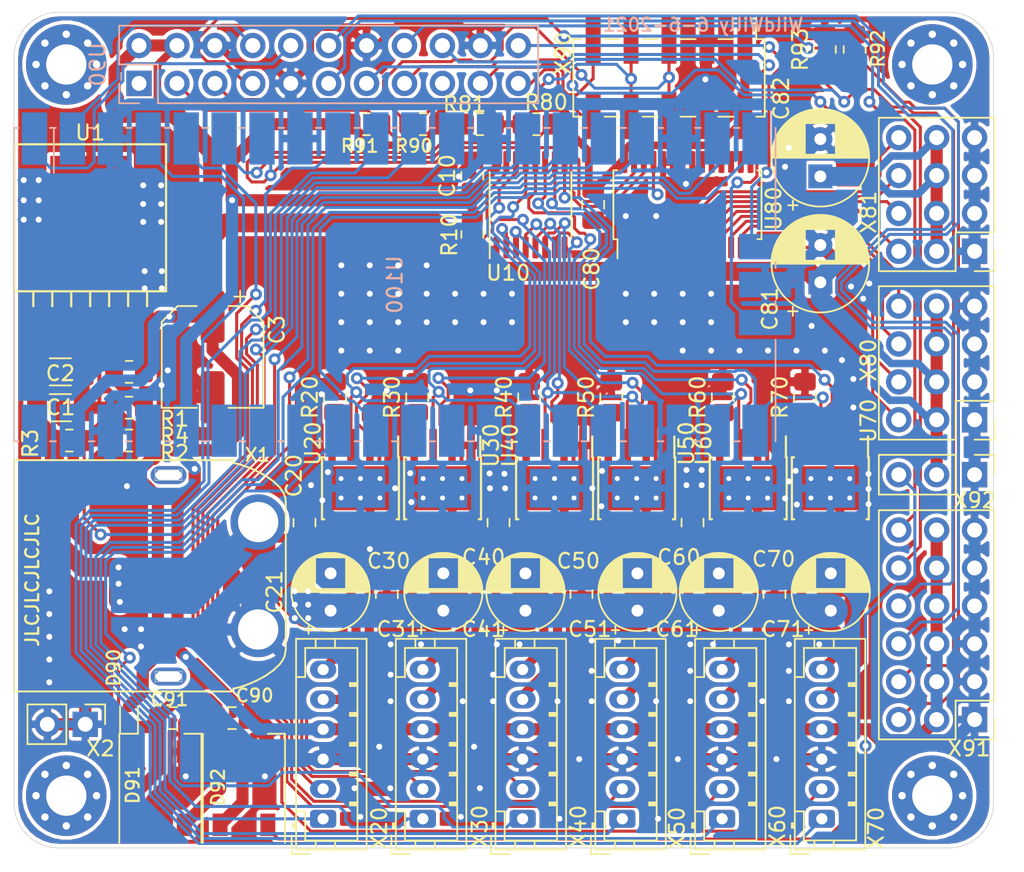
<source format=kicad_pcb>
(kicad_pcb (version 20171130) (host pcbnew "(5.1.10)-1")
  (layers (0 Top signal) (31 Bottom signal hide) (34 B.Paste user hide) (35 F.Paste user hide) (36 B.SilkS user hide) (37 F.SilkS user) (38 B.Mask user hide) (39 F.Mask user hide) (44 Edge.Cuts user))
  (net 0 "")
  (net 1 GND)
  (net 2 +3V3)
  (net 3 +5V)
  (net 4 "Net-(R1-Pad1)")
  (net 5 E1A)
  (net 6 SERVOSCL)
  (net 7 SERVOSDA)
  (net 8 E6B)
  (net 9 E6A)
  (net 10 E5B)
  (net 11 E5A)
  (net 12 E4B)
  (net 13 E4A)
  (net 14 E3B)
  (net 15 E3A)
  (net 16 E2B)
  (net 17 E2A)
  (net 18 E1B)
  (net 19 M6)
  (net 20 M5)
  (net 21 M4)
  (net 22 M3)
  (net 23 M2)
  (net 24 M1)
  (net 25 MENABLE)
  (net 26 VBATMEASURE)
  (net 27 WSLED)
  (net 28 SWDIO)
  (net 29 SWCLK)
  (net 30 PICORX)
  (net 31 PICOTX)
  (net 32 IO0)
  (net 33 IO1)
  (net 34 IO2)
  (net 35 IO3)
  (net 36 SERVOEXTCLK)
  (net 37 S8)
  (net 38 S7)
  (net 39 S6)
  (net 40 S5)
  (net 41 S4)
  (net 42 S3)
  (net 43 S2)
  (net 44 S1)
  (net 45 +BATT)
  (net 46 IM1)
  (net 47 IM6)
  (net 48 IM5)
  (net 49 IM4)
  (net 50 IM3)
  (net 51 IM2)
  (net 52 XSHUT0)
  (net 53 XSHUT1)
  (net 54 SDA)
  (net 55 SCL)
  (net 56 "Net-(U1-Pad3)")
  (net 57 "Net-(U1-Pad6)")
  (net 58 IO4)
  (net 59 IO5)
  (net 60 "Net-(C90-Pad1)")
  (net 61 "Net-(D91-Pad2)")
  (net 62 "Net-(D92-Pad2)")
  (net 63 "Net-(R20-Pad1)")
  (net 64 "Net-(R30-Pad1)")
  (net 65 "Net-(R40-Pad1)")
  (net 66 "Net-(R50-Pad1)")
  (net 67 "Net-(R60-Pad1)")
  (net 68 "Net-(R70-Pad1)")
  (net 69 "Net-(U20-Pad8)")
  (net 70 "Net-(U20-Pad6)")
  (net 71 "Net-(U30-Pad8)")
  (net 72 "Net-(U30-Pad6)")
  (net 73 "Net-(U40-Pad8)")
  (net 74 "Net-(U40-Pad6)")
  (net 75 "Net-(U50-Pad8)")
  (net 76 "Net-(U50-Pad6)")
  (net 77 "Net-(U60-Pad8)")
  (net 78 "Net-(U60-Pad6)")
  (net 79 "Net-(U70-Pad8)")
  (net 80 "Net-(U70-Pad6)")
  (net 81 "Net-(U80-Pad22)")
  (net 82 "Net-(U80-Pad21)")
  (net 83 "Net-(U80-Pad20)")
  (net 84 "Net-(U80-Pad19)")
  (net 85 "Net-(U80-Pad18)")
  (net 86 "Net-(U80-Pad17)")
  (net 87 "Net-(U80-Pad16)")
  (net 88 "Net-(U80-Pad15)")
  (net 89 "Net-(U90-Pad17)")
  (net 90 "Net-(U90-Pad1)")
  (net 91 "Net-(U100-Pad30)")
  (net 92 "Net-(U100-Pad35)")
  (net 93 "Net-(U100-Pad37)")
  (net 94 "Net-(U100-Pad40)")
  (module MCU_RaspberryPi_and_Boards:RPi_Pico_SMD_TH (layer Bottom) (at 125.5 62.25 270)
    (fp_text reference U100 (at 0 0 90) (layer B.SilkS) (effects (justify mirror)))
    (fp_text value Pico)
    (pad 43 smd rect (at 2.54 -23.9 180) (size 3.5 1.7) (drill (offset -0.9 0)) (layers Bottom B.Mask) (net 28 SWDIO))
    (pad 42 smd rect (at 0 -23.9 180) (size 3.5 1.7) (drill (offset -0.9 0)) (layers Bottom B.Mask) (net 1 GND))
    (pad 41 smd rect (at -2.54 -23.9 180) (size 3.5 1.7) (drill (offset -0.9 0)) (layers Bottom B.Mask) (net 29 SWCLK))
    (pad 21 smd rect (at 8.89 -24.13 270) (size 3.5 1.7) (drill (offset 0.9 0)) (layers Bottom B.Mask) (net 19 M6))
    (pad 22 smd rect (at 8.89 -21.59 270) (size 3.5 1.7) (drill (offset 0.9 0)) (layers Bottom B.Mask) (net 20 M5))
    (pad 23 smd rect (at 8.89 -19.05 270) (size 3.5 1.7) (drill (offset 0.9 0)) (layers Bottom B.Mask) (net 1 GND))
    (pad 24 smd rect (at 8.89 -16.51 270) (size 3.5 1.7) (drill (offset 0.9 0)) (layers Bottom B.Mask) (net 21 M4))
    (pad 25 smd rect (at 8.89 -13.97 270) (size 3.5 1.7) (drill (offset 0.9 0)) (layers Bottom B.Mask) (net 22 M3))
    (pad 26 smd rect (at 8.89 -11.43 270) (size 3.5 1.7) (drill (offset 0.9 0)) (layers Bottom B.Mask) (net 25 MENABLE))
    (pad 27 smd rect (at 8.89 -8.89 270) (size 3.5 1.7) (drill (offset 0.9 0)) (layers Bottom B.Mask) (net 23 M2))
    (pad 28 smd rect (at 8.89 -6.35 270) (size 3.5 1.7) (drill (offset 0.9 0)) (layers Bottom B.Mask) (net 1 GND))
    (pad 29 smd rect (at 8.89 -3.81 270) (size 3.5 1.7) (drill (offset 0.9 0)) (layers Bottom B.Mask) (net 24 M1))
    (pad 30 smd rect (at 8.89 -1.27 270) (size 3.5 1.7) (drill (offset 0.9 0)) (layers Bottom B.Mask) (net 91 "Net-(U100-Pad30)"))
    (pad 31 smd rect (at 8.89 1.27 270) (size 3.5 1.7) (drill (offset 0.9 0)) (layers Bottom B.Mask) (net 36 SERVOEXTCLK))
    (pad 32 smd rect (at 8.89 3.81 270) (size 3.5 1.7) (drill (offset 0.9 0)) (layers Bottom B.Mask) (net 27 WSLED))
    (pad 33 smd rect (at 8.89 6.35 270) (size 3.5 1.7) (drill (offset 0.9 0)) (layers Bottom B.Mask) (net 1 GND))
    (pad 34 smd rect (at 8.89 8.89 270) (size 3.5 1.7) (drill (offset 0.9 0)) (layers Bottom B.Mask) (net 26 VBATMEASURE))
    (pad 35 smd rect (at 8.89 11.43 270) (size 3.5 1.7) (drill (offset 0.9 0)) (layers Bottom B.Mask) (net 92 "Net-(U100-Pad35)"))
    (pad 36 smd rect (at 8.89 13.97 270) (size 3.5 1.7) (drill (offset 0.9 0)) (layers Bottom B.Mask) (net 2 +3V3))
    (pad 37 smd rect (at 8.89 16.51 270) (size 3.5 1.7) (drill (offset 0.9 0)) (layers Bottom B.Mask) (net 93 "Net-(U100-Pad37)"))
    (pad 38 smd rect (at 8.89 19.05 270) (size 3.5 1.7) (drill (offset 0.9 0)) (layers Bottom B.Mask) (net 1 GND))
    (pad 39 smd rect (at 8.89 21.59 270) (size 3.5 1.7) (drill (offset 0.9 0)) (layers Bottom B.Mask) (net 3 +5V))
    (pad 40 smd rect (at 8.89 24.13 270) (size 3.5 1.7) (drill (offset 0.9 0)) (layers Bottom B.Mask) (net 94 "Net-(U100-Pad40)"))
    (pad 20 smd rect (at -8.89 -24.13 270) (size 3.5 1.7) (drill (offset -0.9 0)) (layers Bottom B.Mask) (net 14 E3B))
    (pad 19 smd rect (at -8.89 -21.59 270) (size 3.5 1.7) (drill (offset -0.9 0)) (layers Bottom B.Mask) (net 15 E3A))
    (pad 18 smd rect (at -8.89 -19.05 270) (size 3.5 1.7) (drill (offset -0.9 0)) (layers Bottom B.Mask) (net 1 GND))
    (pad 17 smd rect (at -8.89 -16.51 270) (size 3.5 1.7) (drill (offset -0.9 0)) (layers Bottom B.Mask) (net 16 E2B))
    (pad 16 smd rect (at -8.89 -13.97 270) (size 3.5 1.7) (drill (offset -0.9 0)) (layers Bottom B.Mask) (net 17 E2A))
    (pad 15 smd rect (at -8.89 -11.43 270) (size 3.5 1.7) (drill (offset -0.9 0)) (layers Bottom B.Mask) (net 18 E1B))
    (pad 14 smd rect (at -8.89 -8.89 270) (size 3.5 1.7) (drill (offset -0.9 0)) (layers Bottom B.Mask) (net 5 E1A))
    (pad 13 smd rect (at -8.89 -6.35 270) (size 3.5 1.7) (drill (offset -0.9 0)) (layers Bottom B.Mask) (net 1 GND))
    (pad 12 smd rect (at -8.89 -3.81 270) (size 3.5 1.7) (drill (offset -0.9 0)) (layers Bottom B.Mask) (net 12 E4B))
    (pad 11 smd rect (at -8.89 -1.27 270) (size 3.5 1.7) (drill (offset -0.9 0)) (layers Bottom B.Mask) (net 13 E4A))
    (pad 10 smd rect (at -8.89 1.27 270) (size 3.5 1.7) (drill (offset -0.9 0)) (layers Bottom B.Mask) (net 10 E5B))
    (pad 9 smd rect (at -8.89 3.81 270) (size 3.5 1.7) (drill (offset -0.9 0)) (layers Bottom B.Mask) (net 11 E5A))
    (pad 8 smd rect (at -8.89 6.35 270) (size 3.5 1.7) (drill (offset -0.9 0)) (layers Bottom B.Mask) (net 1 GND))
    (pad 7 smd rect (at -8.89 8.89 270) (size 3.5 1.7) (drill (offset -0.9 0)) (layers Bottom B.Mask) (net 6 SERVOSCL))
    (pad 6 smd rect (at -8.89 11.43 270) (size 3.5 1.7) (drill (offset -0.9 0)) (layers Bottom B.Mask) (net 7 SERVOSDA))
    (pad 5 smd rect (at -8.89 13.97 270) (size 3.5 1.7) (drill (offset -0.9 0)) (layers Bottom B.Mask) (net 9 E6A))
    (pad 4 smd rect (at -8.89 16.51 270) (size 3.5 1.7) (drill (offset -0.9 0)) (layers Bottom B.Mask) (net 8 E6B))
    (pad 3 smd rect (at -8.89 19.05 270) (size 3.5 1.7) (drill (offset -0.9 0)) (layers Bottom B.Mask) (net 1 GND))
    (pad 2 smd rect (at -8.89 21.59 270) (size 3.5 1.7) (drill (offset -0.9 0)) (layers Bottom B.Mask) (net 30 PICORX))
    (pad 1 smd rect (at -8.89 24.13 270) (size 3.5 1.7) (drill (offset -0.9 0)) (layers Bottom B.Mask) (net 31 PICOTX))
  )
  (module Package_SO:TSSOP-16_4.4x5mm_P0.65mm (layer Top) (at 134.5936 56.9 90)
    (fp_text reference U10 (at -4.568 -1.4976) (layer F.SilkS))
    (fp_text value 74368PW)
    (pad 16 smd roundrect (at 2.8625 -2.275 90) (size 1.475 0.4) (layers Top F.Paste F.Mask) (net 2 +3V3))
    (pad 15 smd roundrect (at 2.8625 -1.625 90) (size 1.475 0.4) (layers Top F.Paste F.Mask) (net 25 MENABLE))
    (pad 14 smd roundrect (at 2.8625 -0.975 90) (size 1.475 0.4) (layers Top F.Paste F.Mask) (net 24 M1))
    (pad 13 smd roundrect (at 2.8625 -0.325 90) (size 1.475 0.4) (layers Top F.Paste F.Mask) (net 46 IM1))
    (pad 12 smd roundrect (at 2.8625 0.325 90) (size 1.475 0.4) (layers Top F.Paste F.Mask) (net 20 M5))
    (pad 11 smd roundrect (at 2.8625 0.975 90) (size 1.475 0.4) (layers Top F.Paste F.Mask) (net 48 IM5))
    (pad 10 smd roundrect (at 2.8625 1.625 90) (size 1.475 0.4) (layers Top F.Paste F.Mask) (net 19 M6))
    (pad 9 smd roundrect (at 2.8625 2.275 90) (size 1.475 0.4) (layers Top F.Paste F.Mask) (net 47 IM6))
    (pad 8 smd roundrect (at -2.8625 2.275 90) (size 1.475 0.4) (layers Top F.Paste F.Mask) (net 1 GND))
    (pad 7 smd roundrect (at -2.8625 1.625 90) (size 1.475 0.4) (layers Top F.Paste F.Mask) (net 49 IM4))
    (pad 6 smd roundrect (at -2.8625 0.975 90) (size 1.475 0.4) (layers Top F.Paste F.Mask) (net 21 M4))
    (pad 5 smd roundrect (at -2.8625 0.325 90) (size 1.475 0.4) (layers Top F.Paste F.Mask) (net 50 IM3))
    (pad 4 smd roundrect (at -2.8625 -0.325 90) (size 1.475 0.4) (layers Top F.Paste F.Mask) (net 22 M3))
    (pad 3 smd roundrect (at -2.8625 -0.975 90) (size 1.475 0.4) (layers Top F.Paste F.Mask) (net 51 IM2))
    (pad 2 smd roundrect (at -2.8625 -1.625 90) (size 1.475 0.4) (layers Top F.Paste F.Mask) (net 23 M2))
    (pad 1 smd roundrect (at -2.8625 -2.275 90) (size 1.475 0.4) (layers Top F.Paste F.Mask) (net 25 MENABLE))
  )
  (module ww2020foot:PinHeader_2x05_P2.54mm_Vertical_SMD (layer Top) (at 143.8656 48.4 270)
    (fp_text reference X90 (at -1.664 7.0866 270) (layer F.SilkS))
    (fp_text value Conn_02x05_Row_Letter_Last)
    (pad 1 smd rect (at -2.525 -5.08 270) (size 3.15 1) (layers Top F.Paste F.Mask) (net 2 +3V3))
    (pad 2 smd rect (at 2.525 -5.08 270) (size 3.15 1) (layers Top F.Paste F.Mask) (net 2 +3V3))
    (pad 3 smd rect (at -2.525 -2.54 270) (size 3.15 1) (layers Top F.Paste F.Mask) (net 1 GND))
    (pad 4 smd rect (at 2.525 -2.54 270) (size 3.15 1) (layers Top F.Paste F.Mask) (net 1 GND))
    (pad 5 smd rect (at -2.525 0 270) (size 3.15 1) (layers Top F.Paste F.Mask) (net 55 SCL))
    (pad 6 smd rect (at 2.525 0 270) (size 3.15 1) (layers Top F.Paste F.Mask) (net 55 SCL))
    (pad 7 smd rect (at -2.525 2.54 270) (size 3.15 1) (layers Top F.Paste F.Mask) (net 54 SDA))
    (pad 8 smd rect (at 2.525 2.54 270) (size 3.15 1) (layers Top F.Paste F.Mask) (net 54 SDA))
    (pad 9 smd rect (at -2.525 5.08 270) (size 3.15 1) (layers Top F.Paste F.Mask) (net 53 XSHUT1))
    (pad 10 smd rect (at 2.525 5.08 270) (size 3.15 1) (layers Top F.Paste F.Mask) (net 52 XSHUT0))
  )
  (module Package_SO:TSSOP-28_4.4x9.7mm_P0.65mm (layer Top) (at 145.1 56.9 90)
    (fp_text reference U80 (at -0.25 5.776 90) (layer F.SilkS))
    (fp_text value PCA9685PW)
    (pad 28 smd roundrect (at 2.8625 -4.225 90) (size 1.475 0.4) (layers Top F.Paste F.Mask) (net 2 +3V3))
    (pad 27 smd roundrect (at 2.8625 -3.575 90) (size 1.475 0.4) (layers Top F.Paste F.Mask) (net 7 SERVOSDA))
    (pad 26 smd roundrect (at 2.8625 -2.925 90) (size 1.475 0.4) (layers Top F.Paste F.Mask) (net 6 SERVOSCL))
    (pad 25 smd roundrect (at 2.8625 -2.275 90) (size 1.475 0.4) (layers Top F.Paste F.Mask) (net 36 SERVOEXTCLK))
    (pad 24 smd roundrect (at 2.8625 -1.625 90) (size 1.475 0.4) (layers Top F.Paste F.Mask) (net 1 GND))
    (pad 23 smd roundrect (at 2.8625 -0.975 90) (size 1.475 0.4) (layers Top F.Paste F.Mask) (net 1 GND))
    (pad 22 smd roundrect (at 2.8625 -0.325 90) (size 1.475 0.4) (layers Top F.Paste F.Mask) (net 81 "Net-(U80-Pad22)"))
    (pad 21 smd roundrect (at 2.8625 0.325 90) (size 1.475 0.4) (layers Top F.Paste F.Mask) (net 82 "Net-(U80-Pad21)"))
    (pad 20 smd roundrect (at 2.8625 0.975 90) (size 1.475 0.4) (layers Top F.Paste F.Mask) (net 83 "Net-(U80-Pad20)"))
    (pad 19 smd roundrect (at 2.8625 1.625 90) (size 1.475 0.4) (layers Top F.Paste F.Mask) (net 84 "Net-(U80-Pad19)"))
    (pad 18 smd roundrect (at 2.8625 2.275 90) (size 1.475 0.4) (layers Top F.Paste F.Mask) (net 85 "Net-(U80-Pad18)"))
    (pad 17 smd roundrect (at 2.8625 2.925 90) (size 1.475 0.4) (layers Top F.Paste F.Mask) (net 86 "Net-(U80-Pad17)"))
    (pad 16 smd roundrect (at 2.8625 3.575 90) (size 1.475 0.4) (layers Top F.Paste F.Mask) (net 87 "Net-(U80-Pad16)"))
    (pad 15 smd roundrect (at 2.8625 4.225 90) (size 1.475 0.4) (layers Top F.Paste F.Mask) (net 88 "Net-(U80-Pad15)"))
    (pad 14 smd roundrect (at -2.8625 4.225 90) (size 1.475 0.4) (layers Top F.Paste F.Mask) (net 1 GND))
    (pad 13 smd roundrect (at -2.8625 3.575 90) (size 1.475 0.4) (layers Top F.Paste F.Mask) (net 37 S8))
    (pad 12 smd roundrect (at -2.8625 2.925 90) (size 1.475 0.4) (layers Top F.Paste F.Mask) (net 38 S7))
    (pad 11 smd roundrect (at -2.8625 2.275 90) (size 1.475 0.4) (layers Top F.Paste F.Mask) (net 39 S6))
    (pad 10 smd roundrect (at -2.8625 1.625 90) (size 1.475 0.4) (layers Top F.Paste F.Mask) (net 40 S5))
    (pad 9 smd roundrect (at -2.8625 0.975 90) (size 1.475 0.4) (layers Top F.Paste F.Mask) (net 41 S4))
    (pad 8 smd roundrect (at -2.8625 0.325 90) (size 1.475 0.4) (layers Top F.Paste F.Mask) (net 42 S3))
    (pad 7 smd roundrect (at -2.8625 -0.325 90) (size 1.475 0.4) (layers Top F.Paste F.Mask) (net 43 S2))
    (pad 6 smd roundrect (at -2.8625 -0.975 90) (size 1.475 0.4) (layers Top F.Paste F.Mask) (net 44 S1))
    (pad 5 smd roundrect (at -2.8625 -1.625 90) (size 1.475 0.4) (layers Top F.Paste F.Mask) (net 1 GND))
    (pad 4 smd roundrect (at -2.8625 -2.275 90) (size 1.475 0.4) (layers Top F.Paste F.Mask) (net 1 GND))
    (pad 3 smd roundrect (at -2.8625 -2.925 90) (size 1.475 0.4) (layers Top F.Paste F.Mask) (net 1 GND))
    (pad 2 smd roundrect (at -2.8625 -3.575 90) (size 1.475 0.4) (layers Top F.Paste F.Mask) (net 1 GND))
    (pad 1 smd roundrect (at -2.8625 -4.225 90) (size 1.475 0.4) (layers Top F.Paste F.Mask) (net 1 GND))
  )
  (module Capacitor_SMD:C_1206_3216Metric_Pad1.33x1.80mm_HandSolder (layer Top) (at 103.1 70.5)
    (fp_text reference C1 (at 0.024 -0.015) (layer F.SilkS))
    (fp_text value 22u)
    (pad 2 smd roundrect (at 1.5625 0) (size 1.325 1.8) (layers Top F.Paste F.Mask) (roundrect_rratio 0.1886784905660377) (net 1 GND))
    (pad 1 smd roundrect (at -1.5625 0) (size 1.325 1.8) (layers Top F.Paste F.Mask) (roundrect_rratio 0.1886784905660377) (net 45 +BATT))
  )
  (module Capacitor_THT:CP_Radial_D6.3mm_P2.50mm (layer Top) (at 154 62.1 90)
    (fp_text reference C81 (at -1.781 -3.378 90) (layer F.SilkS))
    (fp_text value CP)
    (pad 2 thru_hole circle (at 2.5 0 90) (size 1.6 1.6) (drill 0.8) (layers *.Cu *.Mask) (net 1 GND))
    (pad 1 thru_hole rect (at 0 0 90) (size 1.6 1.6) (drill 0.8) (layers *.Cu *.Mask) (net 3 +5V))
  )
  (module ww2020foot:PinHeader_3x04_P2.54mm_Vertical (layer Top) (at 164.33 71.31 180)
    (fp_text reference X80 (at 7.104 4 90) (layer F.SilkS))
    (fp_text value 4X3HEADER)
    (pad 12 thru_hole oval (at 5.08 7.62 180) (size 1.7 1.7) (drill 1) (layers *.Cu *.Mask) (net 40 S5))
    (pad 9 thru_hole oval (at 5.08 0 180) (size 1.7 1.7) (drill 1) (layers *.Cu *.Mask) (net 37 S8))
    (pad 11 thru_hole oval (at 5.08 5.08 180) (size 1.7 1.7) (drill 1) (layers *.Cu *.Mask) (net 39 S6))
    (pad 10 thru_hole oval (at 5.08 2.54 180) (size 1.7 1.7) (drill 1) (layers *.Cu *.Mask) (net 38 S7))
    (pad 8 thru_hole oval (at 2.54 7.62 180) (size 1.7 1.7) (drill 1) (layers *.Cu *.Mask) (net 3 +5V))
    (pad 4 thru_hole oval (at 0 7.62 180) (size 1.7 1.7) (drill 1) (layers *.Cu *.Mask) (net 1 GND))
    (pad 7 thru_hole oval (at 2.54 5.08 180) (size 1.7 1.7) (drill 1) (layers *.Cu *.Mask) (net 3 +5V))
    (pad 3 thru_hole oval (at 0 5.08 180) (size 1.7 1.7) (drill 1) (layers *.Cu *.Mask) (net 1 GND))
    (pad 6 thru_hole oval (at 2.54 2.54 180) (size 1.7 1.7) (drill 1) (layers *.Cu *.Mask) (net 3 +5V))
    (pad 2 thru_hole oval (at 0 2.54 180) (size 1.7 1.7) (drill 1) (layers *.Cu *.Mask) (net 1 GND))
    (pad 5 thru_hole oval (at 2.54 0 180) (size 1.7 1.7) (drill 1) (layers *.Cu *.Mask) (net 3 +5V))
    (pad 1 thru_hole rect (at 0 0 180) (size 1.7 1.7) (drill 1) (layers *.Cu *.Mask) (net 1 GND))
  )
  (module ww2020foot:PinHeader_3x06_P2.54mm_Vertical (layer Top) (at 164.33 91.4 180)
    (fp_text reference X91 (at 0.373 -1.945 180) (layer F.SilkS))
    (fp_text value 5X3HEADER)
    (pad 12 thru_hole oval (at 2.54 12.7 180) (size 1.7 1.7) (drill 1) (layers *.Cu *.Mask) (net 2 +3V3))
    (pad 18 thru_hole oval (at 5.08 12.7 180) (size 1.7 1.7) (drill 1) (layers *.Cu *.Mask) (net 59 IO5))
    (pad 6 thru_hole oval (at 0 12.7 180) (size 1.7 1.7) (drill 1) (layers *.Cu *.Mask) (net 1 GND))
    (pad 16 thru_hole oval (at 5.08 7.62 180) (size 1.7 1.7) (drill 1) (layers *.Cu *.Mask) (net 35 IO3))
    (pad 13 thru_hole oval (at 5.08 0 180) (size 1.7 1.7) (drill 1) (layers *.Cu *.Mask) (net 32 IO0))
    (pad 17 thru_hole oval (at 5.08 10.16 180) (size 1.7 1.7) (drill 1) (layers *.Cu *.Mask) (net 58 IO4))
    (pad 15 thru_hole oval (at 5.08 5.08 180) (size 1.7 1.7) (drill 1) (layers *.Cu *.Mask) (net 34 IO2))
    (pad 14 thru_hole oval (at 5.08 2.54 180) (size 1.7 1.7) (drill 1) (layers *.Cu *.Mask) (net 33 IO1))
    (pad 11 thru_hole oval (at 2.54 10.16 180) (size 1.7 1.7) (drill 1) (layers *.Cu *.Mask) (net 2 +3V3))
    (pad 5 thru_hole oval (at 0 10.16 180) (size 1.7 1.7) (drill 1) (layers *.Cu *.Mask) (net 1 GND))
    (pad 10 thru_hole oval (at 2.54 7.62 180) (size 1.7 1.7) (drill 1) (layers *.Cu *.Mask) (net 2 +3V3))
    (pad 4 thru_hole oval (at 0 7.62 180) (size 1.7 1.7) (drill 1) (layers *.Cu *.Mask) (net 1 GND))
    (pad 9 thru_hole oval (at 2.54 5.08 180) (size 1.7 1.7) (drill 1) (layers *.Cu *.Mask) (net 2 +3V3))
    (pad 3 thru_hole oval (at 0 5.08 180) (size 1.7 1.7) (drill 1) (layers *.Cu *.Mask) (net 1 GND))
    (pad 8 thru_hole oval (at 2.54 2.54 180) (size 1.7 1.7) (drill 1) (layers *.Cu *.Mask) (net 2 +3V3))
    (pad 2 thru_hole oval (at 0 2.54 180) (size 1.7 1.7) (drill 1) (layers *.Cu *.Mask) (net 1 GND))
    (pad 7 thru_hole oval (at 2.54 0 180) (size 1.7 1.7) (drill 1) (layers *.Cu *.Mask) (net 2 +3V3))
    (pad 1 thru_hole rect (at 0 0 180) (size 1.7 1.7) (drill 1) (layers *.Cu *.Mask) (net 1 GND))
  )
  (module ww2020foot:AMASS_XT60PW-M (layer Top) (at 110.35 81.764001 90)
    (fp_text reference X1 (at 7.596001 6.871 180) (layer F.SilkS) (effects (font (size 0.86868 0.86868) (thickness 0.147675)) (justify right bottom)))
    (fp_text value Conn_01x02)
    (fp_line (start -7.1 -0.9) (end -6.4 -0.9) (layer Edge.Cuts) (width 0.05))
    (fp_line (start -6.4 -0.9) (end -6.4 0.9) (layer Edge.Cuts) (width 0.05))
    (fp_line (start -6.4 0.9) (end -7.1 0.9) (layer Edge.Cuts) (width 0.05))
    (fp_line (start -7.1 0.9) (end -7.1 -0.9) (layer Edge.Cuts) (width 0.05))
    (fp_line (start 6.4 -0.9) (end 7.1 -0.9) (layer Edge.Cuts) (width 0.05))
    (fp_line (start 7.1 -0.9) (end 7.1 0.9) (layer Edge.Cuts) (width 0.05))
    (fp_line (start 7.1 0.9) (end 6.4 0.9) (layer Edge.Cuts) (width 0.05))
    (fp_line (start 6.4 0.9) (end 6.4 -0.9) (layer Edge.Cuts) (width 0.05))
    (pad S2 thru_hole oval (at 6.75 0 180) (size 2.4 1.2) (drill oval 1.75 0.65) (layers *.Cu *.Mask))
    (pad S1 thru_hole oval (at -6.75 0 180) (size 2.4 1.2) (drill oval 1.75 0.65) (layers *.Cu *.Mask))
    (pad 2 thru_hole circle (at 3.6 6 90) (size 3.716 3.716) (drill 2.7) (layers *.Cu *.Mask) (net 45 +BATT))
    (pad 1 thru_hole circle (at -3.6 6 90) (size 3.716 3.716) (drill 2.7) (layers *.Cu *.Mask) (net 1 GND))
  )
  (module ww2020foot:PinHeader_3x04_P2.54mm_Vertical (layer Top) (at 164.33 60.02 180)
    (fp_text reference X81 (at 7.104 2.616 90) (layer F.SilkS))
    (fp_text value 4X3HEADER)
    (pad 12 thru_hole oval (at 5.08 7.62 180) (size 1.7 1.7) (drill 1) (layers *.Cu *.Mask) (net 44 S1))
    (pad 9 thru_hole oval (at 5.08 0 180) (size 1.7 1.7) (drill 1) (layers *.Cu *.Mask) (net 41 S4))
    (pad 11 thru_hole oval (at 5.08 5.08 180) (size 1.7 1.7) (drill 1) (layers *.Cu *.Mask) (net 43 S2))
    (pad 10 thru_hole oval (at 5.08 2.54 180) (size 1.7 1.7) (drill 1) (layers *.Cu *.Mask) (net 42 S3))
    (pad 8 thru_hole oval (at 2.54 7.62 180) (size 1.7 1.7) (drill 1) (layers *.Cu *.Mask) (net 3 +5V))
    (pad 4 thru_hole oval (at 0 7.62 180) (size 1.7 1.7) (drill 1) (layers *.Cu *.Mask) (net 1 GND))
    (pad 7 thru_hole oval (at 2.54 5.08 180) (size 1.7 1.7) (drill 1) (layers *.Cu *.Mask) (net 3 +5V))
    (pad 3 thru_hole oval (at 0 5.08 180) (size 1.7 1.7) (drill 1) (layers *.Cu *.Mask) (net 1 GND))
    (pad 6 thru_hole oval (at 2.54 2.54 180) (size 1.7 1.7) (drill 1) (layers *.Cu *.Mask) (net 3 +5V))
    (pad 2 thru_hole oval (at 0 2.54 180) (size 1.7 1.7) (drill 1) (layers *.Cu *.Mask) (net 1 GND))
    (pad 5 thru_hole oval (at 2.54 0 180) (size 1.7 1.7) (drill 1) (layers *.Cu *.Mask) (net 3 +5V))
    (pad 1 thru_hole rect (at 0 0 180) (size 1.7 1.7) (drill 1) (layers *.Cu *.Mask) (net 1 GND))
  )
  (module Resistor_SMD:R_0805_2012Metric_Pad1.20x1.40mm_HandSolder (layer Top) (at 154.3 46.5 90)
    (fp_text reference R93 (at 0 -1.65 90) (layer F.SilkS))
    (fp_text value 68k)
    (pad 2 smd roundrect (at 1 0 90) (size 1.2 1.4) (layers Top F.Paste F.Mask) (roundrect_rratio 0.2083325) (net 1 GND))
    (pad 1 smd roundrect (at -1 0 90) (size 1.2 1.4) (layers Top F.Paste F.Mask) (roundrect_rratio 0.2083325) (net 33 IO1))
  )
  (module ww2020foot:7TO-PMOD (layer Top) (at 105.1 65.2)
    (fp_text reference U1 (at 0 -13.13) (layer F.SilkS))
    (fp_text value LMZ22005)
    (pad 1 smd rect (at -3.81 0) (size 0.89 3.06) (layers Top F.Paste F.Mask) (net 45 +BATT))
    (pad 2 smd rect (at -2.54 0) (size 0.89 3.06) (layers Top F.Paste F.Mask) (net 1 GND))
    (pad 3 smd rect (at -1.27 0) (size 0.89 3.06) (layers Top F.Paste F.Mask) (net 56 "Net-(U1-Pad3)"))
    (pad 4 smd rect (at 0 0) (size 0.89 3.06) (layers Top F.Paste F.Mask) (net 1 GND))
    (pad 5 smd rect (at 1.27 0) (size 0.89 3.06) (layers Top F.Paste F.Mask) (net 4 "Net-(R1-Pad1)"))
    (pad 7 smd rect (at 3.81 0) (size 0.89 3.06) (layers Top F.Paste F.Mask) (net 3 +5V))
    (pad 6 smd rect (at 2.54 0) (size 0.89 3.06) (layers Top F.Paste F.Mask) (net 57 "Net-(U1-Pad6)"))
    (pad 8 smd rect (at 0 -7.305) (size 5.35 8.54) (layers Top F.Paste F.Mask) (net 1 GND))
  )
  (module Package_SO:Texas_HTSOP-8-1EP_3.9x4.9mm_P1.27mm_EP2.95x4.9mm_Mask2.4x3.1mm_ThermalVias (layer Top) (at 154.67 75.9 270)
    (fp_text reference U70 (at -4.526 -2.556 90) (layer F.SilkS))
    (fp_text value DRV8871DDA)
    (pad 9 thru_hole circle (at 0.65 1.3 270) (size 0.63 0.63) (drill 0.33) (layers *.Cu *.Mask) (net 1 GND))
    (pad 9 thru_hole circle (at -0.65 1.3 270) (size 0.63 0.63) (drill 0.33) (layers *.Cu *.Mask) (net 1 GND))
    (pad 9 thru_hole circle (at 0.65 -1.3 270) (size 0.63 0.63) (drill 0.33) (layers *.Cu *.Mask) (net 1 GND))
    (pad 9 thru_hole circle (at 0.65 0 270) (size 0.63 0.63) (drill 0.33) (layers *.Cu *.Mask) (net 1 GND))
    (pad 9 thru_hole circle (at -0.65 0 270) (size 0.63 0.63) (drill 0.33) (layers *.Cu *.Mask) (net 1 GND))
    (pad 9 thru_hole circle (at -0.65 -1.3 270) (size 0.63 0.63) (drill 0.33) (layers *.Cu *.Mask) (net 1 GND))
    (pad 9 smd rect (at 0 0 270) (size 2.95 4.9) (layers Top) (net 1 GND))
    (pad 8 smd rect (at 2.875 -1.905 270) (size 2.2 0.5) (layers Top F.Paste F.Mask) (net 79 "Net-(U70-Pad8)"))
    (pad 7 smd rect (at 2.875 -0.635 270) (size 2.2 0.5) (layers Top F.Paste F.Mask) (net 1 GND))
    (pad 6 smd rect (at 2.875 0.635 270) (size 2.2 0.5) (layers Top F.Paste F.Mask) (net 80 "Net-(U70-Pad6)"))
    (pad 5 smd rect (at 2.875 1.905 270) (size 2.2 0.5) (layers Top F.Paste F.Mask) (net 45 +BATT))
    (pad 4 smd rect (at -2.875 1.905 270) (size 2.2 0.5) (layers Top F.Paste F.Mask) (net 68 "Net-(R70-Pad1)"))
    (pad 3 smd rect (at -2.875 0.635 270) (size 2.2 0.5) (layers Top F.Paste F.Mask) (net 19 M6))
    (pad 2 smd rect (at -2.875 -0.635 270) (size 2.2 0.5) (layers Top F.Paste F.Mask) (net 47 IM6))
    (pad 1 smd rect (at -2.875 -1.905 270) (size 2.2 0.5) (layers Top F.Paste F.Mask) (net 1 GND))
    (pad 9 smd rect (at 0 0 270) (size 2.6 3.3) (layers Bottom) (net 1 GND))
  )
  (module Package_SO:Texas_HTSOP-8-1EP_3.9x4.9mm_P1.27mm_EP2.95x4.9mm_Mask2.4x3.1mm_ThermalVias (layer Top) (at 149.17 75.9 270)
    (fp_text reference U60 (at -3.002 2.993 90) (layer F.SilkS))
    (fp_text value DRV8871DDA)
    (pad 9 thru_hole circle (at 0.65 1.3 270) (size 0.63 0.63) (drill 0.33) (layers *.Cu *.Mask) (net 1 GND))
    (pad 9 thru_hole circle (at -0.65 1.3 270) (size 0.63 0.63) (drill 0.33) (layers *.Cu *.Mask) (net 1 GND))
    (pad 9 thru_hole circle (at 0.65 -1.3 270) (size 0.63 0.63) (drill 0.33) (layers *.Cu *.Mask) (net 1 GND))
    (pad 9 thru_hole circle (at 0.65 0 270) (size 0.63 0.63) (drill 0.33) (layers *.Cu *.Mask) (net 1 GND))
    (pad 9 thru_hole circle (at -0.65 0 270) (size 0.63 0.63) (drill 0.33) (layers *.Cu *.Mask) (net 1 GND))
    (pad 9 thru_hole circle (at -0.65 -1.3 270) (size 0.63 0.63) (drill 0.33) (layers *.Cu *.Mask) (net 1 GND))
    (pad 9 smd rect (at 0 0 270) (size 2.95 4.9) (layers Top) (net 1 GND))
    (pad 8 smd rect (at 2.875 -1.905 270) (size 2.2 0.5) (layers Top F.Paste F.Mask) (net 77 "Net-(U60-Pad8)"))
    (pad 7 smd rect (at 2.875 -0.635 270) (size 2.2 0.5) (layers Top F.Paste F.Mask) (net 1 GND))
    (pad 6 smd rect (at 2.875 0.635 270) (size 2.2 0.5) (layers Top F.Paste F.Mask) (net 78 "Net-(U60-Pad6)"))
    (pad 5 smd rect (at 2.875 1.905 270) (size 2.2 0.5) (layers Top F.Paste F.Mask) (net 45 +BATT))
    (pad 4 smd rect (at -2.875 1.905 270) (size 2.2 0.5) (layers Top F.Paste F.Mask) (net 67 "Net-(R60-Pad1)"))
    (pad 3 smd rect (at -2.875 0.635 270) (size 2.2 0.5) (layers Top F.Paste F.Mask) (net 20 M5))
    (pad 2 smd rect (at -2.875 -0.635 270) (size 2.2 0.5) (layers Top F.Paste F.Mask) (net 48 IM5))
    (pad 1 smd rect (at -2.875 -1.905 270) (size 2.2 0.5) (layers Top F.Paste F.Mask) (net 1 GND))
    (pad 9 smd rect (at 0 0 270) (size 2.6 3.3) (layers Bottom) (net 1 GND))
  )
  (module Package_SO:Texas_HTSOP-8-1EP_3.9x4.9mm_P1.27mm_EP2.95x4.9mm_Mask2.4x3.1mm_ThermalVias (layer Top) (at 141.7 75.9 270)
    (fp_text reference U50 (at -3.002 -3.334 90) (layer F.SilkS))
    (fp_text value DRV8871DDA)
    (pad 9 thru_hole circle (at 0.65 1.3 270) (size 0.63 0.63) (drill 0.33) (layers *.Cu *.Mask) (net 1 GND))
    (pad 9 thru_hole circle (at -0.65 1.3 270) (size 0.63 0.63) (drill 0.33) (layers *.Cu *.Mask) (net 1 GND))
    (pad 9 thru_hole circle (at 0.65 -1.3 270) (size 0.63 0.63) (drill 0.33) (layers *.Cu *.Mask) (net 1 GND))
    (pad 9 thru_hole circle (at 0.65 0 270) (size 0.63 0.63) (drill 0.33) (layers *.Cu *.Mask) (net 1 GND))
    (pad 9 thru_hole circle (at -0.65 0 270) (size 0.63 0.63) (drill 0.33) (layers *.Cu *.Mask) (net 1 GND))
    (pad 9 thru_hole circle (at -0.65 -1.3 270) (size 0.63 0.63) (drill 0.33) (layers *.Cu *.Mask) (net 1 GND))
    (pad 9 smd rect (at 0 0 270) (size 2.95 4.9) (layers Top) (net 1 GND))
    (pad 8 smd rect (at 2.875 -1.905 270) (size 2.2 0.5) (layers Top F.Paste F.Mask) (net 75 "Net-(U50-Pad8)"))
    (pad 7 smd rect (at 2.875 -0.635 270) (size 2.2 0.5) (layers Top F.Paste F.Mask) (net 1 GND))
    (pad 6 smd rect (at 2.875 0.635 270) (size 2.2 0.5) (layers Top F.Paste F.Mask) (net 76 "Net-(U50-Pad6)"))
    (pad 5 smd rect (at 2.875 1.905 270) (size 2.2 0.5) (layers Top F.Paste F.Mask) (net 45 +BATT))
    (pad 4 smd rect (at -2.875 1.905 270) (size 2.2 0.5) (layers Top F.Paste F.Mask) (net 66 "Net-(R50-Pad1)"))
    (pad 3 smd rect (at -2.875 0.635 270) (size 2.2 0.5) (layers Top F.Paste F.Mask) (net 21 M4))
    (pad 2 smd rect (at -2.875 -0.635 270) (size 2.2 0.5) (layers Top F.Paste F.Mask) (net 49 IM4))
    (pad 1 smd rect (at -2.875 -1.905 270) (size 2.2 0.5) (layers Top F.Paste F.Mask) (net 1 GND))
    (pad 9 smd rect (at 0 0 270) (size 2.6 3.3) (layers Bottom) (net 1 GND))
  )
  (module Package_SO:Texas_HTSOP-8-1EP_3.9x4.9mm_P1.27mm_EP2.95x4.9mm_Mask2.4x3.1mm_ThermalVias (layer Top) (at 136.2 75.9 270)
    (fp_text reference U40 (at -2.875 2.977 90) (layer F.SilkS))
    (fp_text value DRV8871DDA)
    (pad 9 thru_hole circle (at 0.65 1.3 270) (size 0.63 0.63) (drill 0.33) (layers *.Cu *.Mask) (net 1 GND))
    (pad 9 thru_hole circle (at -0.65 1.3 270) (size 0.63 0.63) (drill 0.33) (layers *.Cu *.Mask) (net 1 GND))
    (pad 9 thru_hole circle (at 0.65 -1.3 270) (size 0.63 0.63) (drill 0.33) (layers *.Cu *.Mask) (net 1 GND))
    (pad 9 thru_hole circle (at 0.65 0 270) (size 0.63 0.63) (drill 0.33) (layers *.Cu *.Mask) (net 1 GND))
    (pad 9 thru_hole circle (at -0.65 0 270) (size 0.63 0.63) (drill 0.33) (layers *.Cu *.Mask) (net 1 GND))
    (pad 9 thru_hole circle (at -0.65 -1.3 270) (size 0.63 0.63) (drill 0.33) (layers *.Cu *.Mask) (net 1 GND))
    (pad 9 smd rect (at 0 0 270) (size 2.95 4.9) (layers Top) (net 1 GND))
    (pad 8 smd rect (at 2.875 -1.905 270) (size 2.2 0.5) (layers Top F.Paste F.Mask) (net 73 "Net-(U40-Pad8)"))
    (pad 7 smd rect (at 2.875 -0.635 270) (size 2.2 0.5) (layers Top F.Paste F.Mask) (net 1 GND))
    (pad 6 smd rect (at 2.875 0.635 270) (size 2.2 0.5) (layers Top F.Paste F.Mask) (net 74 "Net-(U40-Pad6)"))
    (pad 5 smd rect (at 2.875 1.905 270) (size 2.2 0.5) (layers Top F.Paste F.Mask) (net 45 +BATT))
    (pad 4 smd rect (at -2.875 1.905 270) (size 2.2 0.5) (layers Top F.Paste F.Mask) (net 65 "Net-(R40-Pad1)"))
    (pad 3 smd rect (at -2.875 0.635 270) (size 2.2 0.5) (layers Top F.Paste F.Mask) (net 22 M3))
    (pad 2 smd rect (at -2.875 -0.635 270) (size 2.2 0.5) (layers Top F.Paste F.Mask) (net 50 IM3))
    (pad 1 smd rect (at -2.875 -1.905 270) (size 2.2 0.5) (layers Top F.Paste F.Mask) (net 1 GND))
    (pad 9 smd rect (at 0 0 270) (size 2.6 3.3) (layers Bottom) (net 1 GND))
  )
  (module Package_SO:Texas_HTSOP-8-1EP_3.9x4.9mm_P1.27mm_EP2.95x4.9mm_Mask2.4x3.1mm_ThermalVias (layer Top) (at 128.7 75.9 270)
    (fp_text reference U30 (at -2.875 -3.253 90) (layer F.SilkS))
    (fp_text value DRV8871DDA)
    (pad 9 thru_hole circle (at 0.65 1.3 270) (size 0.63 0.63) (drill 0.33) (layers *.Cu *.Mask) (net 1 GND))
    (pad 9 thru_hole circle (at -0.65 1.3 270) (size 0.63 0.63) (drill 0.33) (layers *.Cu *.Mask) (net 1 GND))
    (pad 9 thru_hole circle (at 0.65 -1.3 270) (size 0.63 0.63) (drill 0.33) (layers *.Cu *.Mask) (net 1 GND))
    (pad 9 thru_hole circle (at 0.65 0 270) (size 0.63 0.63) (drill 0.33) (layers *.Cu *.Mask) (net 1 GND))
    (pad 9 thru_hole circle (at -0.65 0 270) (size 0.63 0.63) (drill 0.33) (layers *.Cu *.Mask) (net 1 GND))
    (pad 9 thru_hole circle (at -0.65 -1.3 270) (size 0.63 0.63) (drill 0.33) (layers *.Cu *.Mask) (net 1 GND))
    (pad 9 smd rect (at 0 0 270) (size 2.95 4.9) (layers Top) (net 1 GND))
    (pad 8 smd rect (at 2.875 -1.905 270) (size 2.2 0.5) (layers Top F.Paste F.Mask) (net 71 "Net-(U30-Pad8)"))
    (pad 7 smd rect (at 2.875 -0.635 270) (size 2.2 0.5) (layers Top F.Paste F.Mask) (net 1 GND))
    (pad 6 smd rect (at 2.875 0.635 270) (size 2.2 0.5) (layers Top F.Paste F.Mask) (net 72 "Net-(U30-Pad6)"))
    (pad 5 smd rect (at 2.875 1.905 270) (size 2.2 0.5) (layers Top F.Paste F.Mask) (net 45 +BATT))
    (pad 4 smd rect (at -2.875 1.905 270) (size 2.2 0.5) (layers Top F.Paste F.Mask) (net 64 "Net-(R30-Pad1)"))
    (pad 3 smd rect (at -2.875 0.635 270) (size 2.2 0.5) (layers Top F.Paste F.Mask) (net 23 M2))
    (pad 2 smd rect (at -2.875 -0.635 270) (size 2.2 0.5) (layers Top F.Paste F.Mask) (net 51 IM2))
    (pad 1 smd rect (at -2.875 -1.905 270) (size 2.2 0.5) (layers Top F.Paste F.Mask) (net 1 GND))
    (pad 9 smd rect (at 0 0 270) (size 2.6 3.3) (layers Bottom) (net 1 GND))
  )
  (module Capacitor_SMD:C_0805_2012Metric_Pad1.18x1.45mm_HandSolder (layer Top) (at 152.97 69.8 90)
    (fp_text reference R70 (at 0 -1.68 90) (layer F.SilkS))
    (fp_text value 33k)
    (pad 2 smd roundrect (at 1.0375 0 90) (size 1.175 1.45) (layers Top F.Paste F.Mask) (roundrect_rratio 0.2127659574468085) (net 1 GND))
    (pad 1 smd roundrect (at -1.0375 0 90) (size 1.175 1.45) (layers Top F.Paste F.Mask) (roundrect_rratio 0.2127659574468085) (net 68 "Net-(R70-Pad1)"))
  )
  (module Capacitor_SMD:C_0805_2012Metric_Pad1.18x1.45mm_HandSolder (layer Top) (at 147.47 69.8 90)
    (fp_text reference R60 (at 0 -1.68 90) (layer F.SilkS))
    (fp_text value 33k)
    (pad 2 smd roundrect (at 1.0375 0 90) (size 1.175 1.45) (layers Top F.Paste F.Mask) (roundrect_rratio 0.2127659574468085) (net 1 GND))
    (pad 1 smd roundrect (at -1.0375 0 90) (size 1.175 1.45) (layers Top F.Paste F.Mask) (roundrect_rratio 0.2127659574468085) (net 67 "Net-(R60-Pad1)"))
  )
  (module Capacitor_SMD:C_0805_2012Metric_Pad1.18x1.45mm_HandSolder (layer Top) (at 140 69.8 90)
    (fp_text reference R50 (at 0 -1.68 90) (layer F.SilkS))
    (fp_text value 33k)
    (pad 2 smd roundrect (at 1.0375 0 90) (size 1.175 1.45) (layers Top F.Paste F.Mask) (roundrect_rratio 0.2127659574468085) (net 1 GND))
    (pad 1 smd roundrect (at -1.0375 0 90) (size 1.175 1.45) (layers Top F.Paste F.Mask) (roundrect_rratio 0.2127659574468085) (net 66 "Net-(R50-Pad1)"))
  )
  (module Capacitor_SMD:C_0805_2012Metric_Pad1.18x1.45mm_HandSolder (layer Top) (at 134.5 69.8 90)
    (fp_text reference R40 (at 0 -1.68 90) (layer F.SilkS))
    (fp_text value 33k)
    (pad 2 smd roundrect (at 1.0375 0 90) (size 1.175 1.45) (layers Top F.Paste F.Mask) (roundrect_rratio 0.2127659574468085) (net 1 GND))
    (pad 1 smd roundrect (at -1.0375 0 90) (size 1.175 1.45) (layers Top F.Paste F.Mask) (roundrect_rratio 0.2127659574468085) (net 65 "Net-(R40-Pad1)"))
  )
  (module Capacitor_SMD:C_0805_2012Metric_Pad1.18x1.45mm_HandSolder (layer Top) (at 127 69.8 90)
    (fp_text reference R30 (at 0 -1.68 90) (layer F.SilkS))
    (fp_text value 33k)
    (pad 2 smd roundrect (at 1.0375 0 90) (size 1.175 1.45) (layers Top F.Paste F.Mask) (roundrect_rratio 0.2127659574468085) (net 1 GND))
    (pad 1 smd roundrect (at -1.0375 0 90) (size 1.175 1.45) (layers Top F.Paste F.Mask) (roundrect_rratio 0.2127659574468085) (net 64 "Net-(R30-Pad1)"))
  )
  (module Connector_JST:JST_PH_B6B-PH-K_1x06_P2.00mm_Vertical (layer Top) (at 154.1 98.05 90)
    (fp_text reference X70 (at -0.629 3.634 90) (layer F.SilkS))
    (fp_text value Conn_01x06)
    (pad 6 thru_hole oval (at 10 0 90) (size 1.2 1.75) (drill 0.75) (layers *.Cu *.Mask) (net 80 "Net-(U70-Pad6)"))
    (pad 5 thru_hole oval (at 8 0 90) (size 1.2 1.75) (drill 0.75) (layers *.Cu *.Mask) (net 79 "Net-(U70-Pad8)"))
    (pad 4 thru_hole oval (at 6 0 90) (size 1.2 1.75) (drill 0.75) (layers *.Cu *.Mask) (net 2 +3V3))
    (pad 3 thru_hole oval (at 4 0 90) (size 1.2 1.75) (drill 0.75) (layers *.Cu *.Mask) (net 1 GND))
    (pad 2 thru_hole oval (at 2 0 90) (size 1.2 1.75) (drill 0.75) (layers *.Cu *.Mask) (net 9 E6A))
    (pad 1 thru_hole roundrect (at 0 0 90) (size 1.2 1.75) (drill 0.75) (layers *.Cu *.Mask) (roundrect_rratio 0.2083325) (net 8 E6B))
  )
  (module Connector_JST:JST_PH_B6B-PH-K_1x06_P2.00mm_Vertical (layer Top) (at 147.42 98.05 90)
    (fp_text reference X60 (at -0.502 3.71 90) (layer F.SilkS))
    (fp_text value Conn_01x06)
    (pad 6 thru_hole oval (at 10 0 90) (size 1.2 1.75) (drill 0.75) (layers *.Cu *.Mask) (net 78 "Net-(U60-Pad6)"))
    (pad 5 thru_hole oval (at 8 0 90) (size 1.2 1.75) (drill 0.75) (layers *.Cu *.Mask) (net 77 "Net-(U60-Pad8)"))
    (pad 4 thru_hole oval (at 6 0 90) (size 1.2 1.75) (drill 0.75) (layers *.Cu *.Mask) (net 2 +3V3))
    (pad 3 thru_hole oval (at 4 0 90) (size 1.2 1.75) (drill 0.75) (layers *.Cu *.Mask) (net 1 GND))
    (pad 2 thru_hole oval (at 2 0 90) (size 1.2 1.75) (drill 0.75) (layers *.Cu *.Mask) (net 11 E5A))
    (pad 1 thru_hole roundrect (at 0 0 90) (size 1.2 1.75) (drill 0.75) (layers *.Cu *.Mask) (roundrect_rratio 0.2083325) (net 10 E5B))
  )
  (module Connector_JST:JST_PH_B6B-PH-K_1x06_P2.00mm_Vertical (layer Top) (at 140.74 98.05 90)
    (fp_text reference X50 (at -0.629 3.659 90) (layer F.SilkS))
    (fp_text value Conn_01x06)
    (pad 6 thru_hole oval (at 10 0 90) (size 1.2 1.75) (drill 0.75) (layers *.Cu *.Mask) (net 76 "Net-(U50-Pad6)"))
    (pad 5 thru_hole oval (at 8 0 90) (size 1.2 1.75) (drill 0.75) (layers *.Cu *.Mask) (net 75 "Net-(U50-Pad8)"))
    (pad 4 thru_hole oval (at 6 0 90) (size 1.2 1.75) (drill 0.75) (layers *.Cu *.Mask) (net 2 +3V3))
    (pad 3 thru_hole oval (at 4 0 90) (size 1.2 1.75) (drill 0.75) (layers *.Cu *.Mask) (net 1 GND))
    (pad 2 thru_hole oval (at 2 0 90) (size 1.2 1.75) (drill 0.75) (layers *.Cu *.Mask) (net 13 E4A))
    (pad 1 thru_hole roundrect (at 0 0 90) (size 1.2 1.75) (drill 0.75) (layers *.Cu *.Mask) (roundrect_rratio 0.2083325) (net 12 E4B))
  )
  (module Connector_JST:JST_PH_B6B-PH-K_1x06_P2.00mm_Vertical (layer Top) (at 134.06 98.05 90)
    (fp_text reference X40 (at -0.502 3.735 90) (layer F.SilkS))
    (fp_text value Conn_01x06)
    (pad 6 thru_hole oval (at 10 0 90) (size 1.2 1.75) (drill 0.75) (layers *.Cu *.Mask) (net 74 "Net-(U40-Pad6)"))
    (pad 5 thru_hole oval (at 8 0 90) (size 1.2 1.75) (drill 0.75) (layers *.Cu *.Mask) (net 73 "Net-(U40-Pad8)"))
    (pad 4 thru_hole oval (at 6 0 90) (size 1.2 1.75) (drill 0.75) (layers *.Cu *.Mask) (net 2 +3V3))
    (pad 3 thru_hole oval (at 4 0 90) (size 1.2 1.75) (drill 0.75) (layers *.Cu *.Mask) (net 1 GND))
    (pad 2 thru_hole oval (at 2 0 90) (size 1.2 1.75) (drill 0.75) (layers *.Cu *.Mask) (net 15 E3A))
    (pad 1 thru_hole roundrect (at 0 0 90) (size 1.2 1.75) (drill 0.75) (layers *.Cu *.Mask) (roundrect_rratio 0.2083325) (net 14 E3B))
  )
  (module Connector_JST:JST_PH_B6B-PH-K_1x06_P2.00mm_Vertical (layer Top) (at 127.38 98.05 90)
    (fp_text reference X30 (at -0.502 3.811 90) (layer F.SilkS))
    (fp_text value Conn_01x06)
    (pad 6 thru_hole oval (at 10 0 90) (size 1.2 1.75) (drill 0.75) (layers *.Cu *.Mask) (net 72 "Net-(U30-Pad6)"))
    (pad 5 thru_hole oval (at 8 0 90) (size 1.2 1.75) (drill 0.75) (layers *.Cu *.Mask) (net 71 "Net-(U30-Pad8)"))
    (pad 4 thru_hole oval (at 6 0 90) (size 1.2 1.75) (drill 0.75) (layers *.Cu *.Mask) (net 2 +3V3))
    (pad 3 thru_hole oval (at 4 0 90) (size 1.2 1.75) (drill 0.75) (layers *.Cu *.Mask) (net 1 GND))
    (pad 2 thru_hole oval (at 2 0 90) (size 1.2 1.75) (drill 0.75) (layers *.Cu *.Mask) (net 17 E2A))
    (pad 1 thru_hole roundrect (at 0 0 90) (size 1.2 1.75) (drill 0.75) (layers *.Cu *.Mask) (roundrect_rratio 0.2083325) (net 16 E2B))
  )
  (module Capacitor_THT:CP_Radial_D5.0mm_P2.50mm (layer Top) (at 154.7 84.1 90)
    (fp_text reference C71 (at -1.244 -3.189 180) (layer F.SilkS))
    (fp_text value CP)
    (pad 2 thru_hole circle (at 2.5 0 90) (size 1.6 1.6) (drill 0.8) (layers *.Cu *.Mask) (net 1 GND))
    (pad 1 thru_hole rect (at 0 0 90) (size 1.6 1.6) (drill 0.8) (layers *.Cu *.Mask) (net 45 +BATT))
  )
  (module Capacitor_THT:CP_Radial_D5.0mm_P2.50mm (layer Top) (at 147.2 84.1 90)
    (fp_text reference C61 (at -1.244 -2.801 180) (layer F.SilkS))
    (fp_text value CP)
    (pad 2 thru_hole circle (at 2.5 0 90) (size 1.6 1.6) (drill 0.8) (layers *.Cu *.Mask) (net 1 GND))
    (pad 1 thru_hole rect (at 0 0 90) (size 1.6 1.6) (drill 0.8) (layers *.Cu *.Mask) (net 45 +BATT))
  )
  (module Capacitor_THT:CP_Radial_D5.0mm_P2.50mm (layer Top) (at 141.75 84.1 90)
    (fp_text reference C51 (at -1.244 -3.193) (layer F.SilkS))
    (fp_text value CP)
    (pad 2 thru_hole circle (at 2.5 0 90) (size 1.6 1.6) (drill 0.8) (layers *.Cu *.Mask) (net 1 GND))
    (pad 1 thru_hole rect (at 0 0 90) (size 1.6 1.6) (drill 0.8) (layers *.Cu *.Mask) (net 45 +BATT))
  )
  (module Capacitor_SMD:C_0805_2012Metric_Pad1.18x1.45mm_HandSolder (layer Top) (at 150.93 83 90)
    (fp_text reference C70 (at 2.355 -0.054 180) (layer F.SilkS))
    (fp_text value 100n)
    (pad 2 smd roundrect (at 1.0375 0 90) (size 1.175 1.45) (layers Top F.Paste F.Mask) (roundrect_rratio 0.2127659574468085) (net 1 GND))
    (pad 1 smd roundrect (at -1.0375 0 90) (size 1.175 1.45) (layers Top F.Paste F.Mask) (roundrect_rratio 0.2127659574468085) (net 45 +BATT))
  )
  (module Capacitor_SMD:C_0805_2012Metric_Pad1.18x1.45mm_HandSolder (layer Top) (at 145.44 78.2 90)
    (fp_text reference C60 (at -2.318 -0.914 180) (layer F.SilkS))
    (fp_text value 100n)
    (pad 2 smd roundrect (at 1.0375 0 90) (size 1.175 1.45) (layers Top F.Paste F.Mask) (roundrect_rratio 0.2127659574468085) (net 1 GND))
    (pad 1 smd roundrect (at -1.0375 0 90) (size 1.175 1.45) (layers Top F.Paste F.Mask) (roundrect_rratio 0.2127659574468085) (net 45 +BATT))
  )
  (module Capacitor_SMD:C_0805_2012Metric_Pad1.18x1.45mm_HandSolder (layer Top) (at 138 83 90)
    (fp_text reference C50 (at 2.228 -0.205) (layer F.SilkS))
    (fp_text value 100n)
    (pad 2 smd roundrect (at 1.0375 0 90) (size 1.175 1.45) (layers Top F.Paste F.Mask) (roundrect_rratio 0.2127659574468085) (net 1 GND))
    (pad 1 smd roundrect (at -1.0375 0 90) (size 1.175 1.45) (layers Top F.Paste F.Mask) (roundrect_rratio 0.2127659574468085) (net 45 +BATT))
  )
  (module Capacitor_THT:CP_Radial_D5.0mm_P2.50mm (layer Top) (at 134.25 84.1 90)
    (fp_text reference C41 (at -1.244 -2.805 180) (layer F.SilkS))
    (fp_text value CP)
    (pad 2 thru_hole circle (at 2.5 0 90) (size 1.6 1.6) (drill 0.8) (layers *.Cu *.Mask) (net 1 GND))
    (pad 1 thru_hole rect (at 0 0 90) (size 1.6 1.6) (drill 0.8) (layers *.Cu *.Mask) (net 45 +BATT))
  )
  (module Capacitor_THT:CP_Radial_D5.0mm_P2.50mm (layer Top) (at 128.75 84.1 90)
    (fp_text reference C31 (at -1.244 -3.02 180) (layer F.SilkS))
    (fp_text value CP)
    (pad 2 thru_hole circle (at 2.5 0 90) (size 1.6 1.6) (drill 0.8) (layers *.Cu *.Mask) (net 1 GND))
    (pad 1 thru_hole rect (at 0 0 90) (size 1.6 1.6) (drill 0.8) (layers *.Cu *.Mask) (net 45 +BATT))
  )
  (module Capacitor_SMD:C_0805_2012Metric_Pad1.18x1.45mm_HandSolder (layer Top) (at 132.45 78.2 90)
    (fp_text reference C40 (at -2.318 -1.005 180) (layer F.SilkS))
    (fp_text value 100n)
    (pad 2 smd roundrect (at 1.0375 0 90) (size 1.175 1.45) (layers Top F.Paste F.Mask) (roundrect_rratio 0.2127659574468085) (net 1 GND))
    (pad 1 smd roundrect (at -1.0375 0 90) (size 1.175 1.45) (layers Top F.Paste F.Mask) (roundrect_rratio 0.2127659574468085) (net 45 +BATT))
  )
  (module Capacitor_SMD:C_0805_2012Metric_Pad1.18x1.45mm_HandSolder (layer Top) (at 124.968 83 90)
    (fp_text reference C30 (at 2.228 0.127) (layer F.SilkS))
    (fp_text value 100n)
    (pad 2 smd roundrect (at 1.0375 0 90) (size 1.175 1.45) (layers Top F.Paste F.Mask) (roundrect_rratio 0.2127659574468085) (net 1 GND))
    (pad 1 smd roundrect (at -1.0375 0 90) (size 1.175 1.45) (layers Top F.Paste F.Mask) (roundrect_rratio 0.2127659574468085) (net 45 +BATT))
  )
  (module Capacitor_SMD:CP_Elec_6.3x7.7 (layer Top) (at 113.3 67.1 270)
    (fp_text reference C3 (at -1.822 -4.302 90) (layer F.SilkS))
    (fp_text value 220u)
    (pad 2 smd roundrect (at 2.7 0 270) (size 3.5 1.6) (layers Top F.Paste F.Mask) (roundrect_rratio 0.15625) (net 1 GND))
    (pad 1 smd roundrect (at -2.7 0 270) (size 3.5 1.6) (layers Top F.Paste F.Mask) (roundrect_rratio 0.15625) (net 3 +5V))
  )
  (module Capacitor_THT:CP_Radial_D6.3mm_P2.50mm (layer Top) (at 154 55 90)
    (fp_text reference C82 (at 5.216 -2.616 90) (layer F.SilkS))
    (fp_text value CP)
    (pad 2 thru_hole circle (at 2.5 0 90) (size 1.6 1.6) (drill 0.8) (layers *.Cu *.Mask) (net 1 GND))
    (pad 1 thru_hole rect (at 0 0 90) (size 1.6 1.6) (drill 0.8) (layers *.Cu *.Mask) (net 3 +5V))
  )
  (module Resistor_SMD:R_0805_2012Metric_Pad1.20x1.40mm_HandSolder (layer Top) (at 107.7 70.5 180)
    (fp_text reference R2 (at -3.044 -3.033) (layer F.SilkS))
    (fp_text value R)
    (pad 2 smd roundrect (at 1 0 180) (size 1.2 1.4) (layers Top F.Paste F.Mask) (roundrect_rratio 0.2083325) (net 1 GND))
    (pad 1 smd roundrect (at -1 0 180) (size 1.2 1.4) (layers Top F.Paste F.Mask) (roundrect_rratio 0.2083325) (net 4 "Net-(R1-Pad1)"))
  )
  (module Resistor_SMD:R_0805_2012Metric_Pad1.20x1.40mm_HandSolder (layer Top) (at 107.7 68.1)
    (fp_text reference R1 (at 3.044 3.147) (layer F.SilkS))
    (fp_text value R)
    (pad 2 smd roundrect (at 1 0) (size 1.2 1.4) (layers Top F.Paste F.Mask) (roundrect_rratio 0.2083325) (net 3 +5V))
    (pad 1 smd roundrect (at -1 0) (size 1.2 1.4) (layers Top F.Paste F.Mask) (roundrect_rratio 0.2083325) (net 4 "Net-(R1-Pad1)"))
  )
  (module Capacitor_SMD:C_0805_2012Metric_Pad1.18x1.45mm_HandSolder (layer Top) (at 130.6936 54.9625 90)
    (fp_text reference C10 (at 0 -1.68 90) (layer F.SilkS))
    (fp_text value 100n)
    (pad 2 smd roundrect (at 1.0375 0 90) (size 1.175 1.45) (layers Top F.Paste F.Mask) (roundrect_rratio 0.2127659574468085) (net 1 GND))
    (pad 1 smd roundrect (at -1.0375 0 90) (size 1.175 1.45) (layers Top F.Paste F.Mask) (roundrect_rratio 0.2127659574468085) (net 2 +3V3))
  )
  (module Capacitor_SMD:C_1206_3216Metric_Pad1.33x1.80mm_HandSolder (layer Top) (at 103.1 68.1)
    (fp_text reference C2 (at 0 0.099) (layer F.SilkS))
    (fp_text value 22u)
    (pad 2 smd roundrect (at 1.5625 0) (size 1.325 1.8) (layers Top F.Paste F.Mask) (roundrect_rratio 0.1886784905660377) (net 1 GND))
    (pad 1 smd roundrect (at -1.5625 0) (size 1.325 1.8) (layers Top F.Paste F.Mask) (roundrect_rratio 0.1886784905660377) (net 45 +BATT))
  )
  (module MountingHole:MountingHole_2.7mm_M2.5_Pad_Via (layer Top) (at 161.5 96.5)
    (fp_text reference H4)
    (fp_text value MountingHole)
    (pad 1 thru_hole circle (at 1.431891 -1.431891) (size 0.8 0.8) (drill 0.5) (layers *.Cu *.Mask))
    (pad 1 thru_hole circle (at 0 -2.025) (size 0.8 0.8) (drill 0.5) (layers *.Cu *.Mask))
    (pad 1 thru_hole circle (at -1.431891 -1.431891) (size 0.8 0.8) (drill 0.5) (layers *.Cu *.Mask))
    (pad 1 thru_hole circle (at -2.025 0) (size 0.8 0.8) (drill 0.5) (layers *.Cu *.Mask))
    (pad 1 thru_hole circle (at -1.431891 1.431891) (size 0.8 0.8) (drill 0.5) (layers *.Cu *.Mask))
    (pad 1 thru_hole circle (at 0 2.025) (size 0.8 0.8) (drill 0.5) (layers *.Cu *.Mask))
    (pad 1 thru_hole circle (at 1.431891 1.431891) (size 0.8 0.8) (drill 0.5) (layers *.Cu *.Mask))
    (pad 1 thru_hole circle (at 2.025 0) (size 0.8 0.8) (drill 0.5) (layers *.Cu *.Mask))
    (pad 1 thru_hole circle (at 0 0) (size 5.4 5.4) (drill 2.7) (layers *.Cu *.Mask))
  )
  (module MountingHole:MountingHole_2.7mm_M2.5_Pad_Via (layer Top) (at 161.5 47.5)
    (fp_text reference H3)
    (fp_text value MountingHole)
    (pad 1 thru_hole circle (at 1.431891 -1.431891) (size 0.8 0.8) (drill 0.5) (layers *.Cu *.Mask))
    (pad 1 thru_hole circle (at 0 -2.025) (size 0.8 0.8) (drill 0.5) (layers *.Cu *.Mask))
    (pad 1 thru_hole circle (at -1.431891 -1.431891) (size 0.8 0.8) (drill 0.5) (layers *.Cu *.Mask))
    (pad 1 thru_hole circle (at -2.025 0) (size 0.8 0.8) (drill 0.5) (layers *.Cu *.Mask))
    (pad 1 thru_hole circle (at -1.431891 1.431891) (size 0.8 0.8) (drill 0.5) (layers *.Cu *.Mask))
    (pad 1 thru_hole circle (at 0 2.025) (size 0.8 0.8) (drill 0.5) (layers *.Cu *.Mask))
    (pad 1 thru_hole circle (at 1.431891 1.431891) (size 0.8 0.8) (drill 0.5) (layers *.Cu *.Mask))
    (pad 1 thru_hole circle (at 2.025 0) (size 0.8 0.8) (drill 0.5) (layers *.Cu *.Mask))
    (pad 1 thru_hole circle (at 0 0) (size 5.4 5.4) (drill 2.7) (layers *.Cu *.Mask))
  )
  (module MountingHole:MountingHole_2.7mm_M2.5_Pad_Via (layer Top) (at 103.5 96.5)
    (fp_text reference H2)
    (fp_text value MountingHole)
    (pad 1 thru_hole circle (at 1.431891 -1.431891) (size 0.8 0.8) (drill 0.5) (layers *.Cu *.Mask))
    (pad 1 thru_hole circle (at 0 -2.025) (size 0.8 0.8) (drill 0.5) (layers *.Cu *.Mask))
    (pad 1 thru_hole circle (at -1.431891 -1.431891) (size 0.8 0.8) (drill 0.5) (layers *.Cu *.Mask))
    (pad 1 thru_hole circle (at -2.025 0) (size 0.8 0.8) (drill 0.5) (layers *.Cu *.Mask))
    (pad 1 thru_hole circle (at -1.431891 1.431891) (size 0.8 0.8) (drill 0.5) (layers *.Cu *.Mask))
    (pad 1 thru_hole circle (at 0 2.025) (size 0.8 0.8) (drill 0.5) (layers *.Cu *.Mask))
    (pad 1 thru_hole circle (at 1.431891 1.431891) (size 0.8 0.8) (drill 0.5) (layers *.Cu *.Mask))
    (pad 1 thru_hole circle (at 2.025 0) (size 0.8 0.8) (drill 0.5) (layers *.Cu *.Mask))
    (pad 1 thru_hole circle (at 0 0) (size 5.4 5.4) (drill 2.7) (layers *.Cu *.Mask))
  )
  (module MountingHole:MountingHole_2.7mm_M2.5_Pad_Via (layer Top) (at 103.5 47.5)
    (fp_text reference H1)
    (fp_text value MountingHole)
    (pad 1 thru_hole circle (at 1.431891 -1.431891) (size 0.8 0.8) (drill 0.5) (layers *.Cu *.Mask))
    (pad 1 thru_hole circle (at 0 -2.025) (size 0.8 0.8) (drill 0.5) (layers *.Cu *.Mask))
    (pad 1 thru_hole circle (at -1.431891 -1.431891) (size 0.8 0.8) (drill 0.5) (layers *.Cu *.Mask))
    (pad 1 thru_hole circle (at -2.025 0) (size 0.8 0.8) (drill 0.5) (layers *.Cu *.Mask))
    (pad 1 thru_hole circle (at -1.431891 1.431891) (size 0.8 0.8) (drill 0.5) (layers *.Cu *.Mask))
    (pad 1 thru_hole circle (at 0 2.025) (size 0.8 0.8) (drill 0.5) (layers *.Cu *.Mask))
    (pad 1 thru_hole circle (at 1.431891 1.431891) (size 0.8 0.8) (drill 0.5) (layers *.Cu *.Mask))
    (pad 1 thru_hole circle (at 2.025 0) (size 0.8 0.8) (drill 0.5) (layers *.Cu *.Mask))
    (pad 1 thru_hole circle (at 0 0) (size 5.4 5.4) (drill 2.7) (layers *.Cu *.Mask))
  )
  (module Resistor_SMD:R_0805_2012Metric_Pad1.20x1.40mm_HandSolder (layer Top) (at 107.7 72.7)
    (fp_text reference R4 (at 3.044 -0.31) (layer F.SilkS))
    (fp_text value 33k)
    (pad 2 smd roundrect (at 1 0) (size 1.2 1.4) (layers Top F.Paste F.Mask) (roundrect_rratio 0.2083325) (net 1 GND))
    (pad 1 smd roundrect (at -1 0) (size 1.2 1.4) (layers Top F.Paste F.Mask) (roundrect_rratio 0.2083325) (net 26 VBATMEASURE))
  )
  (module Resistor_SMD:R_0805_2012Metric_Pad1.20x1.40mm_HandSolder (layer Top) (at 103.7 72.7)
    (fp_text reference R3 (at -2.608 0.198 90) (layer F.SilkS))
    (fp_text value 100k)
    (pad 2 smd roundrect (at 1 0) (size 1.2 1.4) (layers Top F.Paste F.Mask) (roundrect_rratio 0.2083325) (net 26 VBATMEASURE))
    (pad 1 smd roundrect (at -1 0) (size 1.2 1.4) (layers Top F.Paste F.Mask) (roundrect_rratio 0.2083325) (net 45 +BATT))
  )
  (module Connector_PinHeader_2.54mm:PinHeader_1x02_P2.54mm_Vertical (layer Top) (at 104.77 91.714001 270)
    (fp_text reference X2 (at 1.630999 -1.021 180) (layer F.SilkS))
    (fp_text value Conn_01x02)
    (pad 2 thru_hole oval (at 0 2.54 270) (size 1.7 1.7) (drill 1) (layers *.Cu *.Mask) (net 1 GND))
    (pad 1 thru_hole rect (at 0 0 270) (size 1.7 1.7) (drill 1) (layers *.Cu *.Mask) (net 1 GND))
  )
  (module Connector_PinSocket_2.54mm:PinSocket_2x11_P2.54mm_Vertical (layer Bottom) (at 108.37 48.77 270)
    (fp_text reference U90 (at -1.27 2.77 270) (layer B.SilkS) (effects (justify mirror)))
    (fp_text value PI22)
    (pad 22 thru_hole oval (at -2.54 -25.4 270) (size 1.7 1.7) (drill 1) (layers *.Cu *.Mask) (net 29 SWCLK))
    (pad 21 thru_hole oval (at 0 -25.4 270) (size 1.7 1.7) (drill 1) (layers *.Cu *.Mask) (net 52 XSHUT0))
    (pad 20 thru_hole oval (at -2.54 -22.86 270) (size 1.7 1.7) (drill 1) (layers *.Cu *.Mask) (net 1 GND))
    (pad 19 thru_hole oval (at 0 -22.86 270) (size 1.7 1.7) (drill 1) (layers *.Cu *.Mask) (net 53 XSHUT1))
    (pad 18 thru_hole oval (at -2.54 -20.32 270) (size 1.7 1.7) (drill 1) (layers *.Cu *.Mask) (net 28 SWDIO))
    (pad 17 thru_hole oval (at 0 -20.32 270) (size 1.7 1.7) (drill 1) (layers *.Cu *.Mask) (net 89 "Net-(U90-Pad17)"))
    (pad 16 thru_hole oval (at -2.54 -17.78 270) (size 1.7 1.7) (drill 1) (layers *.Cu *.Mask) (net 58 IO4))
    (pad 15 thru_hole oval (at 0 -17.78 270) (size 1.7 1.7) (drill 1) (layers *.Cu *.Mask) (net 59 IO5))
    (pad 14 thru_hole oval (at -2.54 -15.24 270) (size 1.7 1.7) (drill 1) (layers *.Cu *.Mask) (net 1 GND))
    (pad 13 thru_hole oval (at 0 -15.24 270) (size 1.7 1.7) (drill 1) (layers *.Cu *.Mask) (net 33 IO1))
    (pad 12 thru_hole oval (at -2.54 -12.7 270) (size 1.7 1.7) (drill 1) (layers *.Cu *.Mask) (net 34 IO2))
    (pad 11 thru_hole oval (at 0 -12.7 270) (size 1.7 1.7) (drill 1) (layers *.Cu *.Mask) (net 35 IO3))
    (pad 10 thru_hole oval (at -2.54 -10.16 270) (size 1.7 1.7) (drill 1) (layers *.Cu *.Mask) (net 31 PICOTX))
    (pad 9 thru_hole oval (at 0 -10.16 270) (size 1.7 1.7) (drill 1) (layers *.Cu *.Mask) (net 1 GND))
    (pad 8 thru_hole oval (at -2.54 -7.62 270) (size 1.7 1.7) (drill 1) (layers *.Cu *.Mask) (net 30 PICORX))
    (pad 7 thru_hole oval (at 0 -7.62 270) (size 1.7 1.7) (drill 1) (layers *.Cu *.Mask) (net 32 IO0))
    (pad 6 thru_hole oval (at -2.54 -5.08 270) (size 1.7 1.7) (drill 1) (layers *.Cu *.Mask) (net 1 GND))
    (pad 5 thru_hole oval (at 0 -5.08 270) (size 1.7 1.7) (drill 1) (layers *.Cu *.Mask) (net 55 SCL))
    (pad 4 thru_hole oval (at -2.54 -2.54 270) (size 1.7 1.7) (drill 1) (layers *.Cu *.Mask) (net 3 +5V))
    (pad 3 thru_hole oval (at 0 -2.54 270) (size 1.7 1.7) (drill 1) (layers *.Cu *.Mask) (net 54 SDA))
    (pad 2 thru_hole oval (at -2.54 0 270) (size 1.7 1.7) (drill 1) (layers *.Cu *.Mask) (net 3 +5V))
    (pad 1 thru_hole rect (at 0 0 270) (size 1.7 1.7) (drill 1) (layers *.Cu *.Mask) (net 90 "Net-(U90-Pad1)"))
  )
  (module Diode_SMD:D_SOD-523 (layer Top) (at 107.7 91.2 90)
    (fp_text reference D90 (at 1.919 -0.512 90) (layer F.SilkS) (effects (font (size 0.86868 0.86868) (thickness 0.147675)) (justify left bottom)))
    (fp_text value DIODE-SOD523)
    (pad 1 smd rect (at -0.7 0 270) (size 0.6 0.7) (layers Top F.Paste F.Mask) (net 60 "Net-(C90-Pad1)"))
    (pad 2 smd rect (at 0.7 0 270) (size 0.6 0.7) (layers Top F.Paste F.Mask) (net 3 +5V))
  )
  (module Resistor_SMD:R_0805_2012Metric_Pad1.20x1.40mm_HandSolder (layer Top) (at 130.6936 58.9 270)
    (fp_text reference R10 (at 0.028 1.5346 90) (layer F.SilkS))
    (fp_text value 100k)
    (pad 2 smd roundrect (at 1 0 270) (size 1.2 1.4) (layers Top F.Paste F.Mask) (roundrect_rratio 0.2083325) (net 25 MENABLE))
    (pad 1 smd roundrect (at -1 0 270) (size 1.2 1.4) (layers Top F.Paste F.Mask) (roundrect_rratio 0.2083325) (net 2 +3V3))
  )
  (module Package_SO:Texas_HTSOP-8-1EP_3.9x4.9mm_P1.27mm_EP2.95x4.9mm_Mask2.4x3.1mm_ThermalVias (layer Top) (at 123.2 75.9 270)
    (fp_text reference U20 (at -3.002 3.185 90) (layer F.SilkS))
    (fp_text value DRV8871DDA)
    (pad 9 thru_hole circle (at 0.65 1.3 270) (size 0.63 0.63) (drill 0.33) (layers *.Cu *.Mask) (net 1 GND))
    (pad 9 thru_hole circle (at -0.65 1.3 270) (size 0.63 0.63) (drill 0.33) (layers *.Cu *.Mask) (net 1 GND))
    (pad 9 thru_hole circle (at 0.65 -1.3 270) (size 0.63 0.63) (drill 0.33) (layers *.Cu *.Mask) (net 1 GND))
    (pad 9 thru_hole circle (at 0.65 0 270) (size 0.63 0.63) (drill 0.33) (layers *.Cu *.Mask) (net 1 GND))
    (pad 9 thru_hole circle (at -0.65 0 270) (size 0.63 0.63) (drill 0.33) (layers *.Cu *.Mask) (net 1 GND))
    (pad 9 thru_hole circle (at -0.65 -1.3 270) (size 0.63 0.63) (drill 0.33) (layers *.Cu *.Mask) (net 1 GND))
    (pad 9 smd rect (at 0 0 270) (size 2.95 4.9) (layers Top) (net 1 GND))
    (pad 8 smd rect (at 2.875 -1.905 270) (size 2.2 0.5) (layers Top F.Paste F.Mask) (net 69 "Net-(U20-Pad8)"))
    (pad 7 smd rect (at 2.875 -0.635 270) (size 2.2 0.5) (layers Top F.Paste F.Mask) (net 1 GND))
    (pad 6 smd rect (at 2.875 0.635 270) (size 2.2 0.5) (layers Top F.Paste F.Mask) (net 70 "Net-(U20-Pad6)"))
    (pad 5 smd rect (at 2.875 1.905 270) (size 2.2 0.5) (layers Top F.Paste F.Mask) (net 45 +BATT))
    (pad 4 smd rect (at -2.875 1.905 270) (size 2.2 0.5) (layers Top F.Paste F.Mask) (net 63 "Net-(R20-Pad1)"))
    (pad 3 smd rect (at -2.875 0.635 270) (size 2.2 0.5) (layers Top F.Paste F.Mask) (net 24 M1))
    (pad 2 smd rect (at -2.875 -0.635 270) (size 2.2 0.5) (layers Top F.Paste F.Mask) (net 46 IM1))
    (pad 1 smd rect (at -2.875 -1.905 270) (size 2.2 0.5) (layers Top F.Paste F.Mask) (net 1 GND))
    (pad 9 smd rect (at 0 0 270) (size 2.6 3.3) (layers Bottom) (net 1 GND))
  )
  (module Capacitor_SMD:C_0805_2012Metric_Pad1.18x1.45mm_HandSolder (layer Top) (at 121.5 69.8 90)
    (fp_text reference R20 (at 0 -1.68 90) (layer F.SilkS))
    (fp_text value 33k)
    (pad 2 smd roundrect (at 1.0375 0 90) (size 1.175 1.45) (layers Top F.Paste F.Mask) (roundrect_rratio 0.2127659574468085) (net 1 GND))
    (pad 1 smd roundrect (at -1.0375 0 90) (size 1.175 1.45) (layers Top F.Paste F.Mask) (roundrect_rratio 0.2127659574468085) (net 63 "Net-(R20-Pad1)"))
  )
  (module Connector_JST:JST_PH_B6B-PH-K_1x06_P2.00mm_Vertical (layer Top) (at 120.7 98.05 90)
    (fp_text reference X20 (at -0.629 3.76 90) (layer F.SilkS))
    (fp_text value Conn_01x06)
    (pad 6 thru_hole oval (at 10 0 90) (size 1.2 1.75) (drill 0.75) (layers *.Cu *.Mask) (net 70 "Net-(U20-Pad6)"))
    (pad 5 thru_hole oval (at 8 0 90) (size 1.2 1.75) (drill 0.75) (layers *.Cu *.Mask) (net 69 "Net-(U20-Pad8)"))
    (pad 4 thru_hole oval (at 6 0 90) (size 1.2 1.75) (drill 0.75) (layers *.Cu *.Mask) (net 2 +3V3))
    (pad 3 thru_hole oval (at 4 0 90) (size 1.2 1.75) (drill 0.75) (layers *.Cu *.Mask) (net 1 GND))
    (pad 2 thru_hole oval (at 2 0 90) (size 1.2 1.75) (drill 0.75) (layers *.Cu *.Mask) (net 5 E1A))
    (pad 1 thru_hole roundrect (at 0 0 90) (size 1.2 1.75) (drill 0.75) (layers *.Cu *.Mask) (roundrect_rratio 0.2083325) (net 18 E1B))
  )
  (module Capacitor_THT:CP_Radial_D5.0mm_P2.50mm (layer Top) (at 121.2 84.1 90)
    (fp_text reference C21 (at 1.25 -3.75 90) (layer F.SilkS))
    (fp_text value CP)
    (pad 2 thru_hole circle (at 2.5 0 90) (size 1.6 1.6) (drill 0.8) (layers *.Cu *.Mask) (net 1 GND))
    (pad 1 thru_hole rect (at 0 0 90) (size 1.6 1.6) (drill 0.8) (layers *.Cu *.Mask) (net 45 +BATT))
  )
  (module Capacitor_SMD:C_0805_2012Metric_Pad1.18x1.45mm_HandSolder (layer Top) (at 119.45 78.2 90)
    (fp_text reference C20 (at 3.143 -0.705 270) (layer F.SilkS))
    (fp_text value 100n)
    (pad 2 smd roundrect (at 1.0375 0 90) (size 1.175 1.45) (layers Top F.Paste F.Mask) (roundrect_rratio 0.2127659574468085) (net 1 GND))
    (pad 1 smd roundrect (at -1.0375 0.05 90) (size 1.175 1.45) (layers Top F.Paste F.Mask) (roundrect_rratio 0.213) (net 45 +BATT))
  )
  (module Resistor_SMD:R_0805_2012Metric_Pad1.20x1.40mm_HandSolder (layer Top) (at 131.2 51.5 180)
    (fp_text reference R81 (at 1.025 1.335) (layer F.SilkS))
    (fp_text value 4k7)
    (pad 2 smd roundrect (at 1 0 180) (size 1.2 1.4) (layers Top F.Paste F.Mask) (roundrect_rratio 0.2083325) (net 6 SERVOSCL))
    (pad 1 smd roundrect (at -1 0 180) (size 1.2 1.4) (layers Top F.Paste F.Mask) (roundrect_rratio 0.2083325) (net 2 +3V3))
  )
  (module Resistor_SMD:R_0805_2012Metric_Pad1.20x1.40mm_HandSolder (layer Top) (at 135 51.5)
    (fp_text reference R80 (at 0.636 -1.462) (layer F.SilkS))
    (fp_text value 4k7)
    (pad 2 smd roundrect (at 1 0) (size 1.2 1.4) (layers Top F.Paste F.Mask) (roundrect_rratio 0.2083325) (net 7 SERVOSDA))
    (pad 1 smd roundrect (at -1 0) (size 1.2 1.4) (layers Top F.Paste F.Mask) (roundrect_rratio 0.2083325) (net 2 +3V3))
  )
  (module Capacitor_SMD:C_0805_2012Metric_Pad1.18x1.45mm_HandSolder (layer Top) (at 138.7856 56.896 270)
    (fp_text reference C80 (at 4.318 0.1016 90) (layer F.SilkS))
    (fp_text value 10u)
    (pad 2 smd roundrect (at 1.0375 0 270) (size 1.175 1.45) (layers Top F.Paste F.Mask) (roundrect_rratio 0.2127659574468085) (net 1 GND))
    (pad 1 smd roundrect (at -1.0375 0 270) (size 1.175 1.45) (layers Top F.Paste F.Mask) (roundrect_rratio 0.2127659574468085) (net 2 +3V3))
  )
  (module Connector_PinHeader_2.54mm:PinHeader_1x03_P2.54mm_Vertical (layer Top) (at 164.33 74.99 270)
    (fp_text reference X92 (at 1.718 -0.008 180) (layer F.SilkS))
    (fp_text value Conn_01x03_Male)
    (pad 1 thru_hole rect (at 0 0 270) (size 1.7 1.7) (drill 1) (layers *.Cu *.Mask) (net 1 GND))
    (pad 2 thru_hole oval (at 0 2.54 270) (size 1.7 1.7) (drill 1) (layers *.Cu *.Mask) (net 3 +5V))
    (pad 3 thru_hole oval (at 0 5.08 270) (size 1.7 1.7) (drill 1) (layers *.Cu *.Mask) (net 62 "Net-(D92-Pad2)"))
  )
  (module LED_SMD:LED_WS2812B_PLCC4_5.0x5.0mm_P3.2mm (layer Top) (at 115.4 96 90)
    (fp_text reference D92 (at -1.282 -2.243 90) (layer F.SilkS) (effects (font (size 0.86868 0.86868) (thickness 0.147675)) (justify left top)))
    (fp_text value WS2812B5050 hide)
    (pad 1 smd rect (at -2.45 -1.6 90) (size 1.5 1) (layers Top F.Paste F.Mask) (net 60 "Net-(C90-Pad1)"))
    (pad 2 smd rect (at -2.45 1.6 90) (size 1.5 1) (layers Top F.Paste F.Mask) (net 62 "Net-(D92-Pad2)"))
    (pad 4 smd rect (at 2.45 -1.6 90) (size 1.5 1) (layers Top F.Paste F.Mask) (net 61 "Net-(D91-Pad2)"))
    (pad 3 smd rect (at 2.45 1.6 90) (size 1.5 1) (layers Top F.Paste F.Mask) (net 1 GND))
  )
  (module LED_SMD:LED_WS2812B_PLCC4_5.0x5.0mm_P3.2mm (layer Top) (at 109.8 96 90)
    (fp_text reference D91 (at -1.155 -2.358 90) (layer F.SilkS) (effects (font (size 0.86868 0.86868) (thickness 0.147675)) (justify left top)))
    (fp_text value WS2812B5050 hide)
    (pad 1 smd rect (at -2.45 -1.6 90) (size 1.5 1) (layers Top F.Paste F.Mask) (net 60 "Net-(C90-Pad1)"))
    (pad 2 smd rect (at -2.45 1.6 90) (size 1.5 1) (layers Top F.Paste F.Mask) (net 61 "Net-(D91-Pad2)"))
    (pad 4 smd rect (at 2.45 -1.6 90) (size 1.5 1) (layers Top F.Paste F.Mask) (net 27 WSLED))
    (pad 3 smd rect (at 2.45 1.6 90) (size 1.5 1) (layers Top F.Paste F.Mask) (net 1 GND))
  )
  (module Capacitor_SMD:C_0805_2012Metric_Pad1.18x1.45mm_HandSolder (layer Top) (at 114.6 91.3)
    (fp_text reference C90 (at 2.875 -1.003 -180) (layer F.SilkS) (effects (font (size 0.86868 0.86868) (thickness 0.147675)) (justify right bottom)))
    (fp_text value 100n)
    (pad 2 smd roundrect (at 1.0375 0) (size 1.175 1.45) (layers Top F.Paste F.Mask) (roundrect_rratio 0.2127659574468085) (net 1 GND))
    (pad 1 smd roundrect (at -1.0375 0) (size 1.175 1.45) (layers Top F.Paste F.Mask) (roundrect_rratio 0.2127659574468085) (net 60 "Net-(C90-Pad1)"))
  )
  (module Capacitor_SMD:C_0805_2012Metric_Pad1.18x1.45mm_HandSolder (layer Top) (at 110.6625 91.3)
    (fp_text reference C91 (at 1.0975 -0.749 -180) (layer F.SilkS) (effects (font (size 0.86868 0.86868) (thickness 0.147675)) (justify right bottom)))
    (fp_text value 100n)
    (pad 2 smd roundrect (at 1.0375 0) (size 1.175 1.45) (layers Top F.Paste F.Mask) (roundrect_rratio 0.2127659574468085) (net 1 GND))
    (pad 1 smd roundrect (at -1.0375 0) (size 1.175 1.45) (layers Top F.Paste F.Mask) (roundrect_rratio 0.2127659574468085) (net 60 "Net-(C90-Pad1)"))
  )
  (module Resistor_SMD:R_0805_2012Metric_Pad1.20x1.40mm_HandSolder (layer Top) (at 156.3 46.5 90)
    (fp_text reference R92 (at 1.415 2.069 90) (layer F.SilkS) (effects (font (size 0.86868 0.86868) (thickness 0.147675)) (justify right bottom)))
    (fp_text value 68k)
    (pad 2 smd roundrect (at 1 0 90) (size 1.2 1.4) (layers Top F.Paste F.Mask) (roundrect_rratio 0.2083325) (net 1 GND))
    (pad 1 smd roundrect (at -1 0 90) (size 1.2 1.4) (layers Top F.Paste F.Mask) (roundrect_rratio 0.2083325) (net 32 IO0))
  )
  (module Resistor_SMD:R_0805_2012Metric_Pad1.20x1.40mm_HandSolder (layer Top) (at 127.4 51.5 180)
    (fp_text reference R90 (at -0.743 -1.967) (layer F.SilkS) (effects (font (size 0.86868 0.86868) (thickness 0.147675)) (justify right bottom)))
    (fp_text value 4k7)
    (pad 2 smd roundrect (at 1 0 180) (size 1.2 1.4) (layers Top F.Paste F.Mask) (roundrect_rratio 0.2083325) (net 55 SCL))
    (pad 1 smd roundrect (at -1 0 180) (size 1.2 1.4) (layers Top F.Paste F.Mask) (roundrect_rratio 0.2083325) (net 2 +3V3))
  )
  (module Resistor_SMD:R_0805_2012Metric_Pad1.20x1.40mm_HandSolder (layer Top) (at 123.6 51.5)
    (fp_text reference R91 (at -1.807 1.967) (layer F.SilkS) (effects (font (size 0.86868 0.86868) (thickness 0.147675)) (justify left bottom)))
    (fp_text value 4k7)
    (pad 2 smd roundrect (at 1 0) (size 1.2 1.4) (layers Top F.Paste F.Mask) (roundrect_rratio 0.2083325) (net 54 SDA))
    (pad 1 smd roundrect (at -1 0) (size 1.2 1.4) (layers Top F.Paste F.Mask) (roundrect_rratio 0.2083325) (net 2 +3V3))
  )
  (gr_text JLCJLCJLCJLC (at 100.711 77.47 90) (layer F.SilkS) (effects (font (size 0.86868 0.86868) (thickness 0.155448)) (justify right top)))
  (gr_line (start 162.6 44) (end 103 44) (layer Edge.Cuts) (width 0.05))
  (gr_line (start 162.6 100) (end 103 100) (layer Edge.Cuts) (width 0.05))
  (gr_arc (start 162.6 97) (end 165.6 97) (angle 90) (layer Edge.Cuts) (width 0.05))
  (gr_arc (start 162.6 47) (end 162.6 44) (angle 90) (layer Edge.Cuts) (width 0.05))
  (gr_line (start 165.6 97) (end 165.6 47) (layer Edge.Cuts) (width 0.05))
  (gr_line (start 100 47) (end 100 97) (layer Edge.Cuts) (width 0.05))
  (gr_arc (start 103 97) (end 103 100) (angle 90) (layer Edge.Cuts) (width 0.05))
  (gr_arc (start 103 47) (end 100 47) (angle 90) (layer Edge.Cuts) (width 0.05))
  (gr_text "WildWilly 6-6-2021" (at 152.95 45.353601) (layer B.SilkS) (effects (font (size 0.86868 0.86868) (thickness 0.155448)) (justify left bottom mirror)))
  (via (at 129.921 97.917) (size 0.8) (drill 0.4) (layers Top Bottom) (net 1))
  (via (at 151.638 76.581) (size 0.8) (drill 0.4) (layers Top Bottom) (net 1))
  (via (at 120.65 76.708) (size 0.8) (drill 0.4) (layers Top Bottom) (net 1))
  (segment (start 117.298999 47.538999) (end 115.038999 47.538999) (width 0.508) (layer Top) (net 1))
  (segment (start 118.53 48.77) (end 117.298999 47.538999) (width 0.508) (layer Top) (net 1))
  (segment (start 113.73 46.23) (end 113.45 46.23) (width 0.508) (layer Top) (net 1))
  (segment (start 115.038999 47.538999) (end 113.73 46.23) (width 0.508) (layer Top) (net 1))
  (segment (start 145.813279 50.176599) (end 150.888779 50.176599) (width 0.8128) (layer Bottom) (net 1))
  (segment (start 150.888779 50.176599) (end 153.21218 52.5) (width 0.8128) (layer Bottom) (net 1))
  (segment (start 131.553401 50.153401) (end 118.706599 50.153401) (width 0.8128) (layer Bottom) (net 1))
  (segment (start 131.85 53.36) (end 131.85 50.45) (width 0.8128) (layer Bottom) (net 1))
  (segment (start 131.85 50.45) (end 131.553401 50.153401) (width 0.8128) (layer Bottom) (net 1))
  (segment (start 135.546599 50.153401) (end 143.263523 50.153401) (width 0.8128) (layer Bottom) (net 1))
  (segment (start 143.263523 50.153401) (end 144.55 51.439878) (width 0.8128) (layer Bottom) (net 1))
  (segment (start 144.55 51.439878) (end 144.55 53.36) (width 0.8128) (layer Bottom) (net 1))
  (segment (start 135.546599 50.153401) (end 131.553401 50.153401) (width 0.8128) (layer Bottom) (net 1))
  (segment (start 118.706599 50.153401) (end 118.53 50.33) (width 0.8128) (layer Bottom) (net 1))
  (segment (start 153.21218 52.5) (end 154 52.5) (width 0.8128) (layer Bottom) (net 1))
  (segment (start 164.33 63.69) (end 164.33 74.99) (width 0.8128) (layer Bottom) (net 1))
  (segment (start 154 52.5) (end 154.4 52.5) (width 0.8128) (layer Bottom) (net 1))
  (segment (start 119.15 71.14) (end 119.15 71.05) (width 0.8128) (layer Bottom) (net 1))
  (segment (start 119.15 71.05) (end 120.6 69.6) (width 0.8128) (layer Bottom) (net 1))
  (segment (start 125.658118 44.9) (end 129.9 44.9) (width 0.508) (layer Top) (net 1))
  (segment (start 123.61 46.23) (end 124.328118 46.23) (width 0.508) (layer Top) (net 1))
  (segment (start 124.328118 46.23) (end 125.658118 44.9) (width 0.508) (layer Top) (net 1))
  (segment (start 129.9 44.9) (end 131.23 46.23) (width 0.508) (layer Top) (net 1))
  (segment (start 106.7 70.7) (end 108.7 72.7) (width 0.8128) (layer Top) (net 1))
  (segment (start 106.7 70.5) (end 106.7 70.7) (width 0.8128) (layer Top) (net 1))
  (segment (start 116.8 95.2) (end 111.5 95.2) (width 0.8128) (layer Bottom) (net 1))
  (segment (start 144.55 53.36) (end 144.55 55.05) (width 0.8128) (layer Bottom) (net 1))
  (segment (start 144.55 55.05) (end 145 55.5) (width 0.8128) (layer Bottom) (net 1))
  (segment (start 144.125 54.975) (end 144.475 54.975) (width 0.2032) (layer Top) (net 1))
  (segment (start 144.475 54.975) (end 145 55.5) (width 0.2032) (layer Top) (net 1))
  (segment (start 106.45 74.645977) (end 107.16019 75.356167) (width 0.8128) (layer Bottom) (net 1))
  (segment (start 106.45 71.14) (end 106.45 74.645977) (width 0.8128) (layer Bottom) (net 1))
  (segment (start 107.16019 75.356167) (end 107.560189 75.756166) (width 0.8128) (layer Bottom) (net 1))
  (segment (start 144.55 71.14) (end 144.55 73.05) (width 0.8128) (layer Bottom) (net 1))
  (segment (start 144.55 73.05) (end 141.7 75.9) (width 0.8128) (layer Bottom) (net 1))
  (segment (start 111.4 95.1) (end 111.5 95.2) (width 0.8128) (layer Top) (net 1))
  (segment (start 111.4 93.55) (end 111.4 95.1) (width 0.8128) (layer Top) (net 1))
  (segment (start 122.378999 44.998999) (end 123.61 46.23) (width 0.508) (layer Top) (net 1))
  (segment (start 119.838999 47.461001) (end 119.838999 45.639119) (width 0.508) (layer Top) (net 1))
  (segment (start 120.479119 44.998999) (end 122.378999 44.998999) (width 0.508) (layer Top) (net 1))
  (segment (start 119.838999 45.639119) (end 120.479119 44.998999) (width 0.508) (layer Top) (net 1))
  (segment (start 118.53 48.77) (end 119.838999 47.461001) (width 0.508) (layer Top) (net 1))
  (segment (start 131.85 75.2128) (end 131.1628 75.9) (width 0.8128) (layer Bottom) (net 1))
  (segment (start 131.85 71.14) (end 131.85 74.906) (width 0.8128) (layer Bottom) (net 1))
  (segment (start 131.1628 75.9) (end 128.7 75.9) (width 0.8128) (layer Bottom) (net 1))
  (segment (start 164.33 60.02) (end 164.33 60.17) (width 0.508) (layer Bottom) (net 1))
  (segment (start 164.33 60.17) (end 164.33 52.4) (width 0.8128) (layer Bottom) (net 1))
  (segment (start 111.5 68) (end 113.3 69.8) (width 0.8128) (layer Top) (net 1))
  (segment (start 110.3 68) (end 111.5 68) (width 0.8128) (layer Top) (net 1))
  (segment (start 104.6625 70.5) (end 106.7 70.5) (width 0.8128) (layer Top) (net 1))
  (segment (start 108.8 72.7) (end 111.7 69.8) (width 0.8128) (layer Top) (net 1))
  (segment (start 111.7 69.8) (end 113.3 69.8) (width 0.8128) (layer Top) (net 1))
  (segment (start 108.7 72.7) (end 108.8 72.7) (width 0.8128) (layer Top) (net 1))
  (segment (start 108.7 72.7) (end 107.560189 73.839811) (width 0.8128) (layer Top) (net 1))
  (segment (start 144.55 51.439878) (end 145.813279 50.176599) (width 0.8128) (layer Bottom) (net 1))
  (segment (start 120.7 94.05) (end 117.95 94.05) (width 0.8128) (layer Bottom) (net 1))
  (segment (start 145.813279 50.176599) (end 145.813279 48.986721) (width 0.8128) (layer Bottom) (net 1))
  (segment (start 107.560189 73.839811) (end 107.560189 75.756166) (width 0.8128) (layer Top) (net 1))
  (segment (start 110.789282 65.33981) (end 111.33981 64.789282) (width 0.8128) (layer Bottom) (net 1))
  (segment (start 110.3 68) (end 110.3 65.33981) (width 0.8128) (layer Bottom) (net 1))
  (segment (start 110.3 65.33981) (end 110.789282 65.33981) (width 0.8128) (layer Bottom) (net 1))
  (segment (start 145.813279 48.986721) (end 146.3 48.5) (width 0.8128) (layer Bottom) (net 1))
  (segment (start 117.95 94.05) (end 116.8 95.2) (width 0.8128) (layer Bottom) (net 1))
  (segment (start 107.713279 50.176599) (end 106.45 51.439878) (width 0.8128) (layer Bottom) (net 1))
  (segment (start 106.45 51.439878) (end 106.45 53.36) (width 0.8128) (layer Bottom) (net 1))
  (segment (start 118.53 50.33) (end 118.376599 50.176599) (width 0.8128) (layer Bottom) (net 1))
  (segment (start 118.376599 50.176599) (end 107.713279 50.176599) (width 0.8128) (layer Bottom) (net 1))
  (segment (start 154 52.5) (end 152.666599 53.833401) (width 0.8128) (layer Bottom) (net 1))
  (segment (start 152.666599 53.833401) (end 152.666599 58.266599) (width 0.8128) (layer Bottom) (net 1))
  (segment (start 152.666599 58.266599) (end 154 59.6) (width 0.8128) (layer Bottom) (net 1))
  (segment (start 149.4 62.25) (end 151.35 62.25) (width 0.8128) (layer Bottom) (net 1))
  (segment (start 151.35 62.25) (end 154 59.6) (width 0.8128) (layer Bottom) (net 1))
  (segment (start 116.8 95.2) (end 116.8 93.75) (width 0.8128) (layer Top) (net 1))
  (segment (start 116.8 93.75) (end 117 93.55) (width 0.8128) (layer Top) (net 1))
  (via (at 110.3 68) (size 0.8) (drill 0.4) (layers Top Bottom) (net 1))
  (via (at 145 55.5) (size 0.8) (drill 0.4) (layers Top Bottom) (net 1))
  (via (at 107.560189 75.756166) (size 0.8) (drill 0.4) (layers Top Bottom) (net 1))
  (via (at 120.6 69.6) (size 0.8) (drill 0.4) (layers Top Bottom) (net 1))
  (via (at 116.8 95.2) (size 0.8) (drill 0.4) (layers Top Bottom) (net 1))
  (via (at 111.5 95.2) (size 0.8) (drill 0.4) (layers Top Bottom) (net 1))
  (via (at 146.3 48.5) (size 0.8) (drill 0.4) (layers Top Bottom) (net 1))
  (segment (start 136.2 75.9) (end 133.7125 75.9) (width 0.6096) (layer Top) (net 1))
  (segment (start 142.335 78.775) (end 142.335 81.015) (width 0.6096) (layer Top) (net 1))
  (segment (start 136.2 75.9) (end 132.888 75.9) (width 0.6096) (layer Top) (net 1))
  (segment (start 142.335 81.015) (end 141.75 81.6) (width 0.6096) (layer Top) (net 1))
  (segment (start 136.835 79.625) (end 136.835 78.775) (width 0.6096) (layer Top) (net 1))
  (segment (start 134.25 81.6) (end 134.86 81.6) (width 0.6096) (layer Top) (net 1))
  (segment (start 133.7125 75.9) (end 132.45 77.1625) (width 0.6096) (layer Top) (net 1))
  (segment (start 134.86 81.6) (end 136.835 79.625) (width 0.6096) (layer Top) (net 1))
  (segment (start 128.7 75.9) (end 127.542758 75.9) (width 0.6096) (layer Top) (net 1))
  (segment (start 124.95 81.227493) (end 124.95 81.9625) (width 0.6096) (layer Top) (net 1))
  (segment (start 127.542758 75.9) (end 126.613379 76.829379) (width 0.6096) (layer Top) (net 1))
  (segment (start 125.84161 80.335884) (end 124.95 81.227493) (width 0.6096) (layer Top) (net 1))
  (segment (start 125.84161 77.601148) (end 125.84161 80.335884) (width 0.6096) (layer Top) (net 1))
  (segment (start 129.335 81.015) (end 128.75 81.6) (width 0.6096) (layer Top) (net 1))
  (segment (start 129.335 78.775) (end 129.335 81.015) (width 0.6096) (layer Top) (net 1))
  (segment (start 120.7 94.05) (end 137.852 94.05) (width 0.8128) (layer Top) (net 1))
  (segment (start 119.15 53.36) (end 119.15 50.95) (width 0.8128) (layer Bottom) (net 1))
  (segment (start 164.33 91.4) (end 164.33 78.7) (width 0.8128) (layer Bottom) (net 1))
  (segment (start 119.15 50.95) (end 118.53 50.33) (width 0.8128) (layer Bottom) (net 1))
  (segment (start 146.34 45.875) (end 146.34 50.925) (width 0.8128) (layer Top) (net 1))
  (segment (start 140.2375 57.9375) (end 140.875 58.575) (width 0.2032) (layer Top) (net 1))
  (segment (start 118.53 50.33) (end 118.53 48.77) (width 0.8128) (layer Bottom) (net 1))
  (segment (start 138.9 57.9375) (end 140.2375 57.9375) (width 0.2032) (layer Top) (net 1))
  (segment (start 105.1 65.2) (end 105.1 57.895) (width 0.8128) (layer Top) (net 1))
  (segment (start 143.475 59.7625) (end 143.475 58.975) (width 0.2032) (layer Top) (net 1))
  (segment (start 142.175 59.7625) (end 142.175 58.675) (width 0.2032) (layer Top) (net 1))
  (segment (start 142.075 58.575) (end 141.625 58.575) (width 0.2032) (layer Top) (net 1))
  (segment (start 142.825 59.7625) (end 142.825 58.675) (width 0.2032) (layer Top) (net 1))
  (segment (start 111.4 93.55) (end 111.4 91.6) (width 0.8128) (layer Top) (net 1))
  (segment (start 143.475 54.0375) (end 143.475 55.625) (width 0.2032) (layer Top) (net 1))
  (segment (start 144.125 54.975) (end 143.475 55.625) (width 0.2032) (layer Top) (net 1))
  (segment (start 141.525 59.7625) (end 141.525 58.675) (width 0.2032) (layer Top) (net 1))
  (segment (start 117 93.55) (end 117 92.694872) (width 0.8128) (layer Top) (net 1))
  (segment (start 102.56 60.435) (end 105.1 57.895) (width 0.8128) (layer Top) (net 1))
  (segment (start 141.525 58.675) (end 141.625 58.575) (width 0.2032) (layer Top) (net 1))
  (segment (start 143.475 58.975) (end 143.075 58.575) (width 0.2032) (layer Top) (net 1))
  (segment (start 142.725 58.575) (end 142.075 58.575) (width 0.2032) (layer Top) (net 1))
  (segment (start 117 92.694872) (end 115.6375 91.332372) (width 0.8128) (layer Top) (net 1))
  (segment (start 143.075 58.575) (end 142.725 58.575) (width 0.2032) (layer Top) (net 1))
  (segment (start 142.175 58.675) (end 142.075 58.575) (width 0.2032) (layer Top) (net 1))
  (segment (start 142.825 58.675) (end 142.725 58.575) (width 0.2032) (layer Top) (net 1))
  (segment (start 143.728601 57.921399) (end 143.075 58.575) (width 0.2032) (layer Top) (net 1))
  (segment (start 111.4 91.6) (end 111.7 91.3) (width 0.8128) (layer Top) (net 1))
  (segment (start 104.6625 68.1) (end 104.6625 70.5) (width 0.8128) (layer Top) (net 1))
  (segment (start 144.125 54.0375) (end 144.125 54.975) (width 0.2032) (layer Top) (net 1))
  (segment (start 141.625 58.575) (end 140.875 58.575) (width 0.2032) (layer Top) (net 1))
  (segment (start 105.1 67.6625) (end 104.6625 68.1) (width 0.8128) (layer Top) (net 1))
  (segment (start 105.1 65.2) (end 105.1 67.6625) (width 0.8128) (layer Top) (net 1))
  (segment (start 143.475 55.625) (end 143.728601 55.878601) (width 0.2032) (layer Top) (net 1))
  (segment (start 143.728601 55.878601) (end 143.728601 57.921399) (width 0.2032) (layer Top) (net 1))
  (segment (start 115.6375 91.332372) (end 115.6375 91.3) (width 0.8128) (layer Top) (net 1))
  (segment (start 154.3 45.5) (end 156.3 45.5) (width 0.8128) (layer Top) (net 1))
  (segment (start 120.34319 69.91931) (end 120.34319 74.138667) (width 0.6096) (layer Top) (net 1))
  (segment (start 121.454523 75.25) (end 121.9 75.25) (width 0.6096) (layer Top) (net 1))
  (segment (start 121.5 68.7625) (end 120.34319 69.91931) (width 0.6096) (layer Top) (net 1))
  (segment (start 120.34319 74.138667) (end 121.019261 74.814739) (width 0.6096) (layer Top) (net 1))
  (segment (start 102.56 65.2) (end 102.56 60.435) (width 0.8128) (layer Top) (net 1))
  (segment (start 102.23 91.714001) (end 104.77 91.714001) (width 0.8128) (layer Top) (net 1))
  (segment (start 140.875 59.7625) (end 140.875 58.575) (width 0.2032) (layer Top) (net 1))
  (segment (start 141.7 75.9) (end 144.1775 75.9) (width 0.6096) (layer Top) (net 1))
  (segment (start 149.805 79.632242) (end 147.837242 81.6) (width 0.6096) (layer Top) (net 1))
  (segment (start 153.512758 75.9) (end 152.425379 76.987379) (width 0.6096) (layer Top) (net 1))
  (segment (start 123.2 75.9) (end 125.522 75.9) (width 0.6096) (layer Top) (net 1))
  (segment (start 147.837242 81.6) (end 147.2 81.6) (width 0.6096) (layer Top) (net 1))
  (segment (start 140.542758 75.9) (end 139.336379 77.106379) (width 0.6096) (layer Top) (net 1))
  (segment (start 134.5 68.7625) (end 133.34319 69.91931) (width 0.6096) (layer Top) (net 1))
  (segment (start 125.84319 69.91931) (end 125.84319 74.200432) (width 0.6096) (layer Top) (net 1))
  (segment (start 151.075 73.025) (end 151.075 74.645) (width 0.6096) (layer Top) (net 1))
  (segment (start 155.305 78.775) (end 155.305 80.995) (width 0.6096) (layer Top) (net 1))
  (segment (start 147.2575 77.1625) (end 147.87 76.55) (width 0.6096) (layer Top) (net 1))
  (segment (start 138.84319 69.91931) (end 138.84319 74.200432) (width 0.6096) (layer Top) (net 1))
  (segment (start 138.963389 77.479369) (end 138.963389 80.999111) (width 0.6096) (layer Top) (net 1))
  (segment (start 133.34319 69.91931) (end 133.34319 74.200432) (width 0.6096) (layer Top) (net 1))
  (segment (start 134.392758 75.25) (end 134.9 75.25) (width 0.6096) (layer Top) (net 1))
  (segment (start 138.105 73.025) (end 138.105 74.645) (width 0.6096) (layer Top) (net 1))
  (segment (start 130.605 73.025) (end 130.605 74.645) (width 0.6096) (layer Top) (net 1))
  (segment (start 125.105 74.645) (end 124.5 75.25) (width 0.6096) (layer Top) (net 1))
  (segment (start 127 68.7625) (end 125.84319 69.91931) (width 0.6096) (layer Top) (net 1))
  (segment (start 156.575 73.025) (end 156.575 74.645) (width 0.6096) (layer Top) (net 1))
  (segment (start 138.105 74.645) (end 137.5 75.25) (width 0.6096) (layer Top) (net 1))
  (segment (start 145.44 77.1625) (end 147.2575 77.1625) (width 0.6096) (layer Top) (net 1))
  (segment (start 149.805 78.775) (end 149.805 79.632242) (width 0.6096) (layer Top) (net 1))
  (segment (start 153.512758 75.9) (end 154.67 75.9) (width 0.6096) (layer Top) (net 1))
  (segment (start 125.84319 74.200432) (end 126.532379 74.889621) (width 0.6096) (layer Top) (net 1))
  (segment (start 147.47 68.7625) (end 146.31319 69.91931) (width 0.6096) (layer Top) (net 1))
  (segment (start 138.84319 74.200432) (end 139.382379 74.739621) (width 0.6096) (layer Top) (net 1))
  (segment (start 125.105 73.025) (end 125.105 74.645) (width 0.6096) (layer Top) (net 1))
  (segment (start 146.31319 69.91931) (end 146.31319 74.200432) (width 0.6096) (layer Top) (net 1))
  (segment (start 151.811611 81.080889) (end 150.93 81.9625) (width 0.6096) (layer Top) (net 1))
  (segment (start 147.362758 75.25) (end 147.87 75.25) (width 0.6096) (layer Top) (net 1))
  (segment (start 146.31319 74.200432) (end 147.362758 75.25) (width 0.6096) (layer Top) (net 1))
  (segment (start 140 68.7625) (end 138.84319 69.91931) (width 0.6096) (layer Top) (net 1))
  (segment (start 140.542758 75.9) (end 141.7 75.9) (width 0.6096) (layer Top) (net 1))
  (segment (start 133.34319 74.200432) (end 134.392758 75.25) (width 0.6096) (layer Top) (net 1))
  (segment (start 126.892758 75.25) (end 127.4 75.25) (width 0.6096) (layer Top) (net 1))
  (segment (start 156.575 74.645) (end 155.97 75.25) (width 0.6096) (layer Top) (net 1))
  (segment (start 136.2 75.9) (end 138.73 75.9) (width 0.6096) (layer Top) (net 1))
  (segment (start 144.1775 75.9) (end 145.44 77.1625) (width 0.6096) (layer Top) (net 1))
  (segment (start 155.305 80.995) (end 154.7 81.6) (width 0.6096) (layer Top) (net 1))
  (segment (start 151.075 74.645) (end 150.47 75.25) (width 0.6096) (layer Top) (net 1))
  (segment (start 143.605 73.025) (end 143.605 74.645) (width 0.6096) (layer Top) (net 1))
  (segment (start 130.605 74.645) (end 130 75.25) (width 0.6096) (layer Top) (net 1))
  (segment (start 143.605 74.645) (end 143 75.25) (width 0.6096) (layer Top) (net 1))
  (segment (start 151.811611 77.601147) (end 151.811611 81.080889) (width 0.6096) (layer Top) (net 1))
  (segment (start 138.963389 80.999111) (end 138 81.9625) (width 0.6096) (layer Top) (net 1))
  (segment (start 164.33 63.69) (end 164.33 60.02) (width 0.8128) (layer Bottom) (net 1))
  (segment (start 153.8375 59.7625) (end 154 59.6) (width 0.2032) (layer Top) (net 1))
  (segment (start 149.325 59.7625) (end 153.8375 59.7625) (width 0.2032) (layer Top) (net 1))
  (segment (start 150.755398 73.14264) (end 152.344379 74.731621) (width 0.6096) (layer Top) (net 1))
  (segment (start 152.97 68.7625) (end 151.697634 68.7625) (width 0.6096) (layer Top) (net 1))
  (segment (start 151.697634 68.7625) (end 150.755399 69.704735) (width 0.6096) (layer Top) (net 1))
  (segment (start 150.755399 69.704735) (end 150.755398 73.14264) (width 0.6096) (layer Top) (net 1))
  (segment (start 130.6936 54.1) (end 129.7936 55) (width 0.8128) (layer Top) (net 1))
  (via (at 129.7936 55) (size 0.8) (drill 0.4) (layers Top Bottom) (net 1))
  (segment (start 130.6936 53.925) (end 130.6936 54.1) (width 0.8128) (layer Top) (net 1))
  (segment (start 131.4436 53.36) (end 131.4336 53.36) (width 0.8128) (layer Bottom) (net 1))
  (segment (start 136.8686 59.7625) (end 137.157038 60.050938) (width 0.2032) (layer Top) (net 1))
  (segment (start 137.157038 60.050938) (end 138.780162 60.050938) (width 0.2032) (layer Top) (net 1))
  (segment (start 138.780162 60.050938) (end 139.6936 59.1375) (width 0.2032) (layer Top) (net 1))
  (segment (start 139.6936 59.1375) (end 139.6936 58.4125) (width 0.2032) (layer Top) (net 1))
  (segment (start 139.6936 58.4125) (end 139.2186 57.9375) (width 0.2032) (layer Top) (net 1))
  (segment (start 139.2186 57.9375) (end 138.4936 57.9375) (width 0.2032) (layer Top) (net 1))
  (segment (start 154.144479 94.094479) (end 154.1 94.05) (width 0.8128) (layer Bottom) (net 1))
  (segment (start 157.479983 94.094479) (end 154.144479 94.094479) (width 0.8128) (layer Bottom) (net 1))
  (segment (start 162.946599 92.783401) (end 158.791061 92.783401) (width 0.8128) (layer Bottom) (net 1))
  (segment (start 164.33 91.4) (end 162.946599 92.783401) (width 0.8128) (layer Bottom) (net 1))
  (segment (start 158.791061 92.783401) (end 157.479983 94.094479) (width 0.8128) (layer Bottom) (net 1))
  (segment (start 123.835 76.535) (end 123.2 75.9) (width 0.6096) (layer Top) (net 1))
  (segment (start 123.835 78.775) (end 123.835 76.535) (width 0.6096) (layer Top) (net 1))
  (segment (start 129.335 76.535) (end 128.7 75.9) (width 0.6096) (layer Top) (net 1))
  (segment (start 129.335 78.775) (end 129.335 76.535) (width 0.6096) (layer Top) (net 1))
  (segment (start 136.835 76.535) (end 136.2 75.9) (width 0.6096) (layer Top) (net 1))
  (segment (start 136.835 78.775) (end 136.835 76.535) (width 0.6096) (layer Top) (net 1))
  (segment (start 142.335 76.535) (end 141.7 75.9) (width 0.6096) (layer Top) (net 1))
  (segment (start 142.335 78.775) (end 142.335 76.535) (width 0.6096) (layer Top) (net 1))
  (segment (start 149.805 76.535) (end 149.17 75.9) (width 0.6096) (layer Top) (net 1))
  (segment (start 149.805 78.775) (end 149.805 76.535) (width 0.6096) (layer Top) (net 1))
  (segment (start 155.305 76.535) (end 154.67 75.9) (width 0.6096) (layer Top) (net 1))
  (segment (start 155.305 78.775) (end 155.305 76.535) (width 0.6096) (layer Top) (net 1))
  (segment (start 152.232349 45.986217) (end 152.232349 47.716022) (width 0.8128) (layer Top) (net 1))
  (segment (start 154.266599 45.466599) (end 152.751967 45.466599) (width 0.8128) (layer Top) (net 1))
  (segment (start 154.3 45.5) (end 154.266599 45.466599) (width 0.8128) (layer Top) (net 1))
  (segment (start 151.242343 48.706028) (end 151.242343 50.873713) (width 0.8128) (layer Top) (net 1))
  (segment (start 152.232349 47.716022) (end 151.242343 48.706028) (width 0.8128) (layer Top) (net 1))
  (segment (start 152.751967 45.466599) (end 152.232349 45.986217) (width 0.8128) (layer Top) (net 1))
  (segment (start 152.86863 52.5) (end 154 52.5) (width 0.8128) (layer Top) (net 1))
  (segment (start 151.242343 50.873713) (end 152.86863 52.5) (width 0.8128) (layer Top) (net 1))
  (segment (start 130.147242 55) (end 129.7936 55) (width 0.6096) (layer Bottom) (net 1))
  (segment (start 131.787242 53.36) (end 130.147242 55) (width 0.6096) (layer Bottom) (net 1))
  (segment (start 131.85 53.36) (end 131.787242 53.36) (width 0.6096) (layer Bottom) (net 1))
  (segment (start 164.33 61.6828) (end 163.833604 62.179196) (width 0.8128) (layer Bottom) (net 1))
  (segment (start 164.33 60.02) (end 164.33 61.6828) (width 0.8128) (layer Bottom) (net 1))
  (segment (start 163.833604 62.179196) (end 157.2768 62.179196) (width 0.8128) (layer Bottom) (net 1))
  (via (at 157.2768 62.179196) (size 0.8) (drill 0.4) (layers Top Bottom) (net 1))
  (segment (start 154 59.6) (end 156.579196 62.179196) (width 0.8128) (layer Top) (net 1))
  (segment (start 156.579196 62.179196) (end 157.2768 62.179196) (width 0.8128) (layer Top) (net 1))
  (segment (start 106.45 71.14) (end 107.968589 69.621411) (width 0.8128) (layer Bottom) (net 1))
  (segment (start 109.244274 69.621411) (end 109.879843 68.985843) (width 0.8128) (layer Bottom) (net 1))
  (segment (start 107.968589 69.621411) (end 109.244274 69.621411) (width 0.8128) (layer Bottom) (net 1))
  (segment (start 110.3 68.565685) (end 110.3 68) (width 0.8128) (layer Bottom) (net 1))
  (segment (start 111.33981 58.369932) (end 111.33981 64.789282) (width 0.8128) (layer Bottom) (net 1))
  (segment (start 106.45 53.480122) (end 108.780939 55.811061) (width 0.8128) (layer Bottom) (net 1))
  (segment (start 106.45 53.36) (end 106.45 53.480122) (width 0.8128) (layer Bottom) (net 1))
  (segment (start 123.835 78.775) (end 123.835 79.9746) (width 0.6096) (layer Top) (net 1))
  (via (at 123.835 79.9746) (size 0.8) (drill 0.4) (layers Top Bottom) (net 1))
  (segment (start 122.2096 81.6) (end 123.835 79.9746) (width 0.6096) (layer Bottom) (net 1))
  (segment (start 121.2 81.6) (end 122.2096 81.6) (width 0.6096) (layer Bottom) (net 1))
  (segment (start 121.2 81.6) (end 154.7 81.6) (width 2.286) (layer Bottom) (net 1))
  (segment (start 117.902589 86.91659) (end 116.35 85.364001) (width 0.8128) (layer Bottom) (net 1))
  (segment (start 120.7 94.05) (end 122.10841 92.64159) (width 0.8128) (layer Bottom) (net 1))
  (segment (start 122.10841 92.64159) (end 122.10841 87.580527) (width 0.8128) (layer Bottom) (net 1))
  (segment (start 122.10841 87.580527) (end 121.444473 86.91659) (width 0.8128) (layer Bottom) (net 1))
  (segment (start 121.444473 86.91659) (end 117.902589 86.91659) (width 0.8128) (layer Bottom) (net 1))
  (segment (start 120.400001 80.800001) (end 121.2 81.6) (width 2.286) (layer Bottom) (net 1))
  (segment (start 118.286392 80.800001) (end 120.400001 80.800001) (width 2.286) (layer Bottom) (net 1))
  (segment (start 116.35 82.736393) (end 118.286392 80.800001) (width 2.286) (layer Bottom) (net 1))
  (segment (start 116.35 85.364001) (end 116.35 82.736393) (width 2.286) (layer Bottom) (net 1))
  (segment (start 107.560189 75.756166) (end 108.5088 76.704777) (width 0.8128) (layer Top) (net 1))
  (segment (start 108.5088 76.704777) (end 108.5088 85.34401) (width 0.8128) (layer Top) (net 1))
  (segment (start 116.35 85.364001) (end 108.528791 85.364001) (width 0.8128) (layer Bottom) (net 1))
  (via (at 108.5088 85.34401) (size 0.8) (drill 0.4) (layers Top Bottom) (net 1))
  (segment (start 108.528791 85.364001) (end 108.5088 85.34401) (width 0.8128) (layer Bottom) (net 1))
  (via (at 156.8704 63.1952) (size 0.8) (drill 0.4) (layers Top Bottom) (net 1))
  (segment (start 156.579196 62.179196) (end 156.579196 62.903996) (width 0.2032) (layer Top) (net 1))
  (segment (start 156.579196 62.903996) (end 156.8704 63.1952) (width 0.2032) (layer Top) (net 1))
  (via (at 156.0576 62.3824) (size 0.8) (drill 0.4) (layers Top Bottom) (net 1))
  (segment (start 156.0576 61.6576) (end 154 59.6) (width 0.8128) (layer Top) (net 1))
  (segment (start 156.0576 62.3824) (end 156.0576 61.6576) (width 0.8128) (layer Top) (net 1))
  (segment (start 156.260804 62.179196) (end 156.0576 62.3824) (width 0.8128) (layer Bottom) (net 1))
  (segment (start 157.2768 62.179196) (end 156.260804 62.179196) (width 0.8128) (layer Bottom) (net 1))
  (segment (start 156.0576 62.3824) (end 156.8704 63.1952) (width 0.8128) (layer Top) (net 1))
  (segment (start 156.8704 62.585596) (end 157.2768 62.179196) (width 0.8128) (layer Top) (net 1))
  (segment (start 156.8704 63.1952) (end 156.8704 62.585596) (width 0.8128) (layer Top) (net 1))
  (via (at 121.92 60.96) (size 0.8) (drill 0.4) (layers Top Bottom) (net 1))
  (via (at 123.825 60.96) (size 0.8) (drill 0.4) (layers Top Bottom) (net 1))
  (via (at 125.73 60.96) (size 0.8) (drill 0.4) (layers Top Bottom) (net 1))
  (via (at 127.635 60.96) (size 0.8) (drill 0.4) (layers Top Bottom) (net 1))
  (via (at 121.92 62.865) (size 0.8) (drill 0.4) (layers Top Bottom) (net 1))
  (via (at 123.825 62.865) (size 0.8) (drill 0.4) (layers Top Bottom) (net 1))
  (via (at 125.73 62.865) (size 0.8) (drill 0.4) (layers Top Bottom) (net 1))
  (via (at 129.54 62.865) (size 0.8) (drill 0.4) (layers Top Bottom) (net 1))
  (via (at 127.635 62.865) (size 0.8) (drill 0.4) (layers Top Bottom) (net 1))
  (via (at 131.445 62.865) (size 0.8) (drill 0.4) (layers Top Bottom) (net 1))
  (via (at 133.35 62.865) (size 0.8) (drill 0.4) (layers Top Bottom) (net 1))
  (via (at 133.35 64.77) (size 0.8) (drill 0.4) (layers Top Bottom) (net 1))
  (via (at 121.92 64.77) (size 0.8) (drill 0.4) (layers Top Bottom) (net 1))
  (via (at 121.92 66.675) (size 0.8) (drill 0.4) (layers Top Bottom) (net 1))
  (via (at 123.825 66.675) (size 0.8) (drill 0.4) (layers Top Bottom) (net 1))
  (via (at 123.825 64.77) (size 0.8) (drill 0.4) (layers Top Bottom) (net 1))
  (via (at 125.73 64.77) (size 0.8) (drill 0.4) (layers Top Bottom) (net 1))
  (via (at 125.73 66.675) (size 0.8) (drill 0.4) (layers Top Bottom) (net 1))
  (via (at 127.635 64.77) (size 0.8) (drill 0.4) (layers Top Bottom) (net 1))
  (via (at 129.54 64.77) (size 0.8) (drill 0.4) (layers Top Bottom) (net 1))
  (via (at 131.445 64.77) (size 0.8) (drill 0.4) (layers Top Bottom) (net 1))
  (via (at 140.97 62.865) (size 0.8) (drill 0.4) (layers Top Bottom) (net 1))
  (via (at 140.97 64.77) (size 0.8) (drill 0.4) (layers Top Bottom) (net 1))
  (via (at 142.875 64.77) (size 0.8) (drill 0.4) (layers Top Bottom) (net 1))
  (via (at 142.875 62.865) (size 0.8) (drill 0.4) (layers Top Bottom) (net 1))
  (via (at 144.78 62.865) (size 0.8) (drill 0.4) (layers Top Bottom) (net 1))
  (via (at 144.78 64.77) (size 0.8) (drill 0.4) (layers Top Bottom) (net 1))
  (via (at 146.685 62.865) (size 0.8) (drill 0.4) (layers Top Bottom) (net 1))
  (via (at 146.685 64.77) (size 0.8) (drill 0.4) (layers Top Bottom) (net 1))
  (via (at 146.685 66.675) (size 0.8) (drill 0.4) (layers Top Bottom) (net 1))
  (via (at 148.59 66.675) (size 0.8) (drill 0.4) (layers Top Bottom) (net 1))
  (via (at 144.78 66.675) (size 0.8) (drill 0.4) (layers Top Bottom) (net 1))
  (via (at 150.495 66.675) (size 0.8) (drill 0.4) (layers Top Bottom) (net 1))
  (via (at 152.4 66.675) (size 0.8) (drill 0.4) (layers Top Bottom) (net 1))
  (via (at 154.305 66.675) (size 0.8) (drill 0.4) (layers Top Bottom) (net 1))
  (via (at 156.21 68.58) (size 0.8) (drill 0.4) (layers Top Bottom) (net 1))
  (via (at 156.21 70.485) (size 0.8) (drill 0.4) (layers Top Bottom) (net 1))
  (via (at 140.97 57.658) (size 0.8) (drill 0.4) (layers Top Bottom) (net 1))
  (via (at 143.002 57.658) (size 0.8) (drill 0.4) (layers Top Bottom) (net 1))
  (via (at 153.416 65.024) (size 0.8) (drill 0.4) (layers Top Bottom) (net 1))
  (via (at 155.448 67.31) (size 0.8) (drill 0.4) (layers Top Bottom) (net 1))
  (via (at 151.638 54.356) (size 0.8) (drill 0.4) (layers Top Bottom) (net 1))
  (via (at 151.892 53.086) (size 0.8) (drill 0.4) (layers Top Bottom) (net 1))
  (via (at 101.65 55.25) (size 0.8) (drill 0.4) (layers Top Bottom) (net 1))
  (via (at 101.65 56.6) (size 0.8) (drill 0.4) (layers Top Bottom) (net 1))
  (via (at 101.65 57.9) (size 0.8) (drill 0.4) (layers Top Bottom) (net 1))
  (via (at 100.65 55.25) (size 0.8) (drill 0.4) (layers Top Bottom) (net 1))
  (via (at 100.65 56.6) (size 0.8) (drill 0.4) (layers Top Bottom) (net 1))
  (via (at 100.65 57.9) (size 0.8) (drill 0.4) (layers Top Bottom) (net 1))
  (segment (start 108.780939 55.811061) (end 109.784939 56.815061) (width 0.8128) (layer Bottom) (net 1))
  (via (at 108.65 55.6) (size 0.8) (drill 0.4) (layers Top Bottom) (net 1))
  (via (at 108.65 56.85) (size 0.8) (drill 0.4) (layers Top Bottom) (net 1))
  (via (at 108.65 58.05) (size 0.8) (drill 0.4) (layers Top Bottom) (net 1))
  (via (at 109.85 58.05) (size 0.8) (drill 0.4) (layers Top Bottom) (net 1))
  (via (at 109.9 61.35) (size 0.8) (drill 0.4) (layers Top Bottom) (net 1))
  (via (at 108.75 61.35) (size 0.8) (drill 0.4) (layers Top Bottom) (net 1))
  (via (at 102.362 84.328) (size 0.8) (drill 0.4) (layers Top Bottom) (net 1))
  (via (at 102.362 85.852) (size 0.8) (drill 0.4) (layers Top Bottom) (net 1))
  (via (at 102.362 87.376) (size 0.8) (drill 0.4) (layers Top Bottom) (net 1))
  (via (at 102.362 88.9) (size 0.8) (drill 0.4) (layers Top Bottom) (net 1))
  (via (at 102.362 82.804) (size 0.8) (drill 0.4) (layers Top Bottom) (net 1))
  (via (at 125.222 90.17) (size 0.8) (drill 0.4) (layers Top Bottom) (net 1))
  (via (at 125.222 86.36) (size 0.8) (drill 0.4) (layers Top Bottom) (net 1))
  (via (at 127.254 86.36) (size 0.8) (drill 0.4) (layers Top Bottom) (net 1))
  (via (at 132.08 90.17) (size 0.8) (drill 0.4) (layers Top Bottom) (net 1))
  (via (at 130.048 90.17) (size 0.8) (drill 0.4) (layers Top Bottom) (net 1))
  (via (at 132.334 86.36) (size 0.8) (drill 0.4) (layers Top Bottom) (net 1))
  (via (at 133.858 86.36) (size 0.8) (drill 0.4) (layers Top Bottom) (net 1))
  (via (at 136.398 90.17) (size 0.8) (drill 0.4) (layers Top Bottom) (net 1))
  (via (at 138.684 90.17) (size 0.8) (drill 0.4) (layers Top Bottom) (net 1))
  (via (at 138.684 88.138) (size 0.8) (drill 0.4) (layers Top Bottom) (net 1))
  (via (at 138.684 86.106) (size 0.8) (drill 0.4) (layers Top Bottom) (net 1))
  (via (at 140.462 86.106) (size 0.8) (drill 0.4) (layers Top Bottom) (net 1))
  (via (at 132.08 88.392) (size 0.8) (drill 0.4) (layers Top Bottom) (net 1))
  (via (at 125.222 88.392) (size 0.8) (drill 0.4) (layers Top Bottom) (net 1))
  (via (at 143.002 90.17) (size 0.8) (drill 0.4) (layers Top Bottom) (net 1))
  (via (at 145.288 90.17) (size 0.8) (drill 0.4) (layers Top Bottom) (net 1))
  (via (at 145.288 88.138) (size 0.8) (drill 0.4) (layers Top Bottom) (net 1))
  (via (at 145.288 86.36) (size 0.8) (drill 0.4) (layers Top Bottom) (net 1))
  (via (at 146.812 86.36) (size 0.8) (drill 0.4) (layers Top Bottom) (net 1))
  (via (at 150.114 90.17) (size 0.8) (drill 0.4) (layers Top Bottom) (net 1))
  (via (at 151.892 90.17) (size 0.8) (drill 0.4) (layers Top Bottom) (net 1))
  (via (at 151.892 88.138) (size 0.8) (drill 0.4) (layers Top Bottom) (net 1))
  (via (at 151.892 86.36) (size 0.8) (drill 0.4) (layers Top Bottom) (net 1))
  (via (at 153.924 86.36) (size 0.8) (drill 0.4) (layers Top Bottom) (net 1))
  (segment (start 109.879843 68.985843) (end 110.3 68.565685) (width 0.8128) (layer Bottom) (net 1))
  (via (at 109.879843 68.985843) (size 0.8) (drill 0.4) (layers Top Bottom) (net 1))
  (via (at 124.46 93.218) (size 0.8) (drill 0.4) (layers Top Bottom) (net 1))
  (via (at 130.81 93.218) (size 0.8) (drill 0.4) (layers Top Bottom) (net 1))
  (segment (start 137.852 94.05) (end 144.456 94.05) (width 0.8128) (layer Top) (net 1))
  (via (at 137.852 94.05) (size 0.8) (drill 0.4) (layers Top Bottom) (net 1))
  (segment (start 144.456 94.05) (end 151.06 94.05) (width 0.8128) (layer Top) (net 1))
  (via (at 144.456 94.05) (size 0.8) (drill 0.4) (layers Top Bottom) (net 1))
  (segment (start 151.06 94.05) (end 154.1 94.05) (width 0.8128) (layer Top) (net 1))
  (via (at 151.06 94.05) (size 0.8) (drill 0.4) (layers Top Bottom) (net 1))
  (segment (start 132.888 75.9) (end 131.872 75.9) (width 0.6096) (layer Top) (net 1))
  (via (at 132.888 75.9) (size 0.8) (drill 0.4) (layers Top Bottom) (net 1))
  (segment (start 131.872 75.9) (end 128.7 75.9) (width 0.6096) (layer Top) (net 1))
  (via (at 131.872 75.9) (size 0.8) (drill 0.4) (layers Top Bottom) (net 1))
  (segment (start 131.85 74.906) (end 131.85 75.2128) (width 0.8128) (layer Bottom) (net 1))
  (via (at 131.85 74.906) (size 0.8) (drill 0.4) (layers Top Bottom) (net 1))
  (via (at 132.842 74.93) (size 0.8) (drill 0.4) (layers Top Bottom) (net 1))
  (via (at 145.034 75.692) (size 0.8) (drill 0.4) (layers Top Bottom) (net 1))
  (via (at 146.05 75.692) (size 0.8) (drill 0.4) (layers Top Bottom) (net 1))
  (via (at 145.034 74.676) (size 0.8) (drill 0.4) (layers Top Bottom) (net 1))
  (segment (start 149.17 75.9) (end 147.274 75.9) (width 0.8128) (layer Top) (net 1))
  (segment (start 147.274 75.9) (end 146.05 74.676) (width 0.8128) (layer Top) (net 1))
  (segment (start 145.796 70.4365) (end 147.47 68.7625) (width 0.8128) (layer Top) (net 1))
  (segment (start 145.796 74.422) (end 145.796 70.4365) (width 0.8128) (layer Top) (net 1))
  (segment (start 146.05 74.676) (end 145.796 74.422) (width 0.8128) (layer Top) (net 1))
  (via (at 146.05 74.676) (size 0.8) (drill 0.4) (layers Top Bottom) (net 1))
  (segment (start 152.344379 74.731621) (end 153.512758 75.9) (width 0.6096) (layer Top) (net 1))
  (via (at 152.344379 74.731621) (size 0.8) (drill 0.4) (layers Top Bottom) (net 1))
  (segment (start 152.425379 76.987379) (end 151.811611 77.601147) (width 0.6096) (layer Top) (net 1))
  (via (at 152.425379 76.987379) (size 0.8) (drill 0.4) (layers Top Bottom) (net 1))
  (via (at 157.226 74.93) (size 0.8) (drill 0.4) (layers Top Bottom) (net 1))
  (via (at 157.226 75.946) (size 0.8) (drill 0.4) (layers Top Bottom) (net 1))
  (via (at 157.226 76.962) (size 0.8) (drill 0.4) (layers Top Bottom) (net 1))
  (segment (start 138.73 75.9) (end 141.7 75.9) (width 0.6096) (layer Top) (net 1))
  (via (at 138.73 75.9) (size 0.8) (drill 0.4) (layers Top Bottom) (net 1))
  (segment (start 139.382379 74.739621) (end 140.542758 75.9) (width 0.6096) (layer Top) (net 1))
  (via (at 139.382379 74.739621) (size 0.8) (drill 0.4) (layers Top Bottom) (net 1))
  (segment (start 139.336379 77.106379) (end 138.963389 77.479369) (width 0.6096) (layer Top) (net 1))
  (via (at 139.336379 77.106379) (size 0.8) (drill 0.4) (layers Top Bottom) (net 1))
  (segment (start 126.532379 74.889621) (end 126.892758 75.25) (width 0.6096) (layer Top) (net 1))
  (via (at 126.532379 74.889621) (size 0.8) (drill 0.4) (layers Top Bottom) (net 1))
  (segment (start 125.522 75.9) (end 128.7 75.9) (width 0.6096) (layer Top) (net 1))
  (via (at 125.522 75.9) (size 0.8) (drill 0.4) (layers Top Bottom) (net 1))
  (segment (start 126.613379 76.829379) (end 125.84161 77.601148) (width 0.6096) (layer Top) (net 1))
  (via (at 126.613379 76.829379) (size 0.8) (drill 0.4) (layers Top Bottom) (net 1))
  (segment (start 121.019261 74.814739) (end 121.454523 75.25) (width 0.6096) (layer Top) (net 1))
  (via (at 121.019261 74.814739) (size 0.8) (drill 0.4) (layers Top Bottom) (net 1))
  (via (at 130.556 69.342) (size 0.8) (drill 0.4) (layers Top Bottom) (net 1))
  (via (at 132.334 69.342) (size 0.8) (drill 0.4) (layers Top Bottom) (net 1))
  (via (at 124.968 69.342) (size 0.8) (drill 0.4) (layers Top Bottom) (net 1))
  (segment (start 152.354 75.9) (end 154.67 75.9) (width 0.6096) (layer Top) (net 1))
  (segment (start 151.892 75.438) (end 152.354 75.9) (width 0.6096) (layer Top) (net 1))
  (segment (start 151.43 75.9) (end 151.892 75.438) (width 0.6096) (layer Top) (net 1))
  (segment (start 149.17 75.9) (end 151.43 75.9) (width 0.6096) (layer Top) (net 1))
  (via (at 151.892 75.438) (size 0.8) (drill 0.4) (layers Top Bottom) (net 1))
  (segment (start 119.888 75.692) (end 120.096 75.9) (width 0.6096) (layer Top) (net 1))
  (segment (start 120.096 75.9) (end 123.2 75.9) (width 0.6096) (layer Top) (net 1))
  (segment (start 119.888 76.7245) (end 119.45 77.1625) (width 0.6096) (layer Top) (net 1))
  (segment (start 119.888 75.692) (end 119.888 76.7245) (width 0.6096) (layer Top) (net 1))
  (via (at 119.888 75.692) (size 0.8) (drill 0.4) (layers Top Bottom) (net 1))
  (segment (start 109.784939 56.815061) (end 111.33981 58.369932) (width 0.8128) (layer Bottom) (net 1))
  (via (at 109.85 56.85) (size 0.8) (drill 0.4) (layers Top Bottom) (net 1))
  (via (at 109.85 55.6) (size 0.8) (drill 0.4) (layers Top Bottom) (net 1))
  (via (at 108.75 62.5) (size 0.8) (drill 0.4) (layers Top Bottom) (net 1))
  (via (at 109.9 62.5) (size 0.8) (drill 0.4) (layers Top Bottom) (net 1))
  (via (at 108.5 86.5) (size 0.8) (drill 0.4) (layers Top Bottom) (net 1))
  (segment (start 106.90599 85.34401) (end 107.40599 85.34401) (width 0.8128) (layer Top) (net 1))
  (segment (start 104.77 87.48) (end 106.90599 85.34401) (width 0.8128) (layer Top) (net 1))
  (segment (start 104.77 91.714001) (end 104.77 87.48) (width 0.8128) (layer Top) (net 1))
  (segment (start 107.40599 85.34401) (end 108.5088 85.34401) (width 0.8128) (layer Top) (net 1))
  (via (at 107.40599 85.34401) (size 0.8) (drill 0.4) (layers Top Bottom) (net 1))
  (via (at 131.2 96) (size 0.8) (drill 0.4) (layers Top Bottom) (net 1))
  (via (at 125.2 96) (size 0.8) (drill 0.4) (layers Top Bottom) (net 1))
  (via (at 122.8 96) (size 0.8) (drill 0.4) (layers Top Bottom) (net 1))
  (via (at 136.525 98.044) (size 0.8) (drill 0.4) (layers Top Bottom) (net 1))
  (via (at 143.129 98.044) (size 0.8) (drill 0.4) (layers Top Bottom) (net 1))
  (via (at 123.19 97.917) (size 0.8) (drill 0.4) (layers Top Bottom) (net 1))
  (via (at 119.7 82.8) (size 0.8) (drill 0.4) (layers Top Bottom) (net 45))
  (via (at 119.7 83.7) (size 0.8) (drill 0.4) (layers Top Bottom) (net 45))
  (via (at 119.7 84.6) (size 0.8) (drill 0.4) (layers Top Bottom) (net 45))
  (via (at 118.8 84.6) (size 0.8) (drill 0.4) (layers Top Bottom) (net 45))
  (via (at 118.8 83.7) (size 0.8) (drill 0.4) (layers Top Bottom) (net 45))
  (via (at 118.8 82.8) (size 0.8) (drill 0.4) (layers Top Bottom) (net 45))
  (segment (start 106.7 72.7) (end 106.7 72.979622) (width 0.8128) (layer Top) (net 26))
  (segment (start 120.7 92.05) (end 154.1 92.05) (width 0.8128) (layer Top) (net 2))
  (segment (start 161.79 78.7) (end 161.79 86.32) (width 0.8128) (layer Top) (net 2))
  (segment (start 161.79 86.32) (end 161.79 91.4) (width 0.8128) (layer Bottom) (net 2))
  (segment (start 154.1 92.05) (end 157.240914 92.05) (width 0.8128) (layer Top) (net 2))
  (via (at 114.6 56.6) (size 0.8) (drill 0.4) (layers Top Bottom) (net 2))
  (segment (start 111.53 71.14) (end 111.53 65.999092) (width 0.8128) (layer Bottom) (net 2))
  (segment (start 111.53 65.999092) (end 114.6 62.929092) (width 0.8128) (layer Bottom) (net 2))
  (segment (start 114.6 62.929092) (end 114.6 56.6) (width 0.8128) (layer Bottom) (net 2))
  (segment (start 128.4 51.5) (end 128.4 50.9) (width 0.2032) (layer Top) (net 2))
  (segment (start 129.058821 50.241179) (end 130.941179 50.241179) (width 0.2032) (layer Top) (net 2))
  (segment (start 130.941179 50.241179) (end 132.2 51.5) (width 0.2032) (layer Top) (net 2))
  (segment (start 128.4 50.9) (end 129.058821 50.241179) (width 0.2032) (layer Top) (net 2))
  (via (at 112.1 74.6) (size 0.8) (drill 0.4) (layers Top Bottom) (net 2))
  (segment (start 120.7 92.05) (end 116.35 92.05) (width 0.8128) (layer Bottom) (net 2))
  (segment (start 116.35 92.05) (end 111.5 87.2) (width 0.8128) (layer Bottom) (net 2))
  (via (at 111.5 87.2) (size 0.8) (drill 0.4) (layers Top Bottom) (net 2))
  (segment (start 132.3186 54.375) (end 130.6936 56) (width 0.6096) (layer Top) (net 2))
  (segment (start 132.3186 54.0375) (end 132.3186 54.375) (width 0.6096) (layer Top) (net 2))
  (segment (start 130.6936 56) (end 130.6936 57.9) (width 0.6096) (layer Top) (net 2))
  (segment (start 140.725 54.0375) (end 138.9 55.8625) (width 0.6096) (layer Top) (net 2))
  (segment (start 140.875 54.0375) (end 140.725 54.0375) (width 0.6096) (layer Top) (net 2))
  (segment (start 140.875 53.269746) (end 141.225756 52.91899) (width 0.508) (layer Top) (net 2))
  (segment (start 141.225756 52.91899) (end 145.98459 52.91899) (width 0.508) (layer Top) (net 2))
  (segment (start 140.875 54.0375) (end 140.875 53.269746) (width 0.508) (layer Top) (net 2))
  (segment (start 132.2 51.5) (end 134 51.5) (width 0.508) (layer Top) (net 2))
  (segment (start 157.974315 92.783401) (end 157.240914 92.05) (width 0.8128) (layer Top) (net 2))
  (segment (start 160.406599 92.783401) (end 157.974315 92.783401) (width 0.8128) (layer Top) (net 2))
  (segment (start 161.79 91.4) (end 160.406599 92.783401) (width 0.8128) (layer Top) (net 2))
  (segment (start 112.093591 74.593591) (end 112.093591 74.6) (width 0.8128) (layer Bottom) (net 2))
  (segment (start 112.08341 74.58341) (end 112.093591 74.593591) (width 0.8128) (layer Bottom) (net 2))
  (segment (start 111.53 73.991118) (end 112.08341 74.544528) (width 0.8128) (layer Bottom) (net 2))
  (segment (start 112.08341 74.544528) (end 112.08341 74.58341) (width 0.8128) (layer Bottom) (net 2))
  (segment (start 111.53 71.14) (end 111.53 73.991118) (width 0.8128) (layer Bottom) (net 2))
  (segment (start 114.6 56.6) (end 130.5 56.6) (width 0.8128) (layer Top) (net 2))
  (segment (start 130.0936 56.6) (end 130.6936 56) (width 0.8128) (layer Top) (net 2))
  (segment (start 112.1 75.86) (end 112.1 74.6) (width 0.8128) (layer Top) (net 2))
  (segment (start 110.9472 77.0128) (end 112.1 75.86) (width 0.8128) (layer Top) (net 2))
  (segment (start 110.9472 86.6472) (end 110.9472 77.0128) (width 0.8128) (layer Top) (net 2))
  (segment (start 111.5 87.2) (end 110.9472 86.6472) (width 0.8128) (layer Top) (net 2))
  (segment (start 128.9692 50.3308) (end 128.969201 50.3308) (width 0.508) (layer Top) (net 2))
  (segment (start 128.4 50.9) (end 128.9692 50.3308) (width 0.508) (layer Top) (net 2))
  (segment (start 130.512367 50.331212) (end 131.031212 50.331212) (width 0.508) (layer Top) (net 2))
  (segment (start 130.511955 50.3308) (end 130.512367 50.331212) (width 0.508) (layer Top) (net 2))
  (segment (start 128.9692 50.3308) (end 130.511955 50.3308) (width 0.508) (layer Top) (net 2))
  (segment (start 131.031212 50.331212) (end 132.2 51.5) (width 0.508) (layer Top) (net 2))
  (segment (start 114.57939 53.99137) (end 114.57939 56.57939) (width 0.8128) (layer Top) (net 2))
  (segment (start 122.6 51.5) (end 117.07076 51.5) (width 0.8128) (layer Top) (net 2))
  (segment (start 114.57939 56.57939) (end 114.6 56.6) (width 0.8128) (layer Top) (net 2))
  (segment (start 117.07076 51.5) (end 114.57939 53.99137) (width 0.8128) (layer Top) (net 2))
  (segment (start 124.011221 52.911221) (end 127.148152 52.911221) (width 0.508) (layer Top) (net 2))
  (segment (start 128.4 51.659373) (end 128.4 51.5) (width 0.508) (layer Top) (net 2))
  (segment (start 122.6 51.5) (end 124.011221 52.911221) (width 0.508) (layer Top) (net 2))
  (segment (start 127.148152 52.911221) (end 128.4 51.659373) (width 0.508) (layer Top) (net 2))
  (segment (start 148.9456 50.925) (end 148.9456 45.875) (width 0.6096) (layer Top) (net 2))
  (segment (start 147.172412 52.91899) (end 147.00059 52.91899) (width 0.508) (layer Top) (net 2))
  (segment (start 148.9456 51.145802) (end 147.172412 52.91899) (width 0.508) (layer Top) (net 2))
  (segment (start 148.9456 50.925) (end 148.9456 51.145802) (width 0.508) (layer Top) (net 2))
  (segment (start 145.98459 52.91899) (end 147.00059 52.91899) (width 0.508) (layer Top) (net 2))
  (segment (start 138.4936 53.310771) (end 138.4936 54.9528) (width 0.508) (layer Top) (net 2))
  (segment (start 138.4936 54.9528) (end 138.4936 55.8625) (width 0.508) (layer Top) (net 2))
  (segment (start 135.10261 50.41899) (end 134.0216 51.5) (width 0.508) (layer Top) (net 2))
  (segment (start 136.611376 50.41899) (end 135.10261 50.41899) (width 0.508) (layer Top) (net 2))
  (segment (start 136.98101 50.788624) (end 136.611376 50.41899) (width 0.508) (layer Top) (net 2))
  (segment (start 136.98101 51.798184) (end 136.98101 50.788624) (width 0.508) (layer Top) (net 2))
  (segment (start 138.4936 53.310774) (end 136.98101 51.798184) (width 0.508) (layer Top) (net 2))
  (segment (start 134.0216 51.5) (end 134 51.5) (width 0.508) (layer Top) (net 2))
  (segment (start 138.4936 54.9528) (end 138.4936 53.310774) (width 0.508) (layer Top) (net 2))
  (segment (start 108.37 46.23) (end 110.91 46.23) (width 0.8128) (layer Top) (net 3))
  (segment (start 108.91 67.89) (end 108.7 68.1) (width 0.8128) (layer Top) (net 3))
  (segment (start 108.91 65.2) (end 108.91 67.89) (width 0.8128) (layer Top) (net 3))
  (segment (start 109.71 64.4) (end 108.91 65.2) (width 0.8128) (layer Top) (net 3))
  (segment (start 113.3 64.4) (end 109.71 64.4) (width 0.8128) (layer Top) (net 3))
  (via (at 110.4 64.4) (size 0.8) (drill 0.4) (layers Top Bottom) (net 3))
  (segment (start 106.733401 49.793523) (end 106.733401 47.866599) (width 0.8128) (layer Top) (net 3))
  (segment (start 106.733401 47.866599) (end 108.37 46.23) (width 0.8128) (layer Top) (net 3))
  (segment (start 161.79 63.69) (end 161.79 74.99) (width 0.8128) (layer Top) (net 3))
  (segment (start 160.558999 67.538999) (end 161.79 68.77) (width 0.508) (layer Bottom) (net 3))
  (segment (start 158.737117 67.538999) (end 160.558999 67.538999) (width 0.508) (layer Bottom) (net 3))
  (segment (start 157.6 66.401882) (end 158.737117 67.538999) (width 0.508) (layer Bottom) (net 3))
  (segment (start 160.558999 56.171001) (end 161.79 54.94) (width 0.508) (layer Bottom) (net 3))
  (segment (start 161.79 60.02) (end 161.79 52.4) (width 0.8128) (layer Top) (net 3))
  (segment (start 161.79 71.31) (end 161.31 71.31) (width 0.508) (layer Bottom) (net 3))
  (segment (start 158.659119 70.001001) (end 157.6 68.941882) (width 0.508) (layer Bottom) (net 3))
  (segment (start 160.001001 70.001001) (end 158.659119 70.001001) (width 0.508) (layer Bottom) (net 3))
  (segment (start 161.31 71.31) (end 160.001001 70.001001) (width 0.508) (layer Bottom) (net 3))
  (segment (start 157.6 66.5) (end 157.6 66.401882) (width 0.508) (layer Bottom) (net 3))
  (segment (start 157.6 68.941882) (end 157.6 66.5) (width 0.508) (layer Bottom) (net 3))
  (segment (start 109.601001 47.538999) (end 109.601001 49.924801) (width 0.508) (layer Top) (net 3))
  (segment (start 110.91 46.23) (end 109.601001 47.538999) (width 0.508) (layer Top) (net 3))
  (segment (start 114.1984 58.1152) (end 113.3 59.0136) (width 1.27) (layer Top) (net 3))
  (segment (start 113.3 59.0136) (end 113.3 56.360122) (width 0.8128) (layer Top) (net 3))
  (segment (start 113.3 59.0136) (end 113.3 64.4) (width 1.27) (layer Top) (net 3))
  (segment (start 113.3 59.0136) (end 113.3 53.356) (width 1.27) (layer Top) (net 3))
  (segment (start 113.3 53.356) (end 110.722061 50.778061) (width 1.27) (layer Top) (net 3))
  (segment (start 106.733401 50.205003) (end 106.733401 49.793523) (width 1.27) (layer Top) (net 3))
  (segment (start 107.306459 50.778061) (end 106.733401 50.205003) (width 1.27) (layer Top) (net 3))
  (segment (start 109.601001 50.679921) (end 109.502861 50.778061) (width 0.6096) (layer Top) (net 3))
  (segment (start 109.502861 50.778061) (end 107.306459 50.778061) (width 1.27) (layer Top) (net 3))
  (segment (start 109.601001 49.924801) (end 109.601001 50.679921) (width 0.6096) (layer Top) (net 3))
  (segment (start 110.722061 50.778061) (end 109.502861 50.778061) (width 1.27) (layer Top) (net 3))
  (segment (start 129.928798 61.3664) (end 129.23159 60.669192) (width 1.27) (layer Top) (net 3))
  (segment (start 153.2128 61.3664) (end 129.928798 61.3664) (width 1.27) (layer Top) (net 3))
  (segment (start 153.9464 62.1) (end 153.2128 61.3664) (width 1.27) (layer Top) (net 3))
  (segment (start 154 62.1) (end 153.9464 62.1) (width 1.27) (layer Top) (net 3))
  (segment (start 114.1984 58.1152) (end 128.2192 58.1152) (width 1.27) (layer Top) (net 3))
  (segment (start 129.23159 59.12759) (end 129.23159 60.669192) (width 1.27) (layer Top) (net 3))
  (segment (start 128.2192 58.1152) (end 129.23159 59.12759) (width 1.27) (layer Top) (net 3))
  (segment (start 161.79 52.4) (end 160.558999 53.631001) (width 0.508) (layer Bottom) (net 3))
  (segment (start 103.91 71.019878) (end 106.248278 68.6816) (width 0.8128) (layer Bottom) (net 3))
  (segment (start 103.91 71.14) (end 103.91 71.019878) (width 0.8128) (layer Bottom) (net 3))
  (segment (start 106.248278 68.6816) (end 108.5088 68.6816) (width 0.8128) (layer Bottom) (net 3))
  (segment (start 109.36019 64.950528) (end 109.910718 64.4) (width 0.8128) (layer Bottom) (net 3))
  (segment (start 109.36019 67.83021) (end 109.36019 64.950528) (width 0.8128) (layer Bottom) (net 3))
  (segment (start 109.910718 64.4) (end 110.4 64.4) (width 0.8128) (layer Bottom) (net 3))
  (segment (start 108.5088 68.6816) (end 109.36019 67.83021) (width 0.8128) (layer Bottom) (net 3))
  (segment (start 154 61.82135) (end 155.562001 60.259349) (width 1.27) (layer Bottom) (net 3))
  (segment (start 154 62.1) (end 154 61.82135) (width 1.27) (layer Bottom) (net 3))
  (segment (start 157.3304 66.5) (end 157.6 66.5) (width 1.27) (layer Bottom) (net 3))
  (segment (start 154 63.1696) (end 157.3304 66.5) (width 1.27) (layer Bottom) (net 3))
  (segment (start 154 62.1) (end 154 63.1696) (width 1.27) (layer Bottom) (net 3))
  (segment (start 113.3 64.4) (end 113.3 66.642088) (width 0.8128) (layer Top) (net 3))
  (segment (start 113.3 66.642088) (end 115 68.342088) (width 0.8128) (layer Top) (net 3))
  (segment (start 115 68.342088) (end 115 72.2) (width 0.8128) (layer Top) (net 3))
  (segment (start 109.16659 73.93341) (end 108.5 74.6) (width 0.8128) (layer Top) (net 3))
  (segment (start 115 72.2) (end 113.846044 73.353956) (width 0.8128) (layer Top) (net 3))
  (segment (start 109.953956 73.353956) (end 109.374502 73.93341) (width 0.8128) (layer Top) (net 3))
  (segment (start 109.633402 87.027716) (end 108.61659 88.044528) (width 0.8128) (layer Top) (net 3))
  (segment (start 109.374502 73.93341) (end 109.16659 73.93341) (width 0.8128) (layer Top) (net 3))
  (segment (start 108.5 74.6) (end 108.5 75.366884) (width 0.8128) (layer Top) (net 3))
  (segment (start 108.5 75.366884) (end 109.633402 76.500286) (width 0.8128) (layer Top) (net 3))
  (segment (start 108.61659 89.58341) (end 107.7 90.5) (width 0.8128) (layer Top) (net 3))
  (segment (start 109.633402 76.500286) (end 109.633402 87.027716) (width 0.8128) (layer Top) (net 3))
  (segment (start 113.846044 73.353956) (end 109.953956 73.353956) (width 0.8128) (layer Top) (net 3))
  (segment (start 108.61659 88.044528) (end 108.61659 89.58341) (width 0.8128) (layer Top) (net 3))
  (segment (start 155.562001 60.259349) (end 155.562001 60.237999) (width 1.27) (layer Bottom) (net 3))
  (segment (start 155.562001 60.237999) (end 157.4 58.4) (width 1.27) (layer Bottom) (net 3))
  (segment (start 157.4 58.4) (end 157.4 55) (width 1.27) (layer Bottom) (net 3))
  (segment (start 157.4 55) (end 154 55) (width 1.27) (layer Bottom) (net 3))
  (segment (start 159.168999 53.631001) (end 158.768999 53.631001) (width 0.508) (layer Bottom) (net 3))
  (segment (start 158.768999 53.631001) (end 157.4 55) (width 0.508) (layer Bottom) (net 3))
  (segment (start 160.558999 53.631001) (end 159.168999 53.631001) (width 0.508) (layer Bottom) (net 3))
  (segment (start 157.488118 55) (end 157.4 55) (width 0.508) (layer Bottom) (net 3))
  (segment (start 158.659119 56.171001) (end 157.488118 55) (width 0.508) (layer Bottom) (net 3))
  (segment (start 160.558999 56.171001) (end 158.659119 56.171001) (width 0.508) (layer Bottom) (net 3))
  (segment (start 106.37 67.77) (end 106.7 68.1) (width 0.8128) (layer Top) (net 4))
  (segment (start 106.37 65.2) (end 106.37 67.77) (width 0.8128) (layer Top) (net 4))
  (segment (start 106.7 68.5) (end 108.7 70.5) (width 0.8128) (layer Top) (net 4))
  (segment (start 106.7 68.1) (end 106.7 68.5) (width 0.8128) (layer Top) (net 4))
  (segment (start 113.8 98.45) (end 115.3 96.95) (width 0.8128) (layer Top) (net 60))
  (segment (start 115.3 92.882912) (end 113.717088 91.3) (width 0.8128) (layer Top) (net 60))
  (segment (start 113.717088 91.3) (end 113.5625 91.3) (width 0.8128) (layer Top) (net 60))
  (segment (start 115.3 96.95) (end 115.3 92.882912) (width 0.8128) (layer Top) (net 60))
  (segment (start 108.2 98.45) (end 108.2 96.3) (width 0.8128) (layer Top) (net 60))
  (segment (start 109.625 94.875) (end 109.625 91.3) (width 0.8128) (layer Top) (net 60))
  (segment (start 108.2 96.3) (end 109.625 94.875) (width 0.8128) (layer Top) (net 60))
  (segment (start 109.025 91.9) (end 109.625 91.3) (width 0.8128) (layer Top) (net 60))
  (segment (start 107.7 91.9) (end 109.025 91.9) (width 0.8128) (layer Top) (net 60))
  (segment (start 110.88341 90.04159) (end 109.625 91.3) (width 0.8128) (layer Top) (net 60))
  (segment (start 113.5625 90.575) (end 113.02909 90.04159) (width 0.8128) (layer Top) (net 60))
  (segment (start 113.02909 90.04159) (end 110.88341 90.04159) (width 0.8128) (layer Top) (net 60))
  (segment (start 113.5625 91.3) (end 113.5625 90.575) (width 0.8128) (layer Top) (net 60))
  (via (at 157.03195 93.161078) (size 0.8) (drill 0.4) (layers Top Bottom) (net 62))
  (segment (start 160.328601 76.068601) (end 160.328601 81.757729) (width 0.2032) (layer Bottom) (net 62))
  (segment (start 117.7032 99.4032) (end 154.398658 99.4032) (width 0.2032) (layer Top) (net 62))
  (segment (start 117 98.7) (end 117.7032 99.4032) (width 0.2032) (layer Top) (net 62))
  (segment (start 117 98.45) (end 117 98.7) (width 0.2032) (layer Top) (net 62))
  (segment (start 157.03195 96.769908) (end 157.03195 93.161078) (width 0.2032) (layer Top) (net 62))
  (segment (start 159.25 74.99) (end 160.328601 76.068601) (width 0.2032) (layer Bottom) (net 62))
  (segment (start 160.328601 81.757729) (end 159.767729 82.318601) (width 0.2032) (layer Bottom) (net 62))
  (segment (start 154.398658 99.4032) (end 157.03195 96.769908) (width 0.2032) (layer Top) (net 62))
  (segment (start 157.03195 84.40172) (end 157.03195 93.161078) (width 0.2032) (layer Bottom) (net 62))
  (segment (start 159.115069 82.318601) (end 157.03195 84.40172) (width 0.2032) (layer Bottom) (net 62))
  (segment (start 159.767729 82.318601) (end 159.115069 82.318601) (width 0.2032) (layer Bottom) (net 62))
  (segment (start 111.4 98.45) (end 113.8 96.05) (width 0.8128) (layer Top) (net 61))
  (segment (start 113.8 96.05) (end 113.8 93.55) (width 0.8128) (layer Top) (net 61))
  (via (at 116.2 66.6) (size 0.8) (drill 0.4) (layers Top Bottom) (net 5))
  (segment (start 116.2 66.6) (end 116.741188 67.141188) (width 0.2032) (layer Top) (net 5))
  (segment (start 116.741188 67.141188) (end 116.741188 73.836217) (width 0.2032) (layer Top) (net 5))
  (segment (start 116.741188 73.836217) (end 112.979244 77.598161) (width 0.2032) (layer Top) (net 5))
  (segment (start 112.979244 86.01539) (end 115.527807 88.563954) (width 0.2032) (layer Top) (net 5))
  (segment (start 118.935971 94.666773) (end 120.319198 96.05) (width 0.2032) (layer Top) (net 5))
  (segment (start 120.319198 96.05) (end 120.7 96.05) (width 0.2032) (layer Top) (net 5))
  (segment (start 115.527807 88.563954) (end 116.177718 88.563954) (width 0.2032) (layer Top) (net 5))
  (segment (start 118.935971 91.322207) (end 118.935971 94.666773) (width 0.2032) (layer Top) (net 5))
  (segment (start 116.177718 88.563954) (end 118.935971 91.322207) (width 0.2032) (layer Top) (net 5))
  (segment (start 112.979244 77.598161) (end 112.979244 86.01539) (width 0.2032) (layer Top) (net 5))
  (segment (start 131.462997 54.438601) (end 130.142153 55.759445) (width 0.2032) (layer Bottom) (net 5))
  (segment (start 133.311399 54.438601) (end 131.462997 54.438601) (width 0.2032) (layer Bottom) (net 5))
  (segment (start 130.142153 55.759445) (end 120.293779 55.759445) (width 0.2032) (layer Bottom) (net 5))
  (segment (start 118.287767 64.912233) (end 116.6 66.6) (width 0.2032) (layer Bottom) (net 5))
  (segment (start 116.6 66.6) (end 116.2 66.6) (width 0.2032) (layer Bottom) (net 5))
  (segment (start 118.287767 57.765457) (end 118.287767 64.912233) (width 0.2032) (layer Bottom) (net 5))
  (segment (start 120.293779 55.759445) (end 118.287767 57.765457) (width 0.2032) (layer Bottom) (net 5))
  (segment (start 134.39 53.36) (end 133.311399 54.438601) (width 0.2032) (layer Bottom) (net 5))
  (segment (start 130.2 51.5) (end 129.9576 51.5) (width 0.2032) (layer Top) (net 6))
  (segment (start 130.66499 53.07139) (end 130.82461 53.07139) (width 0.2032) (layer Top) (net 6))
  (via (at 117.189549 54.926763) (size 0.8) (drill 0.4) (layers Top Bottom) (net 6))
  (segment (start 116.61 53.36) (end 117.189549 53.939549) (width 0.2032) (layer Bottom) (net 6))
  (segment (start 117.189549 53.939549) (end 117.189549 54.926763) (width 0.2032) (layer Bottom) (net 6))
  (segment (start 130.82461 53.07139) (end 131.23101 53.07139) (width 0.2032) (layer Top) (net 6))
  (segment (start 129.876858 51.5) (end 130.2 51.5) (width 0.2032) (layer Top) (net 6))
  (segment (start 127.983026 53.393832) (end 129.876858 51.5) (width 0.2032) (layer Top) (net 6))
  (segment (start 116.28122 53.39078) (end 118.332756 53.39078) (width 0.2032) (layer Top) (net 6))
  (segment (start 118.335808 53.393832) (end 127.983026 53.393832) (width 0.2032) (layer Top) (net 6))
  (segment (start 118.332756 53.39078) (end 118.335808 53.393832) (width 0.2032) (layer Top) (net 6))
  (segment (start 115.6208 55.0672) (end 115.6208 54.0512) (width 0.2032) (layer Top) (net 6))
  (segment (start 115.928556 55.374956) (end 115.6208 55.0672) (width 0.2032) (layer Top) (net 6))
  (segment (start 116.741356 55.374956) (end 115.928556 55.374956) (width 0.2032) (layer Top) (net 6))
  (segment (start 117.189549 54.926763) (end 116.741356 55.374956) (width 0.2032) (layer Top) (net 6))
  (segment (start 115.6208 54.0512) (end 116.28122 53.39078) (width 0.2032) (layer Top) (net 6))
  (segment (start 129.239444 53.07139) (end 131.23101 53.07139) (width 0.2032) (layer Top) (net 6))
  (segment (start 128.253722 54.057112) (end 129.239444 53.07139) (width 0.2032) (layer Top) (net 6))
  (segment (start 118.0592 54.057112) (end 128.253722 54.057112) (width 0.2032) (layer Top) (net 6))
  (segment (start 117.189549 54.926763) (end 118.0592 54.057112) (width 0.2032) (layer Top) (net 6))
  (segment (start 139.941181 57.008819) (end 142.175 54.775) (width 0.2032) (layer Top) (net 6))
  (segment (start 137.501779 56.106445) (end 137.501779 56.531025) (width 0.2032) (layer Top) (net 6))
  (segment (start 137.29721 53.263884) (end 137.29721 55.901876) (width 0.2032) (layer Top) (net 6))
  (segment (start 137.104716 53.07139) (end 137.29721 53.263884) (width 0.2032) (layer Top) (net 6))
  (segment (start 142.175 54.775) (end 142.175 54.0375) (width 0.2032) (layer Top) (net 6))
  (segment (start 137.979573 57.008819) (end 139.941181 57.008819) (width 0.2032) (layer Top) (net 6))
  (segment (start 131.23101 53.07139) (end 137.104716 53.07139) (width 0.2032) (layer Top) (net 6))
  (segment (start 137.501779 56.531025) (end 137.979573 57.008819) (width 0.2032) (layer Top) (net 6))
  (segment (start 137.29721 55.901876) (end 137.501779 56.106445) (width 0.2032) (layer Top) (net 6))
  (segment (start 115.456346 54.746346) (end 116.252862 54.746346) (width 0.2032) (layer Bottom) (net 7))
  (segment (start 114.07 53.36) (end 115.456346 54.746346) (width 0.2032) (layer Bottom) (net 7))
  (via (at 116.252862 54.746346) (size 0.8) (drill 0.4) (layers Top Bottom) (net 7))
  (segment (start 137.241179 52.741179) (end 136 51.5) (width 0.2032) (layer Top) (net 7))
  (segment (start 137.627421 53.127107) (end 137.241493 52.741179) (width 0.2032) (layer Top) (net 7))
  (segment (start 137.627421 53.705821) (end 137.627421 53.127107) (width 0.2032) (layer Top) (net 7))
  (segment (start 137.627421 53.127109) (end 137.627421 53.705821) (width 0.2032) (layer Top) (net 7))
  (segment (start 137.241493 52.741179) (end 137.241179 52.741179) (width 0.2032) (layer Top) (net 7))
  (segment (start 136 51.5) (end 134.75882 52.74118) (width 0.2032) (layer Top) (net 7))
  (segment (start 134.75882 52.74118) (end 129.102667 52.741179) (width 0.2032) (layer Top) (net 7))
  (segment (start 129.102667 52.741179) (end 128.119803 53.724043) (width 0.2032) (layer Top) (net 7))
  (segment (start 128.119803 53.724043) (end 118.199031 53.724043) (width 0.2032) (layer Top) (net 7))
  (segment (start 118.199031 53.724043) (end 118.195979 53.720991) (width 0.2032) (layer Top) (net 7))
  (segment (start 118.195979 53.720991) (end 117.278217 53.720991) (width 0.2032) (layer Top) (net 7))
  (segment (start 117.278217 53.720991) (end 116.252862 54.746346) (width 0.2032) (layer Top) (net 7))
  (segment (start 141.525 54.775) (end 141.525 54.0375) (width 0.2032) (layer Top) (net 7))
  (segment (start 138.11635 56.678608) (end 139.621392 56.678608) (width 0.2032) (layer Top) (net 7))
  (segment (start 137.83199 56.394248) (end 138.11635 56.678608) (width 0.2032) (layer Top) (net 7))
  (segment (start 139.621392 56.678608) (end 141.525 54.775) (width 0.2032) (layer Top) (net 7))
  (segment (start 137.627421 53.705821) (end 137.83199 53.91039) (width 0.2032) (layer Top) (net 7))
  (segment (start 137.83199 53.91039) (end 137.83199 56.394248) (width 0.2032) (layer Top) (net 7))
  (segment (start 109.113935 96.446915) (end 112.36702 99.7) (width 0.2032) (layer Bottom) (net 8))
  (segment (start 152.45 99.7) (end 154.1 98.05) (width 0.2032) (layer Bottom) (net 8))
  (segment (start 112.36702 99.7) (end 152.45 99.7) (width 0.2032) (layer Bottom) (net 8))
  (segment (start 109.113935 95.686065) (end 109.1 95.7) (width 0.2032) (layer Bottom) (net 8))
  (segment (start 109.113935 95.686065) (end 109.113935 96.446915) (width 0.2032) (layer Bottom) (net 8))
  (segment (start 105.087936 77.380766) (end 104.155131 78.313573) (width 0.2032) (layer Bottom) (net 8))
  (segment (start 109.113935 91.888913) (end 109.113935 95.686065) (width 0.2032) (layer Bottom) (net 8))
  (segment (start 104.155131 78.313573) (end 104.155131 86.930109) (width 0.2032) (layer Bottom) (net 8))
  (segment (start 108.99 53.36) (end 110.63 55) (width 0.2032) (layer Bottom) (net 8))
  (segment (start 112.635011 74.036969) (end 112.7286 74.130559) (width 0.2032) (layer Bottom) (net 8))
  (segment (start 115.369789 63.230211) (end 112.635011 65.964989) (width 0.2032) (layer Bottom) (net 8))
  (segment (start 104.155131 86.930109) (end 109.113935 91.888913) (width 0.2032) (layer Bottom) (net 8))
  (segment (start 110.63 55) (end 113.89804 55) (width 0.2032) (layer Bottom) (net 8))
  (segment (start 112.7286 75.403448) (end 110.751282 77.380766) (width 0.2032) (layer Bottom) (net 8))
  (segment (start 112.635011 65.964989) (end 112.635011 74.036969) (width 0.2032) (layer Bottom) (net 8))
  (segment (start 110.751282 77.380766) (end 105.087936 77.380766) (width 0.2032) (layer Bottom) (net 8))
  (segment (start 113.89804 55) (end 115.369789 56.47175) (width 0.2032) (layer Bottom) (net 8))
  (segment (start 115.369789 56.47175) (end 115.369789 63.230211) (width 0.2032) (layer Bottom) (net 8))
  (segment (start 112.7286 74.130559) (end 112.7286 75.403448) (width 0.2032) (layer Bottom) (net 8))
  (segment (start 111.53 53.36) (end 112.608601 54.438601) (width 0.2032) (layer Bottom) (net 9))
  (segment (start 113.838601 54.438601) (end 116.199996 56.799996) (width 0.2032) (layer Bottom) (net 9))
  (segment (start 112.608601 54.438601) (end 113.838601 54.438601) (width 0.2032) (layer Bottom) (net 9))
  (segment (start 116.199996 56.799996) (end 116.199996 62.9) (width 0.2032) (layer Bottom) (net 9))
  (via (at 116.199996 62.9) (size 0.8) (drill 0.4) (layers Top Bottom) (net 9))
  (segment (start 116.199996 62.9) (end 114.910977 64.189019) (width 0.2032) (layer Top) (net 9))
  (segment (start 117.932189 96.934047) (end 119.876752 98.87861) (width 0.2032) (layer Top) (net 9))
  (segment (start 117.932189 91.719389) (end 117.932189 96.934047) (width 0.2032) (layer Top) (net 9))
  (segment (start 111.988611 86.425721) (end 115.174089 89.6112) (width 0.2032) (layer Top) (net 9))
  (segment (start 111.988611 77.18783) (end 111.988611 86.425721) (width 0.2032) (layer Top) (net 9))
  (segment (start 115.635011 73.54143) (end 111.988611 77.18783) (width 0.2032) (layer Top) (net 9))
  (segment (start 115.635011 67.899317) (end 115.635011 73.54143) (width 0.2032) (layer Top) (net 9))
  (segment (start 114.910977 67.175283) (end 115.635011 67.899317) (width 0.2032) (layer Top) (net 9))
  (segment (start 151.27139 98.87861) (end 154.1 96.05) (width 0.2032) (layer Top) (net 9))
  (segment (start 119.876752 98.87861) (end 151.27139 98.87861) (width 0.2032) (layer Top) (net 9))
  (segment (start 115.824 89.6112) (end 117.932189 91.719389) (width 0.2032) (layer Top) (net 9))
  (segment (start 115.174089 89.6112) (end 115.824 89.6112) (width 0.2032) (layer Top) (net 9))
  (segment (start 114.910977 64.189019) (end 114.910977 67.175283) (width 0.2032) (layer Top) (net 9))
  (segment (start 117.169789 57.482471) (end 119.883448 54.768812) (width 0.2032) (layer Bottom) (net 10))
  (segment (start 122.821188 54.768812) (end 124.23 53.36) (width 0.2032) (layer Bottom) (net 10))
  (segment (start 110.888065 77.710977) (end 113.058811 75.540231) (width 0.2032) (layer Bottom) (net 10))
  (segment (start 112.503796 99.36979) (end 109.444146 96.310138) (width 0.2032) (layer Bottom) (net 10))
  (segment (start 104.485341 78.450349) (end 105.224713 77.710977) (width 0.2032) (layer Bottom) (net 10))
  (segment (start 147.42 98.05) (end 146.100211 99.369789) (width 0.2032) (layer Bottom) (net 10))
  (segment (start 113.058811 75.540231) (end 113.058811 73.993782) (width 0.2032) (layer Bottom) (net 10))
  (segment (start 146.100211 99.369789) (end 112.503796 99.36979) (width 0.2032) (layer Bottom) (net 10))
  (segment (start 112.991399 67.513693) (end 115.879123 64.625969) (width 0.2032) (layer Bottom) (net 10))
  (segment (start 113.058811 73.993782) (end 112.991399 73.92637) (width 0.2032) (layer Bottom) (net 10))
  (segment (start 109.444146 91.752136) (end 104.485341 86.793331) (width 0.2032) (layer Bottom) (net 10))
  (segment (start 112.991399 73.92637) (end 112.991399 67.513693) (width 0.2032) (layer Bottom) (net 10))
  (segment (start 109.444146 96.310138) (end 109.444146 91.752136) (width 0.2032) (layer Bottom) (net 10))
  (segment (start 104.485341 86.793331) (end 104.485341 78.450349) (width 0.2032) (layer Bottom) (net 10))
  (segment (start 105.224713 77.710977) (end 110.888065 77.710977) (width 0.2032) (layer Bottom) (net 10))
  (segment (start 116.525969 64.625969) (end 117.169789 63.982149) (width 0.2032) (layer Bottom) (net 10))
  (segment (start 119.883448 54.768812) (end 122.821188 54.768812) (width 0.2032) (layer Bottom) (net 10))
  (segment (start 115.879123 64.625969) (end 116.525969 64.625969) (width 0.2032) (layer Bottom) (net 10))
  (segment (start 117.169789 63.982149) (end 117.169789 57.482471) (width 0.2032) (layer Bottom) (net 10))
  (via (at 116.191622 63.997368) (size 0.8) (drill 0.4) (layers Top Bottom) (net 11))
  (segment (start 116.191622 63.997368) (end 116.839578 63.349412) (width 0.2032) (layer Bottom) (net 11))
  (segment (start 121.270824 53.36) (end 121.69 53.36) (width 0.2032) (layer Bottom) (net 11))
  (segment (start 120.192223 54.438601) (end 121.270824 53.36) (width 0.2032) (layer Bottom) (net 11))
  (segment (start 116.839578 56.201535) (end 118.602512 54.438601) (width 0.2032) (layer Bottom) (net 11))
  (segment (start 116.839578 63.349412) (end 116.839578 56.201535) (width 0.2032) (layer Bottom) (net 11))
  (segment (start 118.602512 54.438601) (end 120.192223 54.438601) (width 0.2032) (layer Bottom) (net 11))
  (segment (start 146.24861 97.22139) (end 147.42 96.05) (width 0.2032) (layer Top) (net 11))
  (segment (start 118.2624 95.526219) (end 119.957571 97.22139) (width 0.2032) (layer Top) (net 11))
  (segment (start 115.960777 89.280989) (end 118.2624 91.582612) (width 0.2032) (layer Top) (net 11))
  (segment (start 115.310866 89.280989) (end 115.960777 89.280989) (width 0.2032) (layer Top) (net 11))
  (segment (start 112.318822 86.288944) (end 115.310866 89.280989) (width 0.2032) (layer Top) (net 11))
  (segment (start 112.318822 77.324607) (end 112.318822 86.288944) (width 0.2032) (layer Top) (net 11))
  (segment (start 119.957571 97.22139) (end 146.24861 97.22139) (width 0.2032) (layer Top) (net 11))
  (segment (start 118.2624 91.582612) (end 118.2624 95.526219) (width 0.2032) (layer Top) (net 11))
  (segment (start 115.965222 73.678207) (end 112.318822 77.324607) (width 0.2032) (layer Top) (net 11))
  (segment (start 115.965222 67.76254) (end 115.965222 73.678207) (width 0.2032) (layer Top) (net 11))
  (segment (start 115.241188 64.947802) (end 115.241188 67.038506) (width 0.2032) (layer Top) (net 11))
  (segment (start 115.241188 67.038506) (end 115.965222 67.76254) (width 0.2032) (layer Top) (net 11))
  (segment (start 116.191622 63.997368) (end 115.241188 64.947802) (width 0.2032) (layer Top) (net 11))
  (segment (start 112.383013 76.683015) (end 112.383013 76.683014) (width 0.2032) (layer Bottom) (net 12))
  (segment (start 112.383012 76.683012) (end 112.383013 76.683015) (width 0.2032) (layer Bottom) (net 12))
  (segment (start 115.1486 66.721068) (end 115.89827 65.971398) (width 0.2032) (layer Bottom) (net 12))
  (segment (start 117.9 64.742796) (end 117.9 57.686236) (width 0.2032) (layer Bottom) (net 12))
  (segment (start 120.157002 55.429234) (end 127.240766 55.429234) (width 0.2032) (layer Bottom) (net 12))
  (segment (start 127.240766 55.429234) (end 129.31 53.36) (width 0.2032) (layer Bottom) (net 12))
  (segment (start 117.9 57.686236) (end 120.157002 55.429234) (width 0.2032) (layer Bottom) (net 12))
  (segment (start 115.89827 65.971398) (end 116.671398 65.971398) (width 0.2032) (layer Bottom) (net 12))
  (segment (start 112.383012 76.683012) (end 115.1486 73.917424) (width 0.2032) (layer Bottom) (net 12))
  (segment (start 115.1486 73.917424) (end 115.1486 66.721068) (width 0.2032) (layer Bottom) (net 12))
  (segment (start 116.671398 65.971398) (end 117.9 64.742796) (width 0.2032) (layer Bottom) (net 12))
  (segment (start 112.640573 99.039579) (end 109.774357 96.173361) (width 0.2032) (layer Bottom) (net 12))
  (segment (start 105.36149 78.041188) (end 111.024837 78.041188) (width 0.2032) (layer Bottom) (net 12))
  (segment (start 104.81555 86.656552) (end 104.81555 78.587128) (width 0.2032) (layer Bottom) (net 12))
  (segment (start 104.81555 78.587128) (end 105.36149 78.041188) (width 0.2032) (layer Bottom) (net 12))
  (segment (start 109.774357 91.615359) (end 104.81555 86.656552) (width 0.2032) (layer Bottom) (net 12))
  (segment (start 111.024837 78.041188) (end 112.383012 76.683012) (width 0.2032) (layer Bottom) (net 12))
  (segment (start 139.750421 99.039579) (end 112.640573 99.039579) (width 0.2032) (layer Bottom) (net 12))
  (segment (start 109.774357 96.173361) (end 109.774357 91.615359) (width 0.2032) (layer Bottom) (net 12))
  (segment (start 140.74 98.05) (end 139.750421 99.039579) (width 0.2032) (layer Bottom) (net 12))
  (via (at 116.200008 65.254579) (size 0.8) (drill 0.4) (layers Top Bottom) (net 13))
  (segment (start 120.020225 55.099023) (end 125.030977 55.099023) (width 0.2032) (layer Bottom) (net 13))
  (segment (start 116.200008 65.254579) (end 116.765693 65.254579) (width 0.2032) (layer Bottom) (net 13))
  (segment (start 116.765693 65.254579) (end 117.5 64.520272) (width 0.2032) (layer Bottom) (net 13))
  (segment (start 125.030977 55.099023) (end 126.77 53.36) (width 0.2032) (layer Bottom) (net 13))
  (segment (start 117.5 57.619248) (end 120.020225 55.099023) (width 0.2032) (layer Bottom) (net 13))
  (segment (start 117.5 64.520272) (end 117.5 57.619248) (width 0.2032) (layer Bottom) (net 13))
  (segment (start 139.91139 96.87861) (end 140.74 96.05) (width 0.2032) (layer Top) (net 13))
  (segment (start 118.592611 95.389442) (end 120.081779 96.87861) (width 0.2032) (layer Top) (net 13))
  (segment (start 115.39103 88.894165) (end 116.040941 88.894165) (width 0.2032) (layer Top) (net 13))
  (segment (start 118.592611 91.445835) (end 118.592611 95.389442) (width 0.2032) (layer Top) (net 13))
  (segment (start 112.649033 86.152167) (end 115.39103 88.894165) (width 0.2032) (layer Top) (net 13))
  (segment (start 120.081779 96.87861) (end 139.91139 96.87861) (width 0.2032) (layer Top) (net 13))
  (segment (start 116.040941 88.894165) (end 118.592611 91.445835) (width 0.2032) (layer Top) (net 13))
  (segment (start 112.649033 77.461384) (end 112.649033 86.152167) (width 0.2032) (layer Top) (net 13))
  (segment (start 116.295433 73.814984) (end 112.649033 77.461384) (width 0.2032) (layer Top) (net 13))
  (segment (start 116.295433 67.625763) (end 116.295433 73.814984) (width 0.2032) (layer Top) (net 13))
  (segment (start 115.571399 66.901729) (end 116.295433 67.625763) (width 0.2032) (layer Top) (net 13))
  (segment (start 115.571399 65.883188) (end 115.571399 66.901729) (width 0.2032) (layer Top) (net 13))
  (segment (start 116.200008 65.254579) (end 115.571399 65.883188) (width 0.2032) (layer Top) (net 13))
  (segment (start 134.019536 56.089657) (end 134.281558 55.827635) (width 0.2032) (layer Bottom) (net 14))
  (segment (start 117.06303 95.835011) (end 111.236971 95.835011) (width 0.2032) (layer Bottom) (net 14))
  (segment (start 143.364206 55.429234) (end 144.400193 56.465221) (width 0.2032) (layer Bottom) (net 14))
  (segment (start 115.404852 75.66042) (end 116.63958 75.66042) (width 0.2032) (layer Bottom) (net 14))
  (segment (start 130.826039 57.4105) (end 132.146882 56.089657) (width 0.2032) (layer Bottom) (net 14))
  (segment (start 146.459425 56.465221) (end 149.564646 53.36) (width 0.2032) (layer Bottom) (net 14))
  (segment (start 132.146882 56.089657) (end 134.019536 56.089657) (width 0.2032) (layer Bottom) (net 14))
  (segment (start 105.80618 80.626834) (end 106.574202 79.858812) (width 0.2032) (layer Bottom) (net 14))
  (segment (start 149.564646 53.36) (end 149.63 53.36) (width 0.2032) (layer Bottom) (net 14))
  (segment (start 118.018812 74.281188) (end 118.018812 69.78881) (width 0.2032) (layer Bottom) (net 14))
  (segment (start 116.63958 75.66042) (end 118.018812 74.281188) (width 0.2032) (layer Bottom) (net 14))
  (segment (start 111.20646 79.858812) (end 115.404852 75.66042) (width 0.2032) (layer Bottom) (net 14))
  (segment (start 106.574202 79.858812) (end 111.20646 79.858812) (width 0.2032) (layer Bottom) (net 14))
  (segment (start 134.281558 55.827635) (end 136.074978 55.827635) (width 0.2032) (layer Bottom) (net 14))
  (segment (start 105.80618 86.246218) (end 105.80618 80.626834) (width 0.2032) (layer Bottom) (net 14))
  (segment (start 110.76499 91.205028) (end 105.80618 86.246218) (width 0.2032) (layer Bottom) (net 14))
  (segment (start 111.236971 95.835011) (end 110.76499 95.36303) (width 0.2032) (layer Bottom) (net 14))
  (segment (start 110.76499 95.36303) (end 110.76499 91.205028) (width 0.2032) (layer Bottom) (net 14))
  (segment (start 117.95846 94.93958) (end 117.06303 95.835011) (width 0.2032) (layer Bottom) (net 14))
  (segment (start 136.074978 55.827635) (end 136.473379 55.429234) (width 0.2032) (layer Bottom) (net 14))
  (segment (start 144.400193 56.465221) (end 146.459425 56.465221) (width 0.2032) (layer Bottom) (net 14))
  (segment (start 136.473379 55.429234) (end 143.364206 55.429234) (width 0.2032) (layer Bottom) (net 14))
  (segment (start 120.015011 58.537201) (end 121.141712 57.4105) (width 0.2032) (layer Bottom) (net 14))
  (segment (start 120.015011 67.792611) (end 120.015011 58.537201) (width 0.2032) (layer Bottom) (net 14))
  (segment (start 118.018812 69.78881) (end 120.015011 67.792611) (width 0.2032) (layer Bottom) (net 14))
  (segment (start 121.141712 57.4105) (end 130.826039 57.4105) (width 0.2032) (layer Bottom) (net 14))
  (segment (start 125.62139 97.22139) (end 125.22139 97.22139) (width 0.2032) (layer Bottom) (net 14))
  (segment (start 125.22139 97.22139) (end 122.93958 94.93958) (width 0.2032) (layer Bottom) (net 14))
  (segment (start 122.93958 94.93958) (end 117.95846 94.93958) (width 0.2032) (layer Bottom) (net 14))
  (segment (start 125.62139 97.22139) (end 125.49139 97.22139) (width 0.2032) (layer Bottom) (net 14))
  (segment (start 134.06 98.05) (end 133.55 98.05) (width 0.2032) (layer Bottom) (net 14))
  (segment (start 133.55 98.05) (end 133 98.6) (width 0.2032) (layer Bottom) (net 14))
  (segment (start 133 98.6) (end 129.4 98.6) (width 0.2032) (layer Bottom) (net 14))
  (segment (start 129.4 98.6) (end 128.8 98) (width 0.2032) (layer Bottom) (net 14))
  (segment (start 128.8 98) (end 128.8 97.6) (width 0.2032) (layer Bottom) (net 14))
  (segment (start 128.8 97.6) (end 128.42139 97.22139) (width 0.2032) (layer Bottom) (net 14))
  (segment (start 128.42139 97.22139) (end 125.62139 97.22139) (width 0.2032) (layer Bottom) (net 14))
  (via (at 118.452915 68.465717) (size 0.8) (drill 0.4) (layers Top Bottom) (net 15))
  (segment (start 120.081783 94.878609) (end 132.888609 94.878609) (width 0.2032) (layer Top) (net 15))
  (segment (start 119.596393 91.048653) (end 119.596393 94.393219) (width 0.2032) (layer Top) (net 15))
  (segment (start 115.801361 87.903532) (end 116.451272 87.903532) (width 0.2032) (layer Top) (net 15))
  (segment (start 118.452915 68.465717) (end 118.452915 73.058466) (width 0.2032) (layer Top) (net 15))
  (segment (start 116.451272 87.903532) (end 119.596393 91.048653) (width 0.2032) (layer Top) (net 15))
  (segment (start 113.639666 85.741836) (end 115.801361 87.903532) (width 0.2032) (layer Top) (net 15))
  (segment (start 113.639666 77.871715) (end 113.639666 85.741836) (width 0.2032) (layer Top) (net 15))
  (segment (start 118.452915 73.058466) (end 113.639666 77.871715) (width 0.2032) (layer Top) (net 15))
  (segment (start 119.596393 94.393219) (end 120.081783 94.878609) (width 0.2032) (layer Top) (net 15))
  (segment (start 132.888609 94.878609) (end 134.06 96.05) (width 0.2032) (layer Top) (net 15))
  (segment (start 147.09 53.36) (end 147.09 54.30804) (width 0.2032) (layer Bottom) (net 15))
  (segment (start 143.500983 55.099023) (end 136.336588 55.099023) (width 0.2032) (layer Bottom) (net 15))
  (segment (start 147.09 54.30804) (end 145.26303 56.13501) (width 0.2032) (layer Bottom) (net 15))
  (segment (start 135.938187 55.497424) (end 134.144781 55.497424) (width 0.2032) (layer Bottom) (net 15))
  (segment (start 133.882759 55.759446) (end 132.010105 55.759446) (width 0.2032) (layer Bottom) (net 15))
  (segment (start 144.53697 56.13501) (end 143.500983 55.099023) (width 0.2032) (layer Bottom) (net 15))
  (segment (start 120.862323 57.080289) (end 119.6848 58.257812) (width 0.2032) (layer Bottom) (net 15))
  (segment (start 119.6848 58.257812) (end 119.6848 67.233832) (width 0.2032) (layer Bottom) (net 15))
  (segment (start 130.689262 57.080289) (end 120.862323 57.080289) (width 0.2032) (layer Bottom) (net 15))
  (segment (start 134.144781 55.497424) (end 133.882759 55.759446) (width 0.2032) (layer Bottom) (net 15))
  (segment (start 132.010105 55.759446) (end 130.689262 57.080289) (width 0.2032) (layer Bottom) (net 15))
  (segment (start 145.26303 56.13501) (end 144.53697 56.13501) (width 0.2032) (layer Bottom) (net 15))
  (segment (start 119.6848 67.233832) (end 118.452915 68.465717) (width 0.2032) (layer Bottom) (net 15))
  (segment (start 136.336588 55.099023) (end 135.938187 55.497424) (width 0.2032) (layer Bottom) (net 15))
  (segment (start 117.688601 68.036199) (end 119.2784 66.4464) (width 0.2032) (layer Bottom) (net 16))
  (segment (start 120.725546 56.750078) (end 130.552485 56.750078) (width 0.2032) (layer Bottom) (net 16))
  (segment (start 130.552485 56.750078) (end 131.873329 55.429234) (width 0.2032) (layer Bottom) (net 16))
  (segment (start 133.745983 55.429234) (end 134.065778 55.109439) (width 0.2032) (layer Bottom) (net 16))
  (segment (start 116.331273 75.330209) (end 117.688601 73.972881) (width 0.2032) (layer Bottom) (net 16))
  (segment (start 119.2784 58.197224) (end 120.725546 56.750078) (width 0.2032) (layer Bottom) (net 16))
  (segment (start 131.873329 55.429234) (end 133.745983 55.429234) (width 0.2032) (layer Bottom) (net 16))
  (segment (start 105.475969 86.382995) (end 105.475969 80.490057) (width 0.2032) (layer Bottom) (net 16))
  (segment (start 134.065778 55.109439) (end 135.859184 55.109439) (width 0.2032) (layer Bottom) (net 16))
  (segment (start 110.434779 95.499807) (end 110.434779 91.341805) (width 0.2032) (layer Bottom) (net 16))
  (segment (start 135.859184 55.109439) (end 136.199811 54.768812) (width 0.2032) (layer Bottom) (net 16))
  (segment (start 106.437425 79.528601) (end 111.069683 79.528601) (width 0.2032) (layer Bottom) (net 16))
  (segment (start 115.268075 75.330209) (end 116.331273 75.330209) (width 0.2032) (layer Bottom) (net 16))
  (segment (start 119.2784 66.4464) (end 119.2784 58.197224) (width 0.2032) (layer Bottom) (net 16))
  (segment (start 136.199811 54.768812) (end 140.601188 54.768812) (width 0.2032) (layer Bottom) (net 16))
  (segment (start 140.601188 54.768812) (end 142.01 53.36) (width 0.2032) (layer Bottom) (net 16))
  (segment (start 110.434779 91.341805) (end 105.475969 86.382995) (width 0.2032) (layer Bottom) (net 16))
  (segment (start 112.156362 97.22139) (end 110.434779 95.499807) (width 0.2032) (layer Bottom) (net 16))
  (segment (start 117.688601 73.972881) (end 117.688601 68.036199) (width 0.2032) (layer Bottom) (net 16))
  (segment (start 111.069683 79.528601) (end 115.268075 75.330209) (width 0.2032) (layer Bottom) (net 16))
  (segment (start 105.475969 80.490057) (end 106.437425 79.528601) (width 0.2032) (layer Bottom) (net 16))
  (segment (start 127.38 98.05) (end 126.35 98.05) (width 0.2032) (layer Bottom) (net 16))
  (segment (start 126.35 98.05) (end 125.8 98.6) (width 0.2032) (layer Bottom) (net 16))
  (segment (start 125.8 98.6) (end 122.6 98.6) (width 0.2032) (layer Bottom) (net 16))
  (segment (start 122.6 98.6) (end 122.2 98.2) (width 0.2032) (layer Bottom) (net 16))
  (segment (start 122.2 97.64278) (end 121.77861 97.22139) (width 0.2032) (layer Bottom) (net 16))
  (segment (start 122.2 98.2) (end 122.2 97.64278) (width 0.2032) (layer Bottom) (net 16))
  (segment (start 121.77861 97.22139) (end 112.156362 97.22139) (width 0.2032) (layer Bottom) (net 16))
  (via (at 117.4496 67.2592) (size 0.8) (drill 0.4) (layers Top Bottom) (net 17))
  (segment (start 126.53882 95.20882) (end 119.945006 95.20882) (width 0.2032) (layer Top) (net 17))
  (segment (start 119.266182 94.529996) (end 119.266182 91.18543) (width 0.2032) (layer Top) (net 17))
  (segment (start 119.266182 91.18543) (end 116.314495 88.233743) (width 0.2032) (layer Top) (net 17))
  (segment (start 116.314495 88.233743) (end 115.664584 88.233743) (width 0.2032) (layer Top) (net 17))
  (segment (start 127.38 96.05) (end 126.53882 95.20882) (width 0.2032) (layer Top) (net 17))
  (segment (start 117.4496 73.594793) (end 117.4496 67.2592) (width 0.2032) (layer Top) (net 17))
  (segment (start 113.309455 85.878613) (end 113.309455 77.734938) (width 0.2032) (layer Top) (net 17))
  (segment (start 113.309455 77.734938) (end 117.4496 73.594793) (width 0.2032) (layer Top) (net 17))
  (segment (start 115.664584 88.233743) (end 113.309455 85.878613) (width 0.2032) (layer Top) (net 17))
  (segment (start 119.945006 95.20882) (end 119.266182 94.529996) (width 0.2032) (layer Top) (net 17))
  (segment (start 136.063034 54.438601) (end 138.391399 54.438601) (width 0.2032) (layer Bottom) (net 17))
  (segment (start 138.391399 54.438601) (end 139.47 53.36) (width 0.2032) (layer Bottom) (net 17))
  (segment (start 131.736552 55.099023) (end 133.609206 55.099023) (width 0.2032) (layer Bottom) (net 17))
  (segment (start 133.609206 55.099023) (end 133.939405 54.768824) (width 0.2032) (layer Bottom) (net 17))
  (segment (start 133.939405 54.768824) (end 135.732811 54.768824) (width 0.2032) (layer Bottom) (net 17))
  (segment (start 130.415708 56.419867) (end 131.736552 55.099023) (width 0.2032) (layer Bottom) (net 17))
  (segment (start 135.732811 54.768824) (end 136.063034 54.438601) (width 0.2032) (layer Bottom) (net 17))
  (segment (start 120.588769 56.419867) (end 130.415708 56.419867) (width 0.2032) (layer Bottom) (net 17))
  (segment (start 118.948189 58.060447) (end 120.588769 56.419867) (width 0.2032) (layer Bottom) (net 17))
  (segment (start 118.948189 65.760611) (end 118.948189 58.060447) (width 0.2032) (layer Bottom) (net 17))
  (segment (start 117.4496 67.2592) (end 118.948189 65.760611) (width 0.2032) (layer Bottom) (net 17))
  (segment (start 134.702614 54.438614) (end 134.7216 54.438614) (width 0.2032) (layer Bottom) (net 18))
  (segment (start 134.702601 54.438601) (end 134.702614 54.438614) (width 0.2032) (layer Bottom) (net 18))
  (segment (start 134.702601 54.438601) (end 134.334199 54.438601) (width 0.2032) (layer Bottom) (net 18))
  (segment (start 134.334199 54.438601) (end 135.59606 54.438601) (width 0.2032) (layer Bottom) (net 18))
  (segment (start 136.674661 53.36) (end 136.93 53.36) (width 0.2032) (layer Bottom) (net 18))
  (segment (start 135.59606 54.438601) (end 136.674661 53.36) (width 0.2032) (layer Bottom) (net 18))
  (segment (start 120.430556 56.089656) (end 130.278931 56.089656) (width 0.2032) (layer Bottom) (net 18))
  (segment (start 130.278931 56.089656) (end 131.599775 54.768812) (width 0.2032) (layer Bottom) (net 18))
  (segment (start 133.80264 54.438601) (end 134.334199 54.438601) (width 0.2032) (layer Bottom) (net 18))
  (segment (start 120.7 98.05) (end 112.117984 98.05) (width 0.2032) (layer Bottom) (net 18))
  (segment (start 105.498267 78.371399) (end 111.161615 78.371399) (width 0.2032) (layer Bottom) (net 18))
  (segment (start 118.617978 65.110892) (end 118.617978 57.902234) (width 0.2032) (layer Bottom) (net 18))
  (segment (start 105.145759 86.519773) (end 105.145759 78.723907) (width 0.2032) (layer Bottom) (net 18))
  (segment (start 133.472429 54.768812) (end 133.80264 54.438601) (width 0.2032) (layer Bottom) (net 18))
  (segment (start 112.117984 98.05) (end 110.104568 96.036584) (width 0.2032) (layer Bottom) (net 18))
  (segment (start 118.617978 57.902234) (end 120.430556 56.089656) (width 0.2032) (layer Bottom) (net 18))
  (segment (start 131.599775 54.768812) (end 133.472429 54.768812) (width 0.2032) (layer Bottom) (net 18))
  (segment (start 115.478811 68.250059) (end 118.617978 65.110892) (width 0.2032) (layer Bottom) (net 18))
  (segment (start 110.104568 96.036584) (end 110.104568 91.478582) (width 0.2032) (layer Bottom) (net 18))
  (segment (start 105.145759 78.723907) (end 105.498267 78.371399) (width 0.2032) (layer Bottom) (net 18))
  (segment (start 115.478811 74.054201) (end 115.478811 68.250059) (width 0.2032) (layer Bottom) (net 18))
  (segment (start 110.104568 91.478582) (end 105.145759 86.519773) (width 0.2032) (layer Bottom) (net 18))
  (segment (start 111.161615 78.371399) (end 115.478811 74.054201) (width 0.2032) (layer Bottom) (net 18))
  (via (at 154.165294 69.811813) (size 0.8) (drill 0.4) (layers Top Bottom) (net 19))
  (segment (start 154.035 73.025) (end 154.035 69.942107) (width 0.2032) (layer Top) (net 19))
  (segment (start 154.035 69.942107) (end 154.165294 69.811813) (width 0.2032) (layer Top) (net 19))
  (segment (start 150.958187 69.811813) (end 149.63 71.14) (width 0.2032) (layer Bottom) (net 19))
  (segment (start 154.165294 69.811813) (end 150.958187 69.811813) (width 0.2032) (layer Bottom) (net 19))
  (segment (start 139.550576 58.534364) (end 139.161706 58.145494) (width 0.2032) (layer Bottom) (net 19))
  (segment (start 136.2186 56.622635) (end 136.029765 56.81147) (width 0.2032) (layer Top) (net 19))
  (via (at 136.029765 56.81147) (size 0.8) (drill 0.4) (layers Top Bottom) (net 19))
  (segment (start 136.2186 54.0375) (end 136.2186 56.622635) (width 0.2032) (layer Top) (net 19))
  (segment (start 136.389382 57.171087) (end 136.029765 56.81147) (width 0.2032) (layer Bottom) (net 19))
  (segment (start 138.187299 57.171087) (end 136.389382 57.171087) (width 0.2032) (layer Bottom) (net 19))
  (segment (start 139.161706 58.145494) (end 138.187299 57.171087) (width 0.2032) (layer Bottom) (net 19))
  (segment (start 149.63 71.14) (end 149.63 68.586547) (width 0.2032) (layer Bottom) (net 19))
  (segment (start 149.03802 67.994567) (end 148.384905 67.994567) (width 0.2032) (layer Bottom) (net 19))
  (segment (start 148.384905 67.994567) (end 148.307472 68.072) (width 0.2032) (layer Bottom) (net 19))
  (segment (start 139.3952 67.4624) (end 138.176 66.2432) (width 0.2032) (layer Bottom) (net 19))
  (segment (start 149.63 68.586547) (end 149.03802 67.994567) (width 0.2032) (layer Bottom) (net 19))
  (segment (start 138.176 66.2432) (end 138.176 61.102612) (width 0.2032) (layer Bottom) (net 19))
  (segment (start 138.176 61.102612) (end 139.674589 59.604023) (width 0.2032) (layer Bottom) (net 19))
  (segment (start 142.8496 68.072) (end 142.24 67.4624) (width 0.2032) (layer Bottom) (net 19))
  (segment (start 142.24 67.4624) (end 139.3952 67.4624) (width 0.2032) (layer Bottom) (net 19))
  (segment (start 139.674589 59.604023) (end 139.674589 58.658377) (width 0.2032) (layer Bottom) (net 19))
  (segment (start 139.674589 58.658377) (end 139.161706 58.145494) (width 0.2032) (layer Bottom) (net 19))
  (segment (start 148.307472 68.072) (end 142.8496 68.072) (width 0.2032) (layer Bottom) (net 19))
  (via (at 138.591756 59.205627) (size 0.8) (drill 0.4) (layers Top Bottom) (net 20))
  (segment (start 138.191757 58.805628) (end 138.591756 59.205627) (width 0.2032) (layer Top) (net 20))
  (segment (start 137.53999 58.473248) (end 137.87237 58.805628) (width 0.2032) (layer Top) (net 20))
  (segment (start 137.53999 57.73521) (end 137.53999 58.473248) (width 0.2032) (layer Top) (net 20))
  (segment (start 137.24486 57.44008) (end 137.53999 57.73521) (width 0.2032) (layer Top) (net 20))
  (segment (start 134.474153 57.110984) (end 134.803249 57.44008) (width 0.2032) (layer Top) (net 20))
  (segment (start 134.9186 56.063573) (end 134.474153 56.50802) (width 0.2032) (layer Top) (net 20))
  (segment (start 134.9186 54.0375) (end 134.9186 56.063573) (width 0.2032) (layer Top) (net 20))
  (segment (start 134.474153 56.50802) (end 134.474153 57.110984) (width 0.2032) (layer Top) (net 20))
  (segment (start 134.803249 57.44008) (end 137.24486 57.44008) (width 0.2032) (layer Top) (net 20))
  (segment (start 137.87237 58.805628) (end 138.191757 58.805628) (width 0.2032) (layer Top) (net 20))
  (segment (start 147.09 71.14) (end 147.133503 71.14) (width 0.2032) (layer Bottom) (net 20))
  (segment (start 148.535 73.025) (end 148.535 69.738503) (width 0.2032) (layer Top) (net 20))
  (segment (start 138.591756 59.205627) (end 138.591756 59.528244) (width 0.2032) (layer Bottom) (net 20))
  (segment (start 143.41987 69.576246) (end 148.697257 69.576246) (width 0.2032) (layer Bottom) (net 20))
  (segment (start 137.515578 60.604422) (end 137.515578 66.516754) (width 0.2032) (layer Bottom) (net 20))
  (segment (start 142.042635 68.199011) (end 143.41987 69.576246) (width 0.2032) (layer Bottom) (net 20))
  (segment (start 139.197835 68.199011) (end 142.042635 68.199011) (width 0.2032) (layer Bottom) (net 20))
  (segment (start 148.535 69.738503) (end 148.697257 69.576246) (width 0.2032) (layer Top) (net 20))
  (segment (start 137.515578 66.516754) (end 139.197835 68.199011) (width 0.2032) (layer Bottom) (net 20))
  (segment (start 147.133503 71.14) (end 148.697257 69.576246) (width 0.2032) (layer Bottom) (net 20))
  (segment (start 138.591756 59.528244) (end 137.515578 60.604422) (width 0.2032) (layer Bottom) (net 20))
  (via (at 148.697257 69.576246) (size 0.8) (drill 0.4) (layers Top Bottom) (net 20))
  (segment (start 141.065 70.090535) (end 141.401265 69.75427) (width 0.2032) (layer Top) (net 21))
  (segment (start 142.01 71.14) (end 142.01 70.363005) (width 0.2032) (layer Bottom) (net 21))
  (segment (start 142.01 70.363005) (end 141.401265 69.75427) (width 0.2032) (layer Bottom) (net 21))
  (via (at 141.401265 69.75427) (size 0.8) (drill 0.4) (layers Top Bottom) (net 21))
  (segment (start 141.065 73.025) (end 141.065 70.090535) (width 0.2032) (layer Top) (net 21))
  (segment (start 138.84227 69.75427) (end 136.855156 67.767156) (width 0.2032) (layer Bottom) (net 21))
  (via (at 136.889776 58.13421) (size 0.8) (drill 0.4) (layers Top Bottom) (net 21))
  (segment (start 136.855156 67.767156) (end 136.855156 58.16883) (width 0.2032) (layer Bottom) (net 21))
  (segment (start 141.401265 69.75427) (end 138.84227 69.75427) (width 0.2032) (layer Bottom) (net 21))
  (segment (start 136.855156 58.16883) (end 136.889776 58.13421) (width 0.2032) (layer Bottom) (net 21))
  (segment (start 136.165496 58.79639) (end 136.827676 58.13421) (width 0.2032) (layer Top) (net 21))
  (segment (start 135.79721 58.79639) (end 136.165496 58.79639) (width 0.2032) (layer Top) (net 21))
  (segment (start 135.5686 59.025) (end 135.79721 58.79639) (width 0.2032) (layer Top) (net 21))
  (segment (start 135.5686 59.7625) (end 135.5686 59.025) (width 0.2032) (layer Top) (net 21))
  (segment (start 136.827676 58.13421) (end 136.889776 58.13421) (width 0.2032) (layer Top) (net 21))
  (segment (start 134.2686 59.7625) (end 134.2686 58.915309) (width 0.2032) (layer Top) (net 22))
  (via (at 134.981109 58.2028) (size 0.8) (drill 0.4) (layers Top Bottom) (net 22))
  (segment (start 134.2686 58.915309) (end 134.981109 58.2028) (width 0.2032) (layer Top) (net 22))
  (segment (start 135.565 73.025) (end 135.565 69.66701) (width 0.2032) (layer Top) (net 22))
  (via (at 135.741241 69.490769) (size 0.8) (drill 0.4) (layers Top Bottom) (net 22))
  (segment (start 135.565 69.66701) (end 135.741241 69.490769) (width 0.2032) (layer Top) (net 22))
  (segment (start 137.820769 69.490769) (end 135.741241 69.490769) (width 0.2032) (layer Bottom) (net 22))
  (segment (start 134.981109 58.2028) (end 136.194734 59.416425) (width 0.2032) (layer Bottom) (net 22))
  (segment (start 139.47 71.14) (end 137.820769 69.490769) (width 0.2032) (layer Bottom) (net 22))
  (segment (start 136.194734 59.416425) (end 136.194734 68.181594) (width 0.2032) (layer Bottom) (net 22))
  (segment (start 135.741241 68.635087) (end 135.741241 69.490769) (width 0.2032) (layer Bottom) (net 22))
  (segment (start 136.194734 68.181594) (end 135.741241 68.635087) (width 0.2032) (layer Bottom) (net 22))
  (via (at 132.688604 58.521421) (size 0.8) (drill 0.4) (layers Top Bottom) (net 23))
  (segment (start 132.9686 58.801417) (end 132.688604 58.521421) (width 0.2032) (layer Top) (net 23))
  (segment (start 132.9686 59.7625) (end 132.9686 58.801417) (width 0.2032) (layer Top) (net 23))
  (segment (start 134.39 71.14) (end 133.252442 70.002442) (width 0.2032) (layer Bottom) (net 23))
  (segment (start 128.065 69.819957) (end 128.444587 69.44037) (width 0.2032) (layer Top) (net 23))
  (segment (start 128.065 73.025) (end 128.065 69.819957) (width 0.2032) (layer Top) (net 23))
  (segment (start 133.252442 70.002442) (end 129.006659 70.002442) (width 0.2032) (layer Bottom) (net 23))
  (via (at 128.444587 69.44037) (size 0.8) (drill 0.4) (layers Top Bottom) (net 23))
  (segment (start 129.006659 70.002442) (end 128.444587 69.44037) (width 0.2032) (layer Bottom) (net 23))
  (segment (start 127.977998 67.8688) (end 134.264466 67.8688) (width 0.2032) (layer Bottom) (net 23))
  (segment (start 127.793799 68.789582) (end 127.793799 68.052999) (width 0.2032) (layer Bottom) (net 23))
  (segment (start 128.444587 69.44037) (end 127.793799 68.789582) (width 0.2032) (layer Bottom) (net 23))
  (segment (start 135.204101 61.442501) (end 132.688604 58.927004) (width 0.2032) (layer Bottom) (net 23))
  (segment (start 132.688604 58.927004) (end 132.688604 58.521421) (width 0.2032) (layer Bottom) (net 23))
  (segment (start 134.264466 67.8688) (end 135.204101 66.929165) (width 0.2032) (layer Bottom) (net 23))
  (segment (start 135.204101 66.929165) (end 135.204101 61.442501) (width 0.2032) (layer Bottom) (net 23))
  (segment (start 127.793799 68.052999) (end 127.977998 67.8688) (width 0.2032) (layer Bottom) (net 23))
  (segment (start 122.565 73.025) (end 122.565 69.815506) (width 0.2032) (layer Top) (net 24))
  (segment (start 122.565 69.815506) (end 122.91699 69.463516) (width 0.2032) (layer Top) (net 24))
  (via (at 122.91699 69.463516) (size 0.8) (drill 0.4) (layers Top Bottom) (net 24))
  (segment (start 123.481285 70.027811) (end 122.91699 69.463516) (width 0.2032) (layer Bottom) (net 24))
  (segment (start 129.31 71.14) (end 128.197811 70.027811) (width 0.2032) (layer Bottom) (net 24))
  (segment (start 128.197811 70.027811) (end 123.481285 70.027811) (width 0.2032) (layer Bottom) (net 24))
  (segment (start 127.8128 67.056) (end 127 67.8688) (width 0.2032) (layer Bottom) (net 24))
  (segment (start 122.3264 68.2752) (end 122.3264 68.872926) (width 0.2032) (layer Bottom) (net 24))
  (segment (start 133.9088 67.056) (end 127.8128 67.056) (width 0.2032) (layer Bottom) (net 24))
  (segment (start 122.7328 67.8688) (end 122.3264 68.2752) (width 0.2032) (layer Bottom) (net 24))
  (segment (start 127 67.8688) (end 122.7328 67.8688) (width 0.2032) (layer Bottom) (net 24))
  (segment (start 134.543679 66.421121) (end 133.9088 67.056) (width 0.2032) (layer Bottom) (net 24))
  (segment (start 122.3264 68.872926) (end 122.91699 69.463516) (width 0.2032) (layer Bottom) (net 24))
  (segment (start 131.729792 58.923604) (end 132.923094 60.116906) (width 0.2032) (layer Bottom) (net 24))
  (segment (start 134.543679 63.373121) (end 134.543679 66.421121) (width 0.2032) (layer Bottom) (net 24))
  (segment (start 134.543679 63.373121) (end 134.543679 62.204479) (width 0.2032) (layer Bottom) (net 24))
  (segment (start 134.543679 61.737491) (end 131.729792 58.923604) (width 0.2032) (layer Bottom) (net 24))
  (segment (start 134.543679 62.204479) (end 134.543679 61.737491) (width 0.2032) (layer Bottom) (net 24))
  (via (at 132.489847 57.102669) (size 0.8) (drill 0.4) (layers Top Bottom) (net 24))
  (segment (start 133.6186 54.0375) (end 133.6186 54.775) (width 0.2032) (layer Top) (net 24))
  (segment (start 132.489847 55.903753) (end 132.489847 57.102669) (width 0.2032) (layer Top) (net 24))
  (segment (start 131.729792 58.923604) (end 131.729792 57.862724) (width 0.2032) (layer Bottom) (net 24))
  (segment (start 131.729792 57.862724) (end 132.489847 57.102669) (width 0.2032) (layer Bottom) (net 24))
  (segment (start 133.6186 54.775) (end 132.489847 55.903753) (width 0.2032) (layer Top) (net 24))
  (segment (start 130.8311 59.7625) (end 130.6936 59.9) (width 0.2032) (layer Top) (net 25))
  (segment (start 132.3186 59.7625) (end 130.8311 59.7625) (width 0.2032) (layer Top) (net 25))
  (segment (start 132.9686 54.775) (end 131.6736 56.07) (width 0.2032) (layer Top) (net 25))
  (segment (start 132.9686 54.0375) (end 132.9686 54.775) (width 0.2032) (layer Top) (net 25))
  (segment (start 131.6736 58.92) (end 130.6936 59.9) (width 0.2032) (layer Top) (net 25))
  (segment (start 132.060003 58.533597) (end 131.6736 58.92) (width 0.2032) (layer Top) (net 25))
  (segment (start 132.060003 58.219692) (end 132.060003 58.533597) (width 0.2032) (layer Top) (net 25))
  (segment (start 131.6736 57.833289) (end 132.060003 58.219692) (width 0.2032) (layer Top) (net 25))
  (segment (start 131.6736 56.07) (end 131.6736 57.833289) (width 0.2032) (layer Top) (net 25))
  (segment (start 134.975622 68.933718) (end 135.864523 68.044817) (width 0.2032) (layer Bottom) (net 25))
  (via (at 134.080119 57.905529) (size 0.8) (drill 0.4) (layers Top Bottom) (net 25))
  (segment (start 134.080119 57.905519) (end 134.080119 57.905529) (width 0.2032) (layer Top) (net 25))
  (segment (start 134.975622 69.61414) (end 134.975622 68.933718) (width 0.2032) (layer Bottom) (net 25))
  (segment (start 135.864523 68.044817) (end 135.864523 60.027008) (width 0.2032) (layer Bottom) (net 25))
  (segment (start 134.174443 57.905529) (end 134.080119 57.905529) (width 0.2032) (layer Bottom) (net 25))
  (segment (start 134.092819 57.892819) (end 134.080119 57.905519) (width 0.2032) (layer Top) (net 25))
  (segment (start 136.93 71.14) (end 136.501482 71.14) (width 0.2032) (layer Bottom) (net 25))
  (segment (start 134.080119 58.242604) (end 134.080119 57.905529) (width 0.2032) (layer Bottom) (net 25))
  (segment (start 132.060003 58.219692) (end 132.386877 57.892818) (width 0.2032) (layer Top) (net 25))
  (segment (start 134.3152 58.046286) (end 134.174443 57.905529) (width 0.2032) (layer Bottom) (net 25))
  (segment (start 132.386877 57.892818) (end 134.067408 57.892818) (width 0.2032) (layer Top) (net 25))
  (segment (start 134.067408 57.892818) (end 134.080119 57.905529) (width 0.2032) (layer Top) (net 25))
  (segment (start 135.864523 60.027008) (end 134.080119 58.242604) (width 0.2032) (layer Bottom) (net 25))
  (segment (start 136.501482 71.14) (end 134.975622 69.61414) (width 0.2032) (layer Bottom) (net 25))
  (segment (start 104.7 72.7) (end 106.7 72.7) (width 0.8128) (layer Top) (net 26))
  (segment (start 116.61 71.14) (end 116.61 73.49) (width 0.2032) (layer Bottom) (net 26))
  (segment (start 116.61 71.14) (end 116.61 73.39) (width 0.2032) (layer Bottom) (net 26))
  (segment (start 104.7 72.7) (end 104.7 77.900004) (width 0.2032) (layer Top) (net 26))
  (via (at 105.799996 79) (size 0.8) (drill 0.4) (layers Top Bottom) (net 26))
  (segment (start 104.7 77.900004) (end 105.799996 79) (width 0.2032) (layer Top) (net 26))
  (segment (start 116.61 73.39) (end 111 79) (width 0.2032) (layer Bottom) (net 26))
  (segment (start 111 79) (end 105.799996 79) (width 0.2032) (layer Bottom) (net 26))
  (segment (start 121.69 71.14) (end 121.69 72.511482) (width 0.2032) (layer Bottom) (net 27))
  (segment (start 111.352023 80.189023) (end 106.710979 80.189023) (width 0.2032) (layer Bottom) (net 27))
  (segment (start 118.124082 76.0774) (end 115.463646 76.0774) (width 0.2032) (layer Bottom) (net 27))
  (via (at 107.749999 87.249999) (size 0.8) (drill 0.4) (layers Top Bottom) (net 27))
  (segment (start 115.463646 76.0774) (end 111.352023 80.189023) (width 0.2032) (layer Bottom) (net 27))
  (segment (start 106.136391 80.763611) (end 106.136391 85.636391) (width 0.2032) (layer Bottom) (net 27))
  (segment (start 106.136391 85.636391) (end 107.749999 87.249999) (width 0.2032) (layer Bottom) (net 27))
  (segment (start 107.000001 92.350001) (end 107.000001 87.999997) (width 0.2032) (layer Top) (net 27))
  (segment (start 121.69 72.511482) (end 118.124082 76.0774) (width 0.2032) (layer Bottom) (net 27))
  (segment (start 108.2 93.55) (end 107.000001 92.350001) (width 0.2032) (layer Top) (net 27))
  (segment (start 107.000001 87.999997) (end 107.749999 87.249999) (width 0.2032) (layer Top) (net 27))
  (segment (start 106.710979 80.189023) (end 106.136391 80.763611) (width 0.2032) (layer Bottom) (net 27))
  (segment (start 148.040942 63.430942) (end 148.040942 55.79999) (width 0.2032) (layer Bottom) (net 28))
  (segment (start 149.4 64.79) (end 148.040942 63.430942) (width 0.2032) (layer Bottom) (net 28))
  (segment (start 148.040942 55.79999) (end 148.440941 55.399991) (width 0.2032) (layer Bottom) (net 28))
  (via (at 148.440941 55.399991) (size 0.8) (drill 0.4) (layers Top Bottom) (net 28))
  (segment (start 150.171201 52.592281) (end 150.171201 47.948799) (width 0.2032) (layer Top) (net 28))
  (segment (start 129.790211 47.330211) (end 136.936777 47.330211) (width 0.2032) (layer Bottom) (net 28))
  (segment (start 149.75361 53.009872) (end 150.171201 52.592281) (width 0.2032) (layer Top) (net 28))
  (segment (start 128.69 46.23) (end 129.790211 47.330211) (width 0.2032) (layer Bottom) (net 28))
  (via (at 150.5712 47.5488) (size 0.8) (drill 0.4) (layers Top Bottom) (net 28))
  (segment (start 136.936777 47.330211) (end 137.436777 46.830211) (width 0.2032) (layer Bottom) (net 28))
  (segment (start 137.436777 46.830211) (end 149.852611 46.830211) (width 0.2032) (layer Bottom) (net 28))
  (segment (start 149.852611 46.830211) (end 150.5712 47.5488) (width 0.2032) (layer Bottom) (net 28))
  (segment (start 148.440941 55.399991) (end 149.350912 55.399991) (width 0.2032) (layer Top) (net 28))
  (segment (start 149.350912 55.399991) (end 149.75361 54.997293) (width 0.2032) (layer Top) (net 28))
  (segment (start 149.75361 54.997293) (end 149.75361 53.009872) (width 0.2032) (layer Top) (net 28))
  (segment (start 150.171201 47.948799) (end 150.5712 47.5488) (width 0.2032) (layer Top) (net 28))
  (via (at 150.38222 54.737012) (size 0.8) (drill 0.4) (layers Top Bottom) (net 29))
  (segment (start 149.4 55.719232) (end 150.38222 54.737012) (width 0.2032) (layer Bottom) (net 29))
  (segment (start 149.4 59.71) (end 149.4 55.719232) (width 0.2032) (layer Bottom) (net 29))
  (via (at 150.571188 46.3296) (size 0.8) (drill 0.4) (layers Top Bottom) (net 29))
  (segment (start 133.77 46.23) (end 150.471588 46.23) (width 0.2032) (layer Bottom) (net 29))
  (segment (start 150.471588 46.23) (end 150.571188 46.3296) (width 0.2032) (layer Bottom) (net 29))
  (segment (start 150.555898 48.494432) (end 151.377599 47.672731) (width 0.2032) (layer Top) (net 29))
  (segment (start 150.38222 54.737012) (end 150.555898 54.563334) (width 0.2032) (layer Top) (net 29))
  (segment (start 150.555898 54.563334) (end 150.555898 48.494432) (width 0.2032) (layer Top) (net 29))
  (segment (start 151.377599 47.672731) (end 151.377599 47.136011) (width 0.2032) (layer Top) (net 29))
  (segment (start 151.377599 47.136011) (end 150.571188 46.3296) (width 0.2032) (layer Top) (net 29))
  (segment (start 103.91 51.52153) (end 103.91 53.36) (width 0.2032) (layer Bottom) (net 30))
  (segment (start 106.961188 48.470342) (end 103.91 51.52153) (width 0.2032) (layer Bottom) (net 30))
  (segment (start 106.961188 46.042482) (end 106.961188 48.470342) (width 0.2032) (layer Bottom) (net 30))
  (segment (start 108.10367 44.9) (end 106.961188 46.042482) (width 0.2032) (layer Bottom) (net 30))
  (segment (start 114.66 44.9) (end 108.10367 44.9) (width 0.2032) (layer Bottom) (net 30))
  (segment (start 115.99 46.23) (end 114.66 44.9) (width 0.2032) (layer Bottom) (net 30))
  (segment (start 107.291399 47.708601) (end 107.55 47.45) (width 0.2032) (layer Bottom) (net 31))
  (segment (start 105.371399 50.527119) (end 107.291399 48.607119) (width 0.2032) (layer Bottom) (net 31))
  (segment (start 105.371399 54.010083) (end 105.371399 50.527119) (width 0.2032) (layer Bottom) (net 31))
  (segment (start 117.31 47.45) (end 118.53 46.23) (width 0.2032) (layer Bottom) (net 31))
  (segment (start 107.55 47.45) (end 117.31 47.45) (width 0.2032) (layer Bottom) (net 31))
  (segment (start 104.942881 54.438601) (end 105.371399 54.010083) (width 0.2032) (layer Bottom) (net 31))
  (segment (start 107.291399 48.607119) (end 107.291399 47.708601) (width 0.2032) (layer Bottom) (net 31))
  (segment (start 102.448601 54.438601) (end 104.942881 54.438601) (width 0.2032) (layer Bottom) (net 31))
  (segment (start 101.37 53.36) (end 102.448601 54.438601) (width 0.2032) (layer Bottom) (net 31))
  (segment (start 155.2 46.4) (end 153.2 46.4) (width 0.2032) (layer Top) (net 32))
  (via (at 153.2 46.4) (size 0.8) (drill 0.4) (layers Top Bottom) (net 32))
  (segment (start 156.3 47.5) (end 155.2 46.4) (width 0.2032) (layer Top) (net 32))
  (segment (start 152.40139 45.60139) (end 136.840915 45.60139) (width 0.2032) (layer Bottom) (net 32))
  (segment (start 153.2 46.4) (end 152.40139 45.60139) (width 0.2032) (layer Bottom) (net 32))
  (segment (start 135.656914 44.417389) (end 136.840915 45.60139) (width 0.2032) (layer Top) (net 32))
  (segment (start 115.99 48.77) (end 115.513318 48.77) (width 0.2032) (layer Top) (net 32))
  (segment (start 113.666281 44.417389) (end 135.656914 44.417389) (width 0.2032) (layer Top) (net 32))
  (segment (start 112.932271 47.308601) (end 112.371399 46.747729) (width 0.2032) (layer Top) (net 32))
  (segment (start 114.051919 47.308601) (end 112.932271 47.308601) (width 0.2032) (layer Top) (net 32))
  (segment (start 115.513318 48.77) (end 114.051919 47.308601) (width 0.2032) (layer Top) (net 32))
  (segment (start 112.371399 46.747729) (end 112.371399 45.712271) (width 0.2032) (layer Top) (net 32))
  (via (at 136.840915 45.60139) (size 0.8) (drill 0.4) (layers Top Bottom) (net 32))
  (segment (start 112.371399 45.712271) (end 113.666281 44.417389) (width 0.2032) (layer Top) (net 32))
  (segment (start 162.078601 90.321399) (end 163.251399 89.148601) (width 0.2032) (layer Top) (net 32))
  (segment (start 160.328601 90.321399) (end 162.078601 90.321399) (width 0.2032) (layer Top) (net 32))
  (segment (start 162.328601 50.428601) (end 160.362577 50.428601) (width 0.2032) (layer Top) (net 32))
  (segment (start 163.251399 51.351399) (end 162.328601 50.428601) (width 0.2032) (layer Top) (net 32))
  (segment (start 160.362577 50.428601) (end 159.961983 50.028007) (width 0.2032) (layer Top) (net 32))
  (segment (start 159.25 91.4) (end 160.328601 90.321399) (width 0.2032) (layer Top) (net 32))
  (segment (start 159.961983 50.028007) (end 159.528007 50.028007) (width 0.2032) (layer Top) (net 32))
  (segment (start 163.251399 89.148601) (end 163.251399 51.351399) (width 0.2032) (layer Top) (net 32))
  (segment (start 159.528007 50.028007) (end 157 47.5) (width 0.2032) (layer Top) (net 32))
  (segment (start 157 47.5) (end 156.3 47.5) (width 0.2032) (layer Top) (net 32))
  (via (at 155.6 50) (size 0.8) (drill 0.4) (layers Top Bottom) (net 33))
  (segment (start 154.3 48.7) (end 155.6 50) (width 0.2032) (layer Top) (net 33))
  (segment (start 154.3 47.5) (end 154.3 48.7) (width 0.2032) (layer Top) (net 33))
  (segment (start 160.328601 87.781399) (end 162.518601 87.781399) (width 0.2032) (layer Top) (net 33))
  (segment (start 159.25 88.86) (end 160.328601 87.781399) (width 0.2032) (layer Top) (net 33))
  (segment (start 158.777557 50.358218) (end 157.590737 49.171398) (width 0.2032) (layer Top) (net 33))
  (segment (start 157.590737 49.171398) (end 156.428602 49.171398) (width 0.2032) (layer Top) (net 33))
  (segment (start 156.428602 49.171398) (end 155.6 50) (width 0.2032) (layer Top) (net 33))
  (segment (start 162.921188 87.378812) (end 162.921188 51.934858) (width 0.2032) (layer Top) (net 33))
  (segment (start 159.825206 50.358218) (end 158.777557 50.358218) (width 0.2032) (layer Top) (net 33))
  (segment (start 162.518601 87.781399) (end 162.921188 87.378812) (width 0.2032) (layer Top) (net 33))
  (segment (start 160.2258 50.758812) (end 159.825206 50.358218) (width 0.2032) (layer Top) (net 33))
  (segment (start 161.745142 50.758812) (end 160.2258 50.758812) (width 0.2032) (layer Top) (net 33))
  (segment (start 162.921188 51.934858) (end 161.745142 50.758812) (width 0.2032) (layer Top) (net 33))
  (segment (start 124.719578 47.660422) (end 123.61 48.77) (width 0.2032) (layer Bottom) (net 33))
  (segment (start 137.073554 47.660422) (end 124.719578 47.660422) (width 0.2032) (layer Bottom) (net 33))
  (segment (start 137.573554 47.160422) (end 137.073554 47.660422) (width 0.2032) (layer Bottom) (net 33))
  (segment (start 149.011377 49.211377) (end 146.960422 47.160422) (width 0.2032) (layer Bottom) (net 33))
  (segment (start 146.960422 47.160422) (end 137.573554 47.160422) (width 0.2032) (layer Bottom) (net 33))
  (segment (start 154.811377 49.211377) (end 149.011377 49.211377) (width 0.2032) (layer Bottom) (net 33))
  (segment (start 155.6 50) (end 154.811377 49.211377) (width 0.2032) (layer Bottom) (net 33))
  (segment (start 162.307729 84.858601) (end 163.251399 83.914931) (width 0.2032) (layer Bottom) (net 34))
  (segment (start 160.711399 84.858601) (end 162.307729 84.858601) (width 0.2032) (layer Bottom) (net 34))
  (segment (start 159.25 86.32) (end 160.711399 84.858601) (width 0.2032) (layer Bottom) (net 34))
  (segment (start 163.251399 83.914931) (end 163.251399 71.451399) (width 0.2032) (layer Bottom) (net 34))
  (segment (start 163.251399 71.451399) (end 163.251399 71.348601) (width 0.2032) (layer Bottom) (net 34))
  (segment (start 156.395235 44.25361) (end 123.04639 44.25361) (width 0.2032) (layer Bottom) (net 34))
  (segment (start 158.223239 46.081614) (end 156.395235 44.25361) (width 0.2032) (layer Bottom) (net 34))
  (segment (start 162.444506 58.888812) (end 163.251399 58.081919) (width 0.2032) (layer Bottom) (net 34))
  (segment (start 163.251399 71.451399) (end 163.251399 65.628081) (width 0.2032) (layer Bottom) (net 34))
  (segment (start 163.251399 65.628081) (end 162.391919 64.768601) (width 0.2032) (layer Bottom) (net 34))
  (segment (start 157.545761 64.768601) (end 155.42259 62.64543) (width 0.2032) (layer Bottom) (net 34))
  (segment (start 158.620856 58.888812) (end 162.444506 58.888812) (width 0.2032) (layer Bottom) (net 34))
  (segment (start 163.251399 51.367119) (end 162.312881 50.428601) (width 0.2032) (layer Bottom) (net 34))
  (segment (start 155.42259 62.087078) (end 158.620856 58.888812) (width 0.2032) (layer Bottom) (net 34))
  (segment (start 123.04639 44.25361) (end 121.07 46.23) (width 0.2032) (layer Bottom) (net 34))
  (segment (start 163.251399 58.081919) (end 163.251399 51.367119) (width 0.2032) (layer Bottom) (net 34))
  (segment (start 162.391919 64.768601) (end 157.545761 64.768601) (width 0.2032) (layer Bottom) (net 34))
  (segment (start 159.872696 50.428601) (end 158.223239 48.779144) (width 0.2032) (layer Bottom) (net 34))
  (segment (start 155.42259 62.64543) (end 155.42259 62.087078) (width 0.2032) (layer Bottom) (net 34))
  (segment (start 158.223239 48.779144) (end 158.223239 46.081614) (width 0.2032) (layer Bottom) (net 34))
  (segment (start 162.312881 50.428601) (end 159.872696 50.428601) (width 0.2032) (layer Bottom) (net 34))
  (segment (start 160.711399 82.318601) (end 162.681399 82.318601) (width 0.2032) (layer Bottom) (net 35))
  (segment (start 162.681399 82.318601) (end 162.868601 82.131399) (width 0.2032) (layer Bottom) (net 35))
  (segment (start 159.25 83.78) (end 160.711399 82.318601) (width 0.2032) (layer Bottom) (net 35))
  (segment (start 162.868601 82.131399) (end 162.868601 71.568601) (width 0.2032) (layer Bottom) (net 35))
  (segment (start 162.868601 71.568601) (end 162.868601 71.368601) (width 0.2032) (layer Bottom) (net 35))
  (segment (start 161.1 50.9) (end 160.9 50.9) (width 0.2032) (layer Bottom) (net 35))
  (segment (start 122.148601 45.618387) (end 122.148601 47.691399) (width 0.2032) (layer Bottom) (net 35))
  (segment (start 157.893028 48.915921) (end 157.893028 46.218391) (width 0.2032) (layer Bottom) (net 35))
  (segment (start 123.183167 44.583821) (end 122.148601 45.618387) (width 0.2032) (layer Bottom) (net 35))
  (segment (start 159.877107 50.9) (end 157.893028 48.915921) (width 0.2032) (layer Bottom) (net 35))
  (segment (start 156.258458 44.583821) (end 123.183167 44.583821) (width 0.2032) (layer Bottom) (net 35))
  (segment (start 157.893028 46.218391) (end 156.258458 44.583821) (width 0.2032) (layer Bottom) (net 35))
  (segment (start 122.148601 47.691399) (end 121.07 48.77) (width 0.2032) (layer Bottom) (net 35))
  (segment (start 161.1 50.9) (end 159.877107 50.9) (width 0.2032) (layer Bottom) (net 35))
  (segment (start 162.868601 65.712271) (end 162.868601 71.568601) (width 0.2032) (layer Bottom) (net 35))
  (segment (start 162.307729 65.151399) (end 162.868601 65.712271) (width 0.2032) (layer Bottom) (net 35))
  (segment (start 159.436199 65.151399) (end 159.512 65.151399) (width 0.2032) (layer Bottom) (net 35))
  (segment (start 159.436199 65.151399) (end 162.307729 65.151399) (width 0.2032) (layer Bottom) (net 35))
  (segment (start 161.88633 50.9) (end 161.1 50.9) (width 0.2032) (layer Bottom) (net 35))
  (segment (start 162.868601 51.882271) (end 161.88633 50.9) (width 0.2032) (layer Bottom) (net 35))
  (segment (start 162.307729 58.558601) (end 162.868601 57.997729) (width 0.2032) (layer Bottom) (net 35))
  (segment (start 158.484079 58.558601) (end 162.307729 58.558601) (width 0.2032) (layer Bottom) (net 35))
  (segment (start 155.092379 61.950301) (end 158.484079 58.558601) (width 0.2032) (layer Bottom) (net 35))
  (segment (start 159.436199 65.151399) (end 157.429281 65.151399) (width 0.2032) (layer Bottom) (net 35))
  (segment (start 162.868601 57.997729) (end 162.868601 51.882271) (width 0.2032) (layer Bottom) (net 35))
  (segment (start 155.092379 62.814497) (end 155.092379 61.950301) (width 0.2032) (layer Bottom) (net 35))
  (segment (start 157.429281 65.151399) (end 155.092379 62.814497) (width 0.2032) (layer Bottom) (net 35))
  (segment (start 142.9 56.1) (end 142.9 56) (width 0.2032) (layer Bottom) (net 36))
  (via (at 143.1 56.2) (size 0.8) (drill 0.4) (layers Top Bottom) (net 36))
  (segment (start 143 56.1) (end 143.1 56.2) (width 0.2032) (layer Bottom) (net 36))
  (segment (start 142.9 56.1) (end 143 56.1) (width 0.2032) (layer Bottom) (net 36))
  (segment (start 142.825 55.925) (end 142.825 54.0375) (width 0.2032) (layer Top) (net 36))
  (segment (start 143.1 56.2) (end 142.825 55.925) (width 0.2032) (layer Top) (net 36))
  (segment (start 122.722881 70.061399) (end 122.486999 70.061399) (width 0.2032) (layer Bottom) (net 36))
  (segment (start 121.278489 57.740711) (end 130.962816 57.740711) (width 0.2032) (layer Bottom) (net 36))
  (segment (start 123.801482 71.14) (end 122.722881 70.061399) (width 0.2032) (layer Bottom) (net 36))
  (segment (start 132.283659 56.419868) (end 134.251496 56.419868) (width 0.2032) (layer Bottom) (net 36))
  (segment (start 124.23 71.14) (end 123.801482 71.14) (width 0.2032) (layer Bottom) (net 36))
  (segment (start 134.251496 56.419868) (end 134.513518 56.157846) (width 0.2032) (layer Bottom) (net 36))
  (segment (start 120.4976 58.5216) (end 121.278489 57.740711) (width 0.2032) (layer Bottom) (net 36))
  (segment (start 136.571453 55.798148) (end 142.698148 55.798148) (width 0.2032) (layer Bottom) (net 36))
  (segment (start 120.4976 68.072) (end 120.4976 58.5216) (width 0.2032) (layer Bottom) (net 36))
  (segment (start 122.486999 70.061399) (end 120.4976 68.072) (width 0.2032) (layer Bottom) (net 36))
  (segment (start 136.211755 56.157846) (end 136.571453 55.798148) (width 0.2032) (layer Bottom) (net 36))
  (segment (start 134.513518 56.157846) (end 136.211755 56.157846) (width 0.2032) (layer Bottom) (net 36))
  (segment (start 142.698148 55.798148) (end 143.1 56.2) (width 0.2032) (layer Bottom) (net 36))
  (segment (start 130.962816 57.740711) (end 132.283659 56.419868) (width 0.2032) (layer Bottom) (net 36))
  (segment (start 157.911811 62.442262) (end 157.911811 61.61377) (width 0.2032) (layer Top) (net 37))
  (segment (start 149.359922 58.340078) (end 148.675 59.025) (width 0.2032) (layer Top) (net 37))
  (segment (start 148.675 59.025) (end 148.675 59.7625) (width 0.2032) (layer Top) (net 37))
  (segment (start 157.911811 61.61377) (end 154.638119 58.340078) (width 0.2032) (layer Top) (net 37))
  (segment (start 157.50541 62.848663) (end 157.911811 62.442262) (width 0.2032) (layer Top) (net 37))
  (segment (start 157.50541 69.56541) (end 157.50541 62.848663) (width 0.2032) (layer Top) (net 37))
  (segment (start 159.25 71.31) (end 157.50541 69.56541) (width 0.2032) (layer Top) (net 37))
  (segment (start 154.638119 58.340078) (end 149.359922 58.340078) (width 0.2032) (layer Top) (net 37))
  (segment (start 157.835621 67.355621) (end 157.835621 63.017731) (width 0.2032) (layer Top) (net 38))
  (segment (start 159.25 68.77) (end 157.835621 67.355621) (width 0.2032) (layer Top) (net 38))
  (segment (start 157.835621 63.017731) (end 158.242022 62.61133) (width 0.2032) (layer Top) (net 38))
  (segment (start 158.242022 62.61133) (end 158.242022 61.476993) (width 0.2032) (layer Top) (net 38))
  (segment (start 148.025 59.025) (end 148.025 59.7625) (width 0.2032) (layer Top) (net 38))
  (segment (start 149.040133 58.009867) (end 148.025 59.025) (width 0.2032) (layer Top) (net 38))
  (segment (start 158.242022 61.476993) (end 154.774896 58.009867) (width 0.2032) (layer Top) (net 38))
  (segment (start 154.774896 58.009867) (end 149.040133 58.009867) (width 0.2032) (layer Top) (net 38))
  (segment (start 147.375 59.025) (end 147.375 59.7625) (width 0.2032) (layer Top) (net 39))
  (segment (start 148.720344 57.679656) (end 147.375 59.025) (width 0.2032) (layer Top) (net 39))
  (segment (start 154.911673 57.679656) (end 148.720344 57.679656) (width 0.2032) (layer Top) (net 39))
  (segment (start 158.572233 61.340216) (end 154.911673 57.679656) (width 0.2032) (layer Top) (net 39))
  (segment (start 158.572233 62.748107) (end 158.572233 61.340216) (width 0.2032) (layer Top) (net 39))
  (segment (start 158.165832 63.154508) (end 158.572233 62.748107) (width 0.2032) (layer Top) (net 39))
  (segment (start 158.165832 65.145832) (end 158.165832 63.154508) (width 0.2032) (layer Top) (net 39))
  (segment (start 159.25 66.23) (end 158.165832 65.145832) (width 0.2032) (layer Top) (net 39))
  (segment (start 159.25 61.550995) (end 155.04845 57.349445) (width 0.2032) (layer Top) (net 40))
  (segment (start 159.25 63.69) (end 159.25 61.550995) (width 0.2032) (layer Top) (net 40))
  (segment (start 148.400555 57.349445) (end 146.725 59.025) (width 0.2032) (layer Top) (net 40))
  (segment (start 155.04845 57.349445) (end 148.400555 57.349445) (width 0.2032) (layer Top) (net 40))
  (segment (start 146.725 59.025) (end 146.725 59.7625) (width 0.2032) (layer Top) (net 40))
  (segment (start 146.075 59.7625) (end 146.075 59.025) (width 0.2032) (layer Top) (net 41))
  (segment (start 146.075 59.025) (end 148.080766 57.019234) (width 0.2032) (layer Top) (net 41))
  (segment (start 148.080766 57.019234) (end 156.249234 57.019234) (width 0.2032) (layer Top) (net 41))
  (segment (start 158.400001 59.170001) (end 159.25 60.02) (width 0.2032) (layer Top) (net 41))
  (segment (start 156.249234 57.019234) (end 158.400001 59.170001) (width 0.2032) (layer Top) (net 41))
  (segment (start 147.760977 56.689023) (end 158.459023 56.689023) (width 0.2032) (layer Top) (net 42))
  (segment (start 145.425 59.7625) (end 145.425 59.025) (width 0.2032) (layer Top) (net 42))
  (segment (start 145.425 59.025) (end 147.760977 56.689023) (width 0.2032) (layer Top) (net 42))
  (segment (start 158.459023 56.689023) (end 159.25 57.48) (width 0.2032) (layer Top) (net 42))
  (segment (start 144.775 59.7625) (end 144.775 59.025) (width 0.2032) (layer Top) (net 43))
  (segment (start 157.831188 56.358812) (end 159.25 54.94) (width 0.2032) (layer Top) (net 43))
  (segment (start 144.775 59.025) (end 147.441188 56.358812) (width 0.2032) (layer Top) (net 43))
  (segment (start 147.441188 56.358812) (end 157.831188 56.358812) (width 0.2032) (layer Top) (net 43))
  (segment (start 144.125 59.7625) (end 144.125 59.025) (width 0.2032) (layer Top) (net 44))
  (segment (start 158 54.957202) (end 158 53.65) (width 0.2032) (layer Top) (net 44))
  (segment (start 147.121399 56.028601) (end 156.928601 56.028601) (width 0.2032) (layer Top) (net 44))
  (segment (start 158 53.65) (end 159.25 52.4) (width 0.2032) (layer Top) (net 44))
  (segment (start 144.125 59.025) (end 147.121399 56.028601) (width 0.2032) (layer Top) (net 44))
  (segment (start 156.928601 56.028601) (end 158 54.957202) (width 0.2032) (layer Top) (net 44))
  (segment (start 126.795 78.775) (end 126.663389 78.906611) (width 0.6096) (layer Top) (net 45))
  (segment (start 126.663389 78.906611) (end 126.663389 83.422989) (width 0.6096) (layer Top) (net 45))
  (segment (start 126.663389 83.422989) (end 127.3404 84.1) (width 0.6096) (layer Top) (net 45))
  (segment (start 127.3404 84.1) (end 128.75 84.1) (width 0.6096) (layer Top) (net 45))
  (segment (start 119.9125 78.775) (end 119.45 79.2375) (width 0.6096) (layer Top) (net 45))
  (segment (start 121.295 78.775) (end 119.9125 78.775) (width 0.6096) (layer Top) (net 45))
  (segment (start 128.6875 84.0375) (end 128.75 84.1) (width 0.6096) (layer Top) (net 45))
  (segment (start 125 84.0375) (end 128.6875 84.0375) (width 0.6096) (layer Top) (net 45))
  (segment (start 132.8404 84.1) (end 134.25 84.1) (width 0.6096) (layer Top) (net 45))
  (segment (start 132.45 79.2375) (end 132.281588 79.405912) (width 0.6096) (layer Top) (net 45))
  (segment (start 132.281588 79.405912) (end 132.281588 83.541188) (width 0.6096) (layer Top) (net 45))
  (segment (start 132.281588 83.541188) (end 132.8404 84.1) (width 0.6096) (layer Top) (net 45))
  (segment (start 132.9125 78.775) (end 132.45 79.2375) (width 0.6096) (layer Top) (net 45))
  (segment (start 134.295 78.775) (end 132.9125 78.775) (width 0.6096) (layer Top) (net 45))
  (segment (start 139.781588 80.703621) (end 139.781588 83.541188) (width 0.6096) (layer Top) (net 45))
  (segment (start 140.3404 84.1) (end 141.75 84.1) (width 0.6096) (layer Top) (net 45))
  (segment (start 139.781588 83.541188) (end 140.3404 84.1) (width 0.6096) (layer Top) (net 45))
  (segment (start 139.795 78.775) (end 139.795 80.690209) (width 0.6096) (layer Top) (net 45))
  (segment (start 139.795 80.690209) (end 139.781588 80.703621) (width 0.6096) (layer Top) (net 45))
  (segment (start 138.0625 84.1) (end 138 84.0375) (width 0.6096) (layer Top) (net 45))
  (segment (start 141.75 84.1) (end 138.0625 84.1) (width 0.6096) (layer Top) (net 45))
  (segment (start 145.9025 78.775) (end 145.44 79.2375) (width 0.6096) (layer Top) (net 45))
  (segment (start 147.265 78.775) (end 145.9025 78.775) (width 0.6096) (layer Top) (net 45))
  (segment (start 145.163389 79.514111) (end 145.163389 83.472989) (width 0.6096) (layer Top) (net 45))
  (segment (start 145.44 79.2375) (end 145.163389 79.514111) (width 0.6096) (layer Top) (net 45))
  (segment (start 145.163389 83.472989) (end 145.7904 84.1) (width 0.6096) (layer Top) (net 45))
  (segment (start 145.7904 84.1) (end 147.2 84.1) (width 0.6096) (layer Top) (net 45))
  (segment (start 150.9925 84.1) (end 150.93 84.0375) (width 0.6096) (layer Top) (net 45))
  (segment (start 154.7 84.1) (end 150.9925 84.1) (width 0.6096) (layer Top) (net 45))
  (segment (start 153.2904 84.1) (end 154.7 84.1) (width 0.6096) (layer Top) (net 45))
  (segment (start 152.731588 83.541188) (end 153.2904 84.1) (width 0.6096) (layer Top) (net 45))
  (segment (start 152.765 80.670209) (end 152.731588 80.703621) (width 0.6096) (layer Top) (net 45))
  (segment (start 152.731588 80.703621) (end 152.731588 83.541188) (width 0.6096) (layer Top) (net 45))
  (segment (start 152.765 78.775) (end 152.765 80.670209) (width 0.6096) (layer Top) (net 45))
  (segment (start 117.423499 79.2375) (end 116.35 78.164001) (width 0.6096) (layer Top) (net 45))
  (segment (start 119.45 79.2375) (end 117.423499 79.2375) (width 0.6096) (layer Top) (net 45))
  (segment (start 101.29 67.8525) (end 101.5375 68.1) (width 0.8128) (layer Top) (net 45))
  (segment (start 101.29 65.2) (end 101.29 67.8525) (width 0.8128) (layer Top) (net 45))
  (segment (start 101.5375 68.1) (end 101.5375 70.5) (width 1.27) (layer Top) (net 45))
  (segment (start 101.5375 71.5375) (end 102.7 72.7) (width 1.27) (layer Top) (net 45))
  (segment (start 101.5375 70.5) (end 101.5375 71.5375) (width 1.27) (layer Top) (net 45))
  (segment (start 154.7 84.1) (end 121.2 84.1) (width 2.286) (layer Bottom) (net 45))
  (segment (start 121.2 84.1) (end 120.8792 84.1) (width 0.6096) (layer Bottom) (net 45))
  (via (at 107.0864 83.5152) (size 0.8) (drill 0.4) (layers Top Bottom) (net 45))
  (segment (start 116.35 78.164001) (end 110.998801 83.5152) (width 1.27) (layer Bottom) (net 45))
  (segment (start 110.998801 83.5152) (end 107.0864 83.5152) (width 1.27) (layer Bottom) (net 45))
  (segment (start 107 83.4288) (end 107.0864 83.5152) (width 1.27) (layer Top) (net 45))
  (segment (start 107 81.2) (end 107 83.4288) (width 1.27) (layer Top) (net 45))
  (segment (start 104.580238 81.2) (end 102.7 79.319762) (width 1.27) (layer Top) (net 45))
  (segment (start 107 81.2) (end 104.580238 81.2) (width 1.27) (layer Top) (net 45))
  (segment (start 102.7 79.319762) (end 102.7 72.7) (width 1.27) (layer Top) (net 45))
  (via (at 107 81.2) (size 0.8) (drill 0.4) (layers Top Bottom) (net 45))
  (segment (start 107 82.3) (end 107 81.2) (width 1.27) (layer Bottom) (net 45))
  (segment (start 107.0864 82.3864) (end 107.0864 83.5152) (width 1.27) (layer Bottom) (net 45))
  (segment (start 107 82.3) (end 107.0864 82.3864) (width 1.27) (layer Bottom) (net 45))
  (via (at 107 82.3) (size 0.8) (drill 0.4) (layers Top Bottom) (net 45))
  (segment (start 116.35 79.25) (end 116.35 78.164001) (width 0.2032) (layer Top) (net 45))
  (segment (start 121.2 84.1) (end 119.8 84.1) (width 2.286) (layer Bottom) (net 45))
  (segment (start 119.8 84.1) (end 119.099452 83.399451) (width 2.286) (layer Bottom) (net 45))
  (segment (start 116.35 80.791609) (end 116.35 78.164001) (width 2.286) (layer Top) (net 45))
  (segment (start 119.658391 84.1) (end 116.35 80.791609) (width 2.286) (layer Top) (net 45))
  (segment (start 121.2 84.1) (end 119.658391 84.1) (width 2.286) (layer Top) (net 45))
  (segment (start 120.7 84.6) (end 121.2 84.1) (width 0.6096) (layer Bottom) (net 45))
  (segment (start 118.8 84.6) (end 120.7 84.6) (width 0.6096) (layer Bottom) (net 45))
  (segment (start 119.9 82.8) (end 121.2 84.1) (width 0.6096) (layer Bottom) (net 45))
  (segment (start 119.7 82.8) (end 119.9 82.8) (width 0.6096) (layer Bottom) (net 45))
  (segment (start 118.8 83.7) (end 118.8 84.6) (width 0.6096) (layer Bottom) (net 45))
  (via (at 122.964957 68.525633) (size 0.8) (drill 0.4) (layers Top Bottom) (net 46))
  (segment (start 128.49859 67.53859) (end 128.803347 67.538593) (width 0.2032) (layer Bottom) (net 46))
  (segment (start 126.810155 68.525633) (end 127.797198 67.53859) (width 0.2032) (layer Bottom) (net 46))
  (segment (start 122.964957 68.525633) (end 126.810155 68.525633) (width 0.2032) (layer Bottom) (net 46))
  (segment (start 127.797198 67.53859) (end 128.14301 67.53859) (width 0.2032) (layer Bottom) (net 46))
  (segment (start 128.14301 67.53859) (end 128.49859 67.53859) (width 0.2032) (layer Bottom) (net 46))
  (segment (start 134.87389 66.70051) (end 134.035811 67.538589) (width 0.2032) (layer Bottom) (net 46))
  (segment (start 134.035811 67.538589) (end 128.14301 67.53859) (width 0.2032) (layer Bottom) (net 46))
  (segment (start 134.873892 62.128292) (end 134.873892 62.1792) (width 0.2032) (layer Bottom) (net 46))
  (segment (start 134.87389 62.12829) (end 134.873892 62.128292) (width 0.2032) (layer Bottom) (net 46))
  (segment (start 134.87389 62.12829) (end 134.87389 66.70051) (width 0.2032) (layer Bottom) (net 46))
  (segment (start 134.873889 61.925089) (end 134.873892 61.925092) (width 0.2032) (layer Bottom) (net 46))
  (segment (start 134.87389 61.92509) (end 134.873889 61.925089) (width 0.2032) (layer Bottom) (net 46))
  (segment (start 134.87389 62.12829) (end 134.87389 61.92509) (width 0.2032) (layer Bottom) (net 46))
  (segment (start 134.2686 54.0375) (end 134.2686 56.211263) (width 0.2032) (layer Top) (net 46))
  (via (at 133.431389 57.048474) (size 0.8) (drill 0.4) (layers Top Bottom) (net 46))
  (segment (start 134.2686 56.211263) (end 133.431389 57.048474) (width 0.2032) (layer Top) (net 46))
  (segment (start 134.87389 62.12829) (end 134.87389 61.600714) (width 0.2032) (layer Bottom) (net 46))
  (segment (start 132.060003 58.786827) (end 132.060003 58.21969) (width 0.2032) (layer Bottom) (net 46))
  (segment (start 132.060003 58.21969) (end 132.548423 57.73127) (width 0.2032) (layer Bottom) (net 46))
  (segment (start 132.548423 57.73127) (end 133.314278 57.73127) (width 0.2032) (layer Bottom) (net 46))
  (segment (start 133.314278 57.73127) (end 133.431389 57.614159) (width 0.2032) (layer Bottom) (net 46))
  (segment (start 134.87389 61.600714) (end 132.060003 58.786827) (width 0.2032) (layer Bottom) (net 46))
  (segment (start 133.431389 57.614159) (end 133.431389 57.048474) (width 0.2032) (layer Bottom) (net 46))
  (segment (start 123.835 73.025) (end 123.835 72.4) (width 0.2032) (layer Top) (net 46))
  (segment (start 123.835 72.4) (end 122.936 71.501) (width 0.2032) (layer Top) (net 46))
  (segment (start 122.936 71.501) (end 122.936 70.358) (width 0.2032) (layer Top) (net 46))
  (segment (start 123.612662 69.681338) (end 123.612662 69.173338) (width 0.2032) (layer Top) (net 46))
  (segment (start 122.936 70.358) (end 123.612662 69.681338) (width 0.2032) (layer Top) (net 46))
  (segment (start 123.612662 69.173338) (end 122.964957 68.525633) (width 0.2032) (layer Top) (net 46))
  (segment (start 122.90181 85.84819) (end 120.7 88.05) (width 0.6096) (layer Top) (net 70))
  (segment (start 122.90181 83.395088) (end 122.90181 85.84819) (width 0.6096) (layer Top) (net 70))
  (segment (start 122.565 83.058278) (end 122.90181 83.395088) (width 0.6096) (layer Top) (net 70))
  (segment (start 122.565 78.775) (end 122.565 83.058278) (width 0.6096) (layer Top) (net 70))
  (segment (start 125.105 78.775) (end 125.105 80.030771) (width 0.6096) (layer Top) (net 69))
  (segment (start 125.105 80.030771) (end 123.79319 81.342581) (width 0.6096) (layer Top) (net 69))
  (segment (start 123.79319 81.342581) (end 123.79319 88.44141) (width 0.6096) (layer Top) (net 69))
  (segment (start 123.79319 88.44141) (end 122.1846 90.05) (width 0.6096) (layer Top) (net 69))
  (segment (start 122.1846 90.05) (end 120.7 90.05) (width 0.6096) (layer Top) (net 69))
  (segment (start 121.295 71.0425) (end 121.5 70.8375) (width 0.6096) (layer Top) (net 63))
  (segment (start 121.295 73.025) (end 121.295 71.0425) (width 0.6096) (layer Top) (net 63))
  (via (at 154.285906 68.624498) (size 0.8) (drill 0.4) (layers Top Bottom) (net 47))
  (segment (start 155.305 73.025) (end 155.305 72.3994) (width 0.2032) (layer Top) (net 47))
  (segment (start 155.305 72.3994) (end 154.432 71.5264) (width 0.2032) (layer Top) (net 47))
  (segment (start 154.432 71.5264) (end 154.432 70.5104) (width 0.2032) (layer Top) (net 47))
  (segment (start 154.793904 70.148496) (end 154.793904 69.132496) (width 0.2032) (layer Top) (net 47))
  (segment (start 154.793904 69.132496) (end 154.285906 68.624498) (width 0.2032) (layer Top) (net 47))
  (segment (start 154.432 70.5104) (end 154.793904 70.148496) (width 0.2032) (layer Top) (net 47))
  (segment (start 138.5824 61.7728) (end 138.5824 62.5856) (width 0.2032) (layer Bottom) (net 47))
  (segment (start 136.8686 54.0375) (end 136.8686 56.422181) (width 0.2032) (layer Top) (net 47))
  (segment (start 140.004799 59.7408) (end 140.004799 58.5216) (width 0.2032) (layer Bottom) (net 47))
  (segment (start 138.5824 61.1632) (end 140.004799 59.7408) (width 0.2032) (layer Bottom) (net 47))
  (segment (start 138.5824 62.5856) (end 138.5824 61.1632) (width 0.2032) (layer Bottom) (net 47))
  (segment (start 140.004799 58.5216) (end 137.909949 56.42675) (width 0.2032) (layer Bottom) (net 47))
  (via (at 136.873169 56.42675) (size 0.8) (drill 0.4) (layers Top Bottom) (net 47))
  (segment (start 136.8686 56.422181) (end 136.873169 56.42675) (width 0.2032) (layer Top) (net 47))
  (segment (start 137.909949 56.42675) (end 136.873169 56.42675) (width 0.2032) (layer Bottom) (net 47))
  (segment (start 143.0528 67.6656) (end 148.296539 67.6656) (width 0.2032) (layer Bottom) (net 47))
  (segment (start 142.4432 67.056) (end 143.0528 67.6656) (width 0.2032) (layer Bottom) (net 47))
  (segment (start 153.885907 68.224499) (end 154.285906 68.624498) (width 0.2032) (layer Bottom) (net 47))
  (segment (start 138.5824 66.04) (end 139.5984 67.056) (width 0.2032) (layer Bottom) (net 47))
  (segment (start 148.297783 67.664356) (end 153.325764 67.664356) (width 0.2032) (layer Bottom) (net 47))
  (segment (start 148.296539 67.6656) (end 148.297783 67.664356) (width 0.2032) (layer Bottom) (net 47))
  (segment (start 139.5984 67.056) (end 142.4432 67.056) (width 0.2032) (layer Bottom) (net 47))
  (segment (start 153.325764 67.664356) (end 153.885907 68.224499) (width 0.2032) (layer Bottom) (net 47))
  (segment (start 138.5824 62.5856) (end 138.5824 66.04) (width 0.2032) (layer Bottom) (net 47))
  (segment (start 137.845789 61.432823) (end 137.845789 61.696611) (width 0.2032) (layer Bottom) (net 48))
  (segment (start 139.220366 59.591258) (end 139.220366 58.696434) (width 0.2032) (layer Bottom) (net 48))
  (segment (start 139.220366 58.696434) (end 138.02523 57.501298) (width 0.2032) (layer Bottom) (net 48))
  (segment (start 137.845789 61.696611) (end 137.845789 60.965835) (width 0.2032) (layer Bottom) (net 48))
  (segment (start 135.5686 54.0375) (end 135.5686 56.343905) (width 0.2032) (layer Top) (net 48))
  (segment (start 138.02523 57.501298) (end 135.794303 57.501298) (width 0.2032) (layer Bottom) (net 48))
  (via (at 135.102755 56.80975) (size 0.8) (drill 0.4) (layers Top Bottom) (net 48))
  (segment (start 137.845789 60.965835) (end 139.220366 59.591258) (width 0.2032) (layer Bottom) (net 48))
  (segment (start 135.5686 56.343905) (end 135.102755 56.80975) (width 0.2032) (layer Top) (net 48))
  (segment (start 135.794303 57.501298) (end 135.102755 56.80975) (width 0.2032) (layer Bottom) (net 48))
  (segment (start 137.845789 61.696611) (end 137.845789 66.379977) (width 0.2032) (layer Bottom) (net 48))
  (segment (start 137.845789 66.379977) (end 139.334612 67.8688) (width 0.2032) (layer Bottom) (net 48))
  (segment (start 139.334612 67.8688) (end 142.179412 67.8688) (width 0.2032) (layer Bottom) (net 48))
  (segment (start 142.179412 67.8688) (end 142.933781 68.623169) (width 0.2032) (layer Bottom) (net 48))
  (segment (start 142.933781 68.623169) (end 148.73629 68.623169) (width 0.2032) (layer Bottom) (net 48))
  (via (at 148.73629 68.623169) (size 0.8) (drill 0.4) (layers Top Bottom) (net 48))
  (segment (start 149.805 72.335) (end 149.805 73.025) (width 0.2032) (layer Top) (net 48))
  (segment (start 148.971 71.501) (end 149.805 72.335) (width 0.2032) (layer Top) (net 48))
  (segment (start 148.971 70.485) (end 148.971 71.501) (width 0.2032) (layer Top) (net 48))
  (segment (start 149.352 69.238879) (end 149.352 70.104) (width 0.2032) (layer Top) (net 48))
  (segment (start 149.352 70.104) (end 148.971 70.485) (width 0.2032) (layer Top) (net 48))
  (segment (start 148.73629 68.623169) (end 149.352 69.238879) (width 0.2032) (layer Top) (net 48))
  (via (at 141.4272 68.827621) (size 0.8) (drill 0.4) (layers Top Bottom) (net 49))
  (via (at 137.690431 59.422337) (size 0.8) (drill 0.4) (layers Top Bottom) (net 49))
  (segment (start 137.185367 59.927401) (end 137.690431 59.422337) (width 0.2032) (layer Bottom) (net 49))
  (segment (start 137.185367 66.653531) (end 137.185367 59.927401) (width 0.2032) (layer Bottom) (net 49))
  (segment (start 139.359457 68.827621) (end 137.185367 66.653531) (width 0.2032) (layer Bottom) (net 49))
  (segment (start 141.4272 68.827621) (end 139.359457 68.827621) (width 0.2032) (layer Bottom) (net 49))
  (segment (start 136.2186 59.7625) (end 136.2186 59.210274) (width 0.2032) (layer Top) (net 49))
  (segment (start 137.690431 59.382105) (end 137.690431 59.422337) (width 0.2032) (layer Top) (net 49))
  (segment (start 137.104716 58.79639) (end 137.690431 59.382105) (width 0.2032) (layer Top) (net 49))
  (segment (start 136.632484 58.79639) (end 137.104716 58.79639) (width 0.2032) (layer Top) (net 49))
  (segment (start 136.2186 59.210274) (end 136.632484 58.79639) (width 0.2032) (layer Top) (net 49))
  (segment (start 142.335 73.025) (end 142.335 72.485) (width 0.2032) (layer Top) (net 49))
  (segment (start 142.335 72.485) (end 141.605 71.755) (width 0.2032) (layer Top) (net 49))
  (segment (start 141.605 71.755) (end 141.605 70.612) (width 0.2032) (layer Top) (net 49))
  (segment (start 142.09079 70.12621) (end 142.09079 69.49121) (width 0.2032) (layer Top) (net 49))
  (segment (start 141.605 70.612) (end 142.09079 70.12621) (width 0.2032) (layer Top) (net 49))
  (segment (start 142.09079 69.49121) (end 141.4272 68.827621) (width 0.2032) (layer Top) (net 49))
  (via (at 136.41325 68.852067) (size 0.8) (drill 0.4) (layers Top Bottom) (net 50))
  (segment (start 135.956436 58.163139) (end 135.90976 58.163139) (width 0.2032) (layer Bottom) (net 50))
  (segment (start 136.524945 68.740372) (end 136.524945 58.778324) (width 0.2032) (layer Bottom) (net 50))
  (segment (start 134.9186 59.154299) (end 135.90976 58.163139) (width 0.2032) (layer Top) (net 50))
  (segment (start 136.118545 58.325248) (end 135.956436 58.163139) (width 0.2032) (layer Bottom) (net 50))
  (segment (start 136.41325 68.852067) (end 136.524945 68.740372) (width 0.2032) (layer Bottom) (net 50))
  (via (at 135.90976 58.163139) (size 0.8) (drill 0.4) (layers Top Bottom) (net 50))
  (segment (start 136.524945 58.778324) (end 135.90976 58.163139) (width 0.2032) (layer Bottom) (net 50))
  (segment (start 134.9186 59.7625) (end 134.9186 59.154299) (width 0.2032) (layer Top) (net 50))
  (segment (start 136.835 73.025) (end 136.835 72.192) (width 0.2032) (layer Top) (net 50))
  (segment (start 136.835 72.192) (end 136.017 71.374) (width 0.2032) (layer Top) (net 50))
  (segment (start 136.017 71.374) (end 136.017 70.104) (width 0.2032) (layer Top) (net 50))
  (segment (start 136.41325 69.70775) (end 136.41325 68.852067) (width 0.2032) (layer Top) (net 50))
  (segment (start 136.017 70.104) (end 136.41325 69.70775) (width 0.2032) (layer Top) (net 50))
  (via (at 128.422409 68.513623) (size 0.8) (drill 0.4) (layers Top Bottom) (net 51))
  (segment (start 134.483265 68.513623) (end 128.422409 68.513623) (width 0.2032) (layer Bottom) (net 51))
  (segment (start 135.534312 67.462576) (end 134.483265 68.513623) (width 0.2032) (layer Bottom) (net 51))
  (segment (start 135.534313 61.5696) (end 135.534312 67.462576) (width 0.2032) (layer Bottom) (net 51))
  (segment (start 135.534311 61.772887) (end 135.534311 60.649641) (width 0.2032) (layer Bottom) (net 51))
  (segment (start 135.534311 60.649641) (end 133.598203 58.713533) (width 0.2032) (layer Bottom) (net 51))
  (segment (start 133.6186 59.7625) (end 133.6186 58.73393) (width 0.2032) (layer Top) (net 51))
  (segment (start 133.6186 58.73393) (end 133.598203 58.713533) (width 0.2032) (layer Top) (net 51))
  (via (at 133.598203 58.713533) (size 0.8) (drill 0.4) (layers Top Bottom) (net 51))
  (segment (start 129.335 73.025) (end 129.335 72.439) (width 0.2032) (layer Top) (net 51))
  (segment (start 129.335 72.439) (end 128.524 71.628) (width 0.2032) (layer Top) (net 51))
  (segment (start 128.524 71.628) (end 128.524 70.358) (width 0.2032) (layer Top) (net 51))
  (segment (start 128.524 70.358) (end 129.076411 69.805589) (width 0.2032) (layer Top) (net 51))
  (segment (start 128.422409 68.513623) (end 128.999857 69.091071) (width 0.2032) (layer Top) (net 51))
  (segment (start 129.076411 69.167625) (end 128.422409 68.513623) (width 0.2032) (layer Top) (net 51))
  (segment (start 129.076411 69.551589) (end 129.076411 69.167625) (width 0.2032) (layer Top) (net 51))
  (segment (start 129.076411 69.805589) (end 129.076411 69.551589) (width 0.2032) (layer Top) (net 51))
  (segment (start 129.076411 69.551589) (end 129.076411 69.386411) (width 0.2032) (layer Top) (net 51))
  (segment (start 128.065 78.775) (end 128.065 80.4846) (width 0.6096) (layer Top) (net 72))
  (segment (start 130.2 83.172758) (end 130.2 85.23) (width 0.6096) (layer Top) (net 72))
  (segment (start 130.2 85.23) (end 127.38 88.05) (width 0.6096) (layer Top) (net 72))
  (segment (start 127.4 81.1496) (end 127.4 82.073066) (width 0.6096) (layer Top) (net 72))
  (segment (start 127.4 82.073066) (end 128.195133 82.868199) (width 0.6096) (layer Top) (net 72))
  (segment (start 128.195133 82.868199) (end 129.895441 82.868199) (width 0.6096) (layer Top) (net 72))
  (segment (start 129.895441 82.868199) (end 130.2 83.172758) (width 0.6096) (layer Top) (net 72))
  (segment (start 128.065 80.4846) (end 127.4 81.1496) (width 0.6096) (layer Top) (net 72))
  (segment (start 130.605 78.775) (end 130.605 81.109225) (width 0.6096) (layer Top) (net 71))
  (segment (start 130.605 81.109225) (end 130.936611 81.440836) (width 0.6096) (layer Top) (net 71))
  (segment (start 130.936611 81.440836) (end 130.936611 86.493389) (width 0.6096) (layer Top) (net 71))
  (segment (start 130.936611 86.493389) (end 127.38 90.05) (width 0.6096) (layer Top) (net 71))
  (segment (start 135.565 78.775) (end 135.565 79.535) (width 0.6096) (layer Top) (net 74))
  (segment (start 133.658735 80.368199) (end 133.018199 81.008735) (width 0.6096) (layer Top) (net 74))
  (segment (start 135.565 79.535) (end 134.731801 80.368199) (width 0.6096) (layer Top) (net 74))
  (segment (start 133.018199 81.008735) (end 133.018199 82.118199) (width 0.6096) (layer Top) (net 74))
  (segment (start 134.731801 80.368199) (end 133.658735 80.368199) (width 0.6096) (layer Top) (net 74))
  (segment (start 135.481801 86.628199) (end 134.06 88.05) (width 0.6096) (layer Top) (net 74))
  (segment (start 135.481801 82.954559) (end 135.481801 86.628199) (width 0.6096) (layer Top) (net 74))
  (segment (start 135.359043 82.831801) (end 135.481801 82.954559) (width 0.6096) (layer Top) (net 74))
  (segment (start 133.731801 82.831801) (end 135.359043 82.831801) (width 0.6096) (layer Top) (net 74))
  (segment (start 133.018199 82.118199) (end 133.731801 82.831801) (width 0.6096) (layer Top) (net 74))
  (segment (start 138.105 79.625) (end 136.4 81.33) (width 0.6096) (layer Top) (net 73))
  (segment (start 138.105 78.775) (end 138.105 79.625) (width 0.6096) (layer Top) (net 73))
  (segment (start 134.06 89.784199) (end 134.06 90.05) (width 0.6096) (layer Top) (net 73))
  (segment (start 136.4 87.444199) (end 134.06 89.784199) (width 0.6096) (layer Top) (net 73))
  (segment (start 136.4 81.33) (end 136.4 87.444199) (width 0.6096) (layer Top) (net 73))
  (segment (start 142.981801 85.808199) (end 140.74 88.05) (width 0.6096) (layer Top) (net 76))
  (segment (start 142.981801 82.954559) (end 142.981801 85.808199) (width 0.6096) (layer Top) (net 76))
  (segment (start 142.895441 82.868199) (end 142.981801 82.954559) (width 0.6096) (layer Top) (net 76))
  (segment (start 140.518199 81.031401) (end 140.518199 82.118199) (width 0.6096) (layer Top) (net 76))
  (segment (start 140.518199 82.118199) (end 141.268199 82.868199) (width 0.6096) (layer Top) (net 76))
  (segment (start 141.065 78.775) (end 141.065 80.4846) (width 0.6096) (layer Top) (net 76))
  (segment (start 141.268199 82.868199) (end 142.895441 82.868199) (width 0.6096) (layer Top) (net 76))
  (segment (start 141.065 80.4846) (end 140.518199 81.031401) (width 0.6096) (layer Top) (net 76))
  (segment (start 143.718412 87.071588) (end 140.74 90.05) (width 0.6096) (layer Top) (net 75))
  (segment (start 143.718412 82.649445) (end 143.718412 87.071588) (width 0.6096) (layer Top) (net 75))
  (segment (start 143.605 82.536033) (end 143.718412 82.649445) (width 0.6096) (layer Top) (net 75))
  (segment (start 143.605 78.775) (end 143.605 82.536033) (width 0.6096) (layer Top) (net 75))
  (segment (start 148.431801 87.038199) (end 147.42 88.05) (width 0.6096) (layer Top) (net 78))
  (segment (start 148.345441 82.868199) (end 148.431801 82.954559) (width 0.6096) (layer Top) (net 78))
  (segment (start 146.645133 82.868199) (end 148.345441 82.868199) (width 0.6096) (layer Top) (net 78))
  (segment (start 148.431801 82.954559) (end 148.431801 87.038199) (width 0.6096) (layer Top) (net 78))
  (segment (start 145.9 82.123066) (end 146.645133 82.868199) (width 0.6096) (layer Top) (net 78))
  (segment (start 146.670133 80.306801) (end 145.9 81.076934) (width 0.6096) (layer Top) (net 78))
  (segment (start 147.860441 80.306801) (end 146.670133 80.306801) (width 0.6096) (layer Top) (net 78))
  (segment (start 145.9 81.076934) (end 145.9 82.123066) (width 0.6096) (layer Top) (net 78))
  (segment (start 148.535 79.632242) (end 147.860441 80.306801) (width 0.6096) (layer Top) (net 78))
  (segment (start 148.535 78.775) (end 148.535 79.632242) (width 0.6096) (layer Top) (net 78))
  (segment (start 149.77319 87.69681) (end 147.42 90.05) (width 0.6096) (layer Top) (net 77))
  (segment (start 149.77319 80.92681) (end 149.77319 87.69681) (width 0.6096) (layer Top) (net 77))
  (segment (start 151.075 79.625) (end 149.77319 80.92681) (width 0.6096) (layer Top) (net 77))
  (segment (start 151.075 78.775) (end 151.075 79.625) (width 0.6096) (layer Top) (net 77))
  (segment (start 155.826392 82.868199) (end 155.931801 82.973608) (width 0.6096) (layer Top) (net 80))
  (segment (start 153.468199 82.191265) (end 154.145133 82.868199) (width 0.6096) (layer Top) (net 80))
  (segment (start 154.035 78.775) (end 154.035 80.4846) (width 0.6096) (layer Top) (net 80))
  (segment (start 154.145133 82.868199) (end 155.826392 82.868199) (width 0.6096) (layer Top) (net 80))
  (segment (start 154.035 80.4846) (end 153.468199 81.051401) (width 0.6096) (layer Top) (net 80))
  (segment (start 155.931801 82.973608) (end 155.931801 86.218199) (width 0.6096) (layer Top) (net 80))
  (segment (start 153.468199 81.051401) (end 153.468199 82.191265) (width 0.6096) (layer Top) (net 80))
  (segment (start 155.931801 86.218199) (end 154.1 88.05) (width 0.6096) (layer Top) (net 80))
  (segment (start 156.668412 87.481588) (end 154.1 90.05) (width 0.6096) (layer Top) (net 79))
  (segment (start 156.575 78.775) (end 156.575 82.556033) (width 0.6096) (layer Top) (net 79))
  (segment (start 156.668412 82.649445) (end 156.668412 87.481588) (width 0.6096) (layer Top) (net 79))
  (segment (start 156.575 82.556033) (end 156.668412 82.649445) (width 0.6096) (layer Top) (net 79))
  (segment (start 126.795 71.0425) (end 127 70.8375) (width 0.6096) (layer Top) (net 64))
  (segment (start 126.795 73.025) (end 126.795 71.0425) (width 0.6096) (layer Top) (net 64))
  (segment (start 134.295 71.0425) (end 134.5 70.8375) (width 0.6096) (layer Top) (net 65))
  (segment (start 134.295 73.025) (end 134.295 71.0425) (width 0.6096) (layer Top) (net 65))
  (segment (start 139.795 71.0425) (end 140 70.8375) (width 0.6096) (layer Top) (net 66))
  (segment (start 139.795 73.025) (end 139.795 71.0425) (width 0.6096) (layer Top) (net 66))
  (segment (start 147.265 71.0425) (end 147.47 70.8375) (width 0.6096) (layer Top) (net 67))
  (segment (start 147.265 73.025) (end 147.265 71.0425) (width 0.6096) (layer Top) (net 67))
  (segment (start 152.765 71.0425) (end 152.97 70.8375) (width 0.6096) (layer Top) (net 68))
  (segment (start 152.765 73.025) (end 152.765 71.0425) (width 0.6096) (layer Top) (net 68))
  (segment (start 133.77 48.77) (end 134.610679 48.77) (width 0.2032) (layer Top) (net 52))
  (segment (start 134.610679 48.77) (end 135.530235 47.850444) (width 0.2032) (layer Top) (net 52))
  (segment (start 136.133695 47.850444) (end 136.43875 48.155499) (width 0.2032) (layer Top) (net 52))
  (segment (start 136.43875 49.34695) (end 138.0168 50.925) (width 0.2032) (layer Top) (net 52))
  (segment (start 138.0168 50.925) (end 138.72 50.925) (width 0.2032) (layer Top) (net 52))
  (segment (start 135.530235 47.850444) (end 136.133695 47.850444) (width 0.2032) (layer Top) (net 52))
  (segment (start 136.43875 48.155499) (end 136.43875 49.34695) (width 0.2032) (layer Top) (net 52))
  (segment (start 131.23 48.77) (end 131.363976 48.77) (width 0.2032) (layer Top) (net 53))
  (segment (start 131.363976 48.77) (end 132.442577 47.691399) (width 0.2032) (layer Top) (net 53))
  (segment (start 132.442577 47.691399) (end 135.222292 47.691399) (width 0.2032) (layer Top) (net 53))
  (segment (start 135.222292 47.691399) (end 135.393458 47.520233) (width 0.2032) (layer Top) (net 53))
  (segment (start 135.393458 47.520233) (end 136.270472 47.520233) (width 0.2032) (layer Top) (net 53))
  (segment (start 136.768961 48.018722) (end 136.768961 49.206301) (width 0.2032) (layer Top) (net 53))
  (segment (start 136.768961 49.206301) (end 137.095833 49.533173) (width 0.2032) (layer Top) (net 53))
  (segment (start 136.270472 47.520233) (end 136.768961 48.018722) (width 0.2032) (layer Top) (net 53))
  (segment (start 137.690945 49.533173) (end 137.095833 49.533173) (width 0.2032) (layer Top) (net 53))
  (segment (start 138.7856 48.438518) (end 137.690945 49.533173) (width 0.2032) (layer Top) (net 53))
  (segment (start 138.7856 45.875) (end 138.7856 48.438518) (width 0.2032) (layer Top) (net 53))
  (segment (start 123.67139 50.57139) (end 112.71139 50.57139) (width 0.2032) (layer Top) (net 54))
  (segment (start 124.6 51.5) (end 123.67139 50.57139) (width 0.2032) (layer Top) (net 54))
  (segment (start 112.71139 50.57139) (end 110.91 48.77) (width 0.2032) (layer Top) (net 54))
  (via (at 135.81014 48.479518) (size 0.8) (drill 0.4) (layers Top Bottom) (net 54))
  (segment (start 124.6 51.5) (end 125.52861 52.42861) (width 0.2032) (layer Top) (net 54))
  (segment (start 130.711858 49.84819) (end 130.712269 49.848601) (width 0.2032) (layer Top) (net 54))
  (segment (start 127.25167 51.15793) (end 128.560999 49.848601) (width 0.2032) (layer Top) (net 54))
  (segment (start 128.560999 49.848601) (end 128.768886 49.848601) (width 0.2032) (layer Top) (net 54))
  (segment (start 128.768886 49.848601) (end 128.769297 49.84819) (width 0.2032) (layer Top) (net 54))
  (segment (start 134.441057 49.848601) (end 135.81014 48.479518) (width 0.2032) (layer Top) (net 54))
  (segment (start 130.712269 49.848601) (end 134.441057 49.848601) (width 0.2032) (layer Top) (net 54))
  (segment (start 126.948248 52.42861) (end 127.25167 52.125188) (width 0.2032) (layer Top) (net 54))
  (segment (start 128.769297 49.84819) (end 130.711858 49.84819) (width 0.2032) (layer Top) (net 54))
  (segment (start 127.25167 52.125188) (end 127.25167 51.15793) (width 0.2032) (layer Top) (net 54))
  (segment (start 125.52861 52.42861) (end 126.948248 52.42861) (width 0.2032) (layer Top) (net 54))
  (segment (start 141.3256 50.925) (end 141.3256 45.875) (width 0.2032) (layer Top) (net 54))
  (via (at 141.3256 48.4632) (size 0.8) (drill 0.4) (layers Top Bottom) (net 54))
  (segment (start 136.721446 48.479518) (end 137.710331 47.490633) (width 0.2032) (layer Bottom) (net 54))
  (segment (start 135.81014 48.479518) (end 136.721446 48.479518) (width 0.2032) (layer Bottom) (net 54))
  (segment (start 137.710331 47.490633) (end 140.353033 47.490633) (width 0.2032) (layer Bottom) (net 54))
  (segment (start 140.353033 47.490633) (end 141.3256 48.4632) (width 0.2032) (layer Bottom) (net 54))
  (segment (start 124.748601 49.848601) (end 126.4 51.5) (width 0.2032) (layer Top) (net 55))
  (segment (start 114.528601 49.848601) (end 124.748601 49.848601) (width 0.2032) (layer Top) (net 55))
  (segment (start 113.45 48.77) (end 114.528601 49.848601) (width 0.2032) (layer Top) (net 55))
  (via (at 138 48.2) (size 0.8) (drill 0.4) (layers Top Bottom) (net 55))
  (segment (start 134.9 45) (end 138 48.1) (width 0.2032) (layer Top) (net 55))
  (segment (start 132.691399 45.712271) (end 133.40367 45) (width 0.2032) (layer Top) (net 55))
  (segment (start 132.691399 46.508601) (end 132.691399 45.712271) (width 0.2032) (layer Top) (net 55))
  (segment (start 131.891399 47.308601) (end 132.691399 46.508601) (width 0.2032) (layer Top) (net 55))
  (segment (start 130.60367 47.2) (end 130.712271 47.308601) (width 0.2032) (layer Top) (net 55))
  (segment (start 129.291399 47.308601) (end 129.4 47.2) (width 0.2032) (layer Top) (net 55))
  (segment (start 126.015069 47.308601) (end 129.291399 47.308601) (width 0.2032) (layer Top) (net 55))
  (segment (start 138 48.1) (end 138 48.2) (width 0.2032) (layer Top) (net 55))
  (segment (start 133.40367 45) (end 134.9 45) (width 0.2032) (layer Top) (net 55))
  (segment (start 124.748601 48.575069) (end 126.015069 47.308601) (width 0.2032) (layer Top) (net 55))
  (segment (start 130.712271 47.308601) (end 131.891399 47.308601) (width 0.2032) (layer Top) (net 55))
  (segment (start 129.4 47.2) (end 130.60367 47.2) (width 0.2032) (layer Top) (net 55))
  (segment (start 124.748601 49.848601) (end 124.748601 48.575069) (width 0.2032) (layer Top) (net 55))
  (via (at 143.8656 48.3616) (size 0.8) (drill 0.4) (layers Top Bottom) (net 55))
  (segment (start 138.891802 49.091802) (end 143.135398 49.091802) (width 0.2032) (layer Bottom) (net 55))
  (segment (start 143.135398 49.091802) (end 143.8656 48.3616) (width 0.2032) (layer Bottom) (net 55))
  (segment (start 138 48.2) (end 138.891802 49.091802) (width 0.2032) (layer Bottom) (net 55))
  (segment (start 143.8656 45.875) (end 143.8656 48.3616) (width 0.2032) (layer Top) (net 55))
  (segment (start 143.8656 48.3616) (end 143.8656 50.925) (width 0.2032) (layer Top) (net 55))
  (segment (start 159.25 81.24) (end 160.7 79.79) (width 0.2032) (layer Top) (net 58))
  (segment (start 159.688429 50.688429) (end 157.977434 50.688429) (width 0.2032) (layer Top) (net 58))
  (segment (start 157.977434 50.688429) (end 157.289007 50.000002) (width 0.2032) (layer Top) (net 58))
  (segment (start 160.7 51.7) (end 159.688429 50.688429) (width 0.2032) (layer Top) (net 58))
  (segment (start 160.7 79.79) (end 160.7 51.7) (width 0.2032) (layer Top) (net 58))
  (via (at 157.289007 50.000002) (size 0.8) (drill 0.4) (layers Top Bottom) (net 58))
  (segment (start 156.014032 44.914032) (end 157.5 46.4) (width 0.2032) (layer Bottom) (net 58))
  (segment (start 157.5 46.4) (end 157.5 49.789009) (width 0.2032) (layer Bottom) (net 58))
  (segment (start 127.465968 44.914032) (end 156.014032 44.914032) (width 0.2032) (layer Bottom) (net 58))
  (segment (start 157.5 49.789009) (end 157.289007 50.000002) (width 0.2032) (layer Bottom) (net 58))
  (segment (start 126.15 46.23) (end 127.465968 44.914032) (width 0.2032) (layer Bottom) (net 58))
  (segment (start 137.371398 48.878406) (end 137.397563 48.904571) (width 0.2032) (layer Top) (net 59))
  (segment (start 137.371398 48.054831) (end 137.371398 48.878406) (width 0.2032) (layer Top) (net 59))
  (segment (start 132.028176 47.638812) (end 132.334568 47.33242) (width 0.2032) (layer Top) (net 59))
  (segment (start 135.114283 47.33242) (end 135.256681 47.190022) (width 0.2032) (layer Top) (net 59))
  (segment (start 136.506589 47.190022) (end 137.371398 48.054831) (width 0.2032) (layer Top) (net 59))
  (segment (start 135.256681 47.190022) (end 136.506589 47.190022) (width 0.2032) (layer Top) (net 59))
  (segment (start 132.334568 47.33242) (end 135.114283 47.33242) (width 0.2032) (layer Top) (net 59))
  (segment (start 127.281188 47.638812) (end 132.028176 47.638812) (width 0.2032) (layer Top) (net 59))
  (segment (start 126.15 48.77) (end 127.281188 47.638812) (width 0.2032) (layer Top) (net 59))
  (via (at 137.397563 48.904571) (size 0.8) (drill 0.4) (layers Top Bottom) (net 59))
  (via (at 154 50) (size 0.8) (drill 0.4) (layers Top Bottom) (net 59))
  (segment (start 160.328601 77.621399) (end 160.328601 51.882271) (width 0.2032) (layer Top) (net 59))
  (segment (start 160.328601 51.882271) (end 159.64633 51.2) (width 0.2032) (layer Top) (net 59))
  (segment (start 155.2 51.2) (end 154 50) (width 0.2032) (layer Top) (net 59))
  (segment (start 159.25 78.7) (end 160.328601 77.621399) (width 0.2032) (layer Top) (net 59))
  (segment (start 159.64633 51.2) (end 155.2 51.2) (width 0.2032) (layer Top) (net 59))
  (segment (start 144.080317 49.422013) (end 145.637338 47.864992) (width 0.2032) (layer Bottom) (net 59))
  (segment (start 137.397563 48.904571) (end 137.915005 49.422013) (width 0.2032) (layer Bottom) (net 59))
  (segment (start 148.8746 49.541588) (end 153.541588 49.541588) (width 0.2032) (layer Bottom) (net 59))
  (segment (start 137.915005 49.422013) (end 144.080317 49.422013) (width 0.2032) (layer Bottom) (net 59))
  (segment (start 145.637338 47.864992) (end 147.198004 47.864992) (width 0.2032) (layer Bottom) (net 59))
  (segment (start 147.198004 47.864992) (end 148.8746 49.541588) (width 0.2032) (layer Bottom) (net 59))
  (segment (start 153.541588 49.541588) (end 154 50) (width 0.2032) (layer Bottom) (net 59))
  (zone (net 1) (net_name GND) (layer Top) (connect_pads (clearance 0.254)) (min_thickness 0.254) (fill yes (arc_segments 32) (thermal_gap 0.254) (thermal_bridge_width 0.508))
    (polygon (pts (xy 167.64 101.6) (xy 99.06 101.6) (xy 99.06 43.18) (xy 167.64 43.18)))
  )
  (zone (net 1) (net_name GND) (layer Bottom) (connect_pads (clearance 0.254)) (min_thickness 0.254) (fill yes (arc_segments 32) (thermal_gap 0.254) (thermal_bridge_width 0.508))
    (polygon (pts (xy 167.64 101.6) (xy 99.06 101.6) (xy 99.06 43.2816) (xy 167.64 43.18)))
  )
  (zone (net 45) (net_name +BATT) (layer Bottom) (priority 1) (connect_pads (clearance 0.254)) (min_thickness 0.254) (fill yes (arc_segments 32) (thermal_gap 0.254) (thermal_bridge_width 0.508))
    (polygon (pts (xy 116.586 79.756) (xy 112.141 84.328) (xy 105.75 84.25) (xy 105.85 80.45) (xy 114 76.95) (xy 116.35 76.6)))
  )
)
</source>
